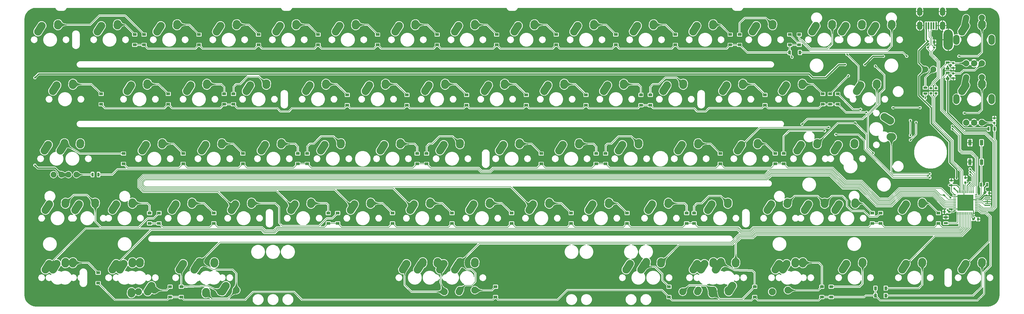
<source format=gbr>
%TF.GenerationSoftware,KiCad,Pcbnew,(5.1.10)-1*%
%TF.CreationDate,2022-05-31T16:30:17+07:00*%
%TF.ProjectId,Leopold Replacement,4c656f70-6f6c-4642-9052-65706c616365,rev?*%
%TF.SameCoordinates,Original*%
%TF.FileFunction,Copper,L2,Bot*%
%TF.FilePolarity,Positive*%
%FSLAX46Y46*%
G04 Gerber Fmt 4.6, Leading zero omitted, Abs format (unit mm)*
G04 Created by KiCad (PCBNEW (5.1.10)-1) date 2022-05-31 16:30:17*
%MOMM*%
%LPD*%
G01*
G04 APERTURE LIST*
%TA.AperFunction,ComponentPad*%
%ADD10C,2.250000*%
%TD*%
%TA.AperFunction,SMDPad,CuDef*%
%ADD11R,0.950000X0.800000*%
%TD*%
%TA.AperFunction,SMDPad,CuDef*%
%ADD12R,1.300000X0.700000*%
%TD*%
%TA.AperFunction,ComponentPad*%
%ADD13C,1.905000*%
%TD*%
%TA.AperFunction,SMDPad,CuDef*%
%ADD14R,1.200000X0.900000*%
%TD*%
%TA.AperFunction,SMDPad,CuDef*%
%ADD15R,0.900000X1.200000*%
%TD*%
%TA.AperFunction,ComponentPad*%
%ADD16C,2.000000*%
%TD*%
%TA.AperFunction,ComponentPad*%
%ADD17O,2.000000X3.200000*%
%TD*%
%TA.AperFunction,SMDPad,CuDef*%
%ADD18R,0.700000X1.300000*%
%TD*%
%TA.AperFunction,SMDPad,CuDef*%
%ADD19R,0.750000X0.800000*%
%TD*%
%TA.AperFunction,SMDPad,CuDef*%
%ADD20R,1.900000X0.400000*%
%TD*%
%TA.AperFunction,ComponentPad*%
%ADD21O,1.700000X2.700000*%
%TD*%
%TA.AperFunction,SMDPad,CuDef*%
%ADD22R,0.500000X2.250000*%
%TD*%
%TA.AperFunction,SMDPad,CuDef*%
%ADD23R,0.700000X0.600000*%
%TD*%
%TA.AperFunction,SMDPad,CuDef*%
%ADD24R,0.700000X1.000000*%
%TD*%
%TA.AperFunction,ComponentPad*%
%ADD25O,3.000000X6.500000*%
%TD*%
%TA.AperFunction,SMDPad,CuDef*%
%ADD26R,1.100000X1.800000*%
%TD*%
%TA.AperFunction,SMDPad,CuDef*%
%ADD27R,5.150000X5.150000*%
%TD*%
%TA.AperFunction,SMDPad,CuDef*%
%ADD28R,0.800000X0.750000*%
%TD*%
%TA.AperFunction,ViaPad*%
%ADD29C,0.600000*%
%TD*%
%TA.AperFunction,Conductor*%
%ADD30C,0.400000*%
%TD*%
%TA.AperFunction,Conductor*%
%ADD31C,0.250000*%
%TD*%
%TA.AperFunction,Conductor*%
%ADD32C,1.000000*%
%TD*%
%TA.AperFunction,Conductor*%
%ADD33C,0.200000*%
%TD*%
%TA.AperFunction,Conductor*%
%ADD34C,2.000000*%
%TD*%
%TA.AperFunction,Conductor*%
%ADD35C,0.100000*%
%TD*%
%TA.AperFunction,Conductor*%
%ADD36C,0.025400*%
%TD*%
G04 APERTURE END LIST*
D10*
%TO.P,MX95,2*%
%TO.N,Col10*%
X217214750Y-91045000D03*
%TO.P,MX95,1*%
%TO.N,Net-(D68-Pad2)*%
X222214750Y-90545000D03*
%TD*%
%TO.P,MX96,1*%
%TO.N,Col10*%
%TA.AperFunction,ComponentPad*%
G36*
G01*
X229381951Y-89787810D02*
X228173027Y-91685440D01*
G75*
G02*
X226447163Y-92068054I-1054239J671625D01*
G01*
X226447163Y-92068054D01*
G75*
G02*
X226064549Y-90342190I671625J1054239D01*
G01*
X227273473Y-88444560D01*
G75*
G02*
X228999337Y-88061946I1054239J-671625D01*
G01*
X228999337Y-88061946D01*
G75*
G02*
X229381951Y-89787810I-671625J-1054239D01*
G01*
G37*
%TD.AperFunction*%
%TO.P,MX96,2*%
%TO.N,Net-(D68-Pad2)*%
%TA.AperFunction,ComponentPad*%
G36*
G01*
X223215079Y-91130691D02*
X223175631Y-91709347D01*
G75*
G02*
X221843507Y-92871433I-1247105J85019D01*
G01*
X221843507Y-92871433D01*
G75*
G02*
X220681421Y-91539309I85019J1247105D01*
G01*
X220720869Y-90960653D01*
G75*
G02*
X222052993Y-89798567I1247105J-85019D01*
G01*
X222052993Y-89798567D01*
G75*
G02*
X223215079Y-91130691I-85019J-1247105D01*
G01*
G37*
%TD.AperFunction*%
%TD*%
%TO.P,MX52,1*%
%TO.N,Col12*%
%TA.AperFunction,ComponentPad*%
G36*
G01*
X250345299Y-64292190D02*
X251554223Y-62394560D01*
G75*
G02*
X253280087Y-62011946I1054239J-671625D01*
G01*
X253280087Y-62011946D01*
G75*
G02*
X253662701Y-63737810I-671625J-1054239D01*
G01*
X252453777Y-65635440D01*
G75*
G02*
X250727913Y-66018054I-1054239J671625D01*
G01*
X250727913Y-66018054D01*
G75*
G02*
X250345299Y-64292190I671625J1054239D01*
G01*
G37*
%TD.AperFunction*%
%TO.P,MX52,2*%
%TO.N,Net-(D52-Pad2)*%
%TA.AperFunction,ComponentPad*%
G36*
G01*
X256512171Y-62949309D02*
X256551619Y-62370653D01*
G75*
G02*
X257883743Y-61208567I1247105J-85019D01*
G01*
X257883743Y-61208567D01*
G75*
G02*
X259045829Y-62540691I-85019J-1247105D01*
G01*
X259006381Y-63119347D01*
G75*
G02*
X257674257Y-64281433I-1247105J85019D01*
G01*
X257674257Y-64281433D01*
G75*
G02*
X256512171Y-62949309I85019J1247105D01*
G01*
G37*
%TD.AperFunction*%
%TD*%
%TO.P,MX35,1*%
%TO.N,Col8*%
%TA.AperFunction,ComponentPad*%
G36*
G01*
X171928799Y-45282190D02*
X173137723Y-43384560D01*
G75*
G02*
X174863587Y-43001946I1054239J-671625D01*
G01*
X174863587Y-43001946D01*
G75*
G02*
X175246201Y-44727810I-671625J-1054239D01*
G01*
X174037277Y-46625440D01*
G75*
G02*
X172311413Y-47008054I-1054239J671625D01*
G01*
X172311413Y-47008054D01*
G75*
G02*
X171928799Y-45282190I671625J1054239D01*
G01*
G37*
%TD.AperFunction*%
%TO.P,MX35,2*%
%TO.N,Net-(D35-Pad2)*%
%TA.AperFunction,ComponentPad*%
G36*
G01*
X178095671Y-43939309D02*
X178135119Y-43360653D01*
G75*
G02*
X179467243Y-42198567I1247105J-85019D01*
G01*
X179467243Y-42198567D01*
G75*
G02*
X180629329Y-43530691I-85019J-1247105D01*
G01*
X180589881Y-44109347D01*
G75*
G02*
X179257757Y-45271433I-1247105J85019D01*
G01*
X179257757Y-45271433D01*
G75*
G02*
X178095671Y-43939309I85019J1247105D01*
G01*
G37*
%TD.AperFunction*%
%TD*%
D11*
%TO.P,R4,2*%
%TO.N,/R-*%
X291704840Y-25964220D03*
%TO.P,R4,1*%
%TO.N,D-*%
X291704840Y-27614220D03*
%TD*%
%TO.P,R3,2*%
%TO.N,/R+*%
X293304840Y-25964220D03*
%TO.P,R3,1*%
%TO.N,D+*%
X293304840Y-27614220D03*
%TD*%
D12*
%TO.P,R9,2*%
%TO.N,Net-(R8-Pad2)*%
X289918892Y-27739220D03*
%TO.P,R9,1*%
%TO.N,Net-(D72-Pad1)*%
X289918892Y-25839220D03*
%TD*%
D13*
%TO.P,D72,1*%
%TO.N,Net-(D72-Pad1)*%
X292472500Y-20010000D03*
%TO.P,D72,2*%
%TO.N,+5V*%
X289932500Y-20010000D03*
%TD*%
%TO.P,MX29,2*%
%TO.N,Net-(D29-Pad2)*%
%TA.AperFunction,ComponentPad*%
G36*
G01*
X144828171Y-5919309D02*
X144867619Y-5340653D01*
G75*
G02*
X146199743Y-4178567I1247105J-85019D01*
G01*
X146199743Y-4178567D01*
G75*
G02*
X147361829Y-5510691I-85019J-1247105D01*
G01*
X147322381Y-6089347D01*
G75*
G02*
X145990257Y-7251433I-1247105J85019D01*
G01*
X145990257Y-7251433D01*
G75*
G02*
X144828171Y-5919309I85019J1247105D01*
G01*
G37*
%TD.AperFunction*%
%TO.P,MX29,1*%
%TO.N,Col7*%
%TA.AperFunction,ComponentPad*%
G36*
G01*
X138661299Y-7262190D02*
X139870223Y-5364560D01*
G75*
G02*
X141596087Y-4981946I1054239J-671625D01*
G01*
X141596087Y-4981946D01*
G75*
G02*
X141978701Y-6707810I-671625J-1054239D01*
G01*
X140769777Y-8605440D01*
G75*
G02*
X139043913Y-8988054I-1054239J671625D01*
G01*
X139043913Y-8988054D01*
G75*
G02*
X138661299Y-7262190I671625J1054239D01*
G01*
G37*
%TD.AperFunction*%
%TD*%
D14*
%TO.P,D46,2*%
%TO.N,Net-(D46-Pad2)*%
X238720932Y-28115800D03*
%TO.P,D46,1*%
%TO.N,Row1*%
X238720932Y-31415800D03*
%TD*%
%TO.P,D42,2*%
%TO.N,Net-(D42-Pad2)*%
X202120932Y-28115800D03*
%TO.P,D42,1*%
%TO.N,Row1*%
X202120932Y-31415800D03*
%TD*%
%TO.P,D38,2*%
%TO.N,Net-(D38-Pad2)*%
X199120932Y-28115800D03*
%TO.P,D38,1*%
%TO.N,Row1*%
X199120932Y-31415800D03*
%TD*%
%TO.P,D34,2*%
%TO.N,Net-(D34-Pad2)*%
X181570932Y-28115800D03*
%TO.P,D34,1*%
%TO.N,Row1*%
X181570932Y-31415800D03*
%TD*%
%TO.P,D30,2*%
%TO.N,Net-(D30-Pad2)*%
X162520932Y-28115800D03*
%TO.P,D30,1*%
%TO.N,Row1*%
X162520932Y-31415800D03*
%TD*%
%TO.P,D26,2*%
%TO.N,Net-(D26-Pad2)*%
X143470932Y-28115800D03*
%TO.P,D26,1*%
%TO.N,Row1*%
X143470932Y-31415800D03*
%TD*%
%TO.P,D22,2*%
%TO.N,Net-(D22-Pad2)*%
X124420932Y-28115800D03*
%TO.P,D22,1*%
%TO.N,Row1*%
X124420932Y-31415800D03*
%TD*%
%TO.P,D18,2*%
%TO.N,Net-(D18-Pad2)*%
X105370932Y-28115800D03*
%TO.P,D18,1*%
%TO.N,Row1*%
X105370932Y-31415800D03*
%TD*%
%TO.P,D14,2*%
%TO.N,Net-(D14-Pad2)*%
X69056656Y-27818142D03*
%TO.P,D14,1*%
%TO.N,Row1*%
X69056656Y-31118142D03*
%TD*%
%TO.P,D10,2*%
%TO.N,Net-(D10-Pad2)*%
X66080076Y-27818142D03*
%TO.P,D10,1*%
%TO.N,Row1*%
X66080076Y-31118142D03*
%TD*%
%TO.P,D6,2*%
%TO.N,Net-(D6-Pad2)*%
X48220596Y-27818142D03*
%TO.P,D6,1*%
%TO.N,Row1*%
X48220596Y-31118142D03*
%TD*%
%TO.P,D2,2*%
%TO.N,Net-(D2-Pad2)*%
X26789220Y-27818142D03*
%TO.P,D2,1*%
%TO.N,Row1*%
X26789220Y-31118142D03*
%TD*%
%TO.P,D50,2*%
%TO.N,Net-(D50-Pad2)*%
X257176512Y-27818142D03*
%TO.P,D50,1*%
%TO.N,Row1*%
X257176512Y-31118142D03*
%TD*%
%TO.P,D51,2*%
%TO.N,Net-(D51-Pad2)*%
X244674876Y-46868254D03*
%TO.P,D51,1*%
%TO.N,Row2*%
X244674876Y-50168254D03*
%TD*%
D15*
%TO.P,D61,2*%
%TO.N,Net-(D61-Pad2)*%
X249896772Y-14585242D03*
%TO.P,D61,1*%
%TO.N,Row0*%
X246596772Y-14585242D03*
%TD*%
D14*
%TO.P,D62,2*%
%TO.N,Net-(D62-Pad2)*%
X261939040Y-27818142D03*
%TO.P,D62,1*%
%TO.N,Row1*%
X261939040Y-31118142D03*
%TD*%
%TO.P,MX51,2*%
%TO.N,Net-(D51-Pad2)*%
%TA.AperFunction,ComponentPad*%
G36*
G01*
X266017171Y-43939309D02*
X266056619Y-43360653D01*
G75*
G02*
X267388743Y-42198567I1247105J-85019D01*
G01*
X267388743Y-42198567D01*
G75*
G02*
X268550829Y-43530691I-85019J-1247105D01*
G01*
X268511381Y-44109347D01*
G75*
G02*
X267179257Y-45271433I-1247105J85019D01*
G01*
X267179257Y-45271433D01*
G75*
G02*
X266017171Y-43939309I85019J1247105D01*
G01*
G37*
%TD.AperFunction*%
%TO.P,MX51,1*%
%TO.N,Col12*%
%TA.AperFunction,ComponentPad*%
G36*
G01*
X259850299Y-45282190D02*
X261059223Y-43384560D01*
G75*
G02*
X262785087Y-43001946I1054239J-671625D01*
G01*
X262785087Y-43001946D01*
G75*
G02*
X263167701Y-44727810I-671625J-1054239D01*
G01*
X261958777Y-46625440D01*
G75*
G02*
X260232913Y-47008054I-1054239J671625D01*
G01*
X260232913Y-47008054D01*
G75*
G02*
X259850299Y-45282190I671625J1054239D01*
G01*
G37*
%TD.AperFunction*%
%TD*%
D16*
%TO.P,SW3,S1*%
%TO.N,N/C*%
X307960000Y-22515000D03*
%TO.P,SW3,S2*%
%TO.N,Col15*%
X302960000Y-22515000D03*
D17*
%TO.P,SW3,MP*%
%TO.N,N/C*%
X311060000Y-29515000D03*
X299860000Y-29515000D03*
D16*
%TO.P,SW3,B*%
%TO.N,EC_C*%
X307960000Y-37015000D03*
%TO.P,SW3,C*%
%TO.N,GND*%
X305460000Y-37015000D03*
%TO.P,SW3,A*%
%TO.N,EC_A*%
X302960000Y-37015000D03*
%TD*%
%TO.P,SW2,A*%
%TO.N,EC_A*%
X302960000Y-18005000D03*
%TO.P,SW2,C*%
%TO.N,GND*%
X305460000Y-18005000D03*
%TO.P,SW2,B*%
%TO.N,EC_B*%
X307960000Y-18005000D03*
D17*
%TO.P,SW2,MP*%
%TO.N,N/C*%
X299860000Y-10505000D03*
X311060000Y-10505000D03*
D16*
%TO.P,SW2,S2*%
%TO.N,Col15*%
X302960000Y-3505000D03*
%TO.P,SW2,S1*%
%TO.N,N/C*%
X307960000Y-3505000D03*
%TD*%
D18*
%TO.P,R7,2*%
%TO.N,EC_C*%
X312002610Y-38993198D03*
%TO.P,R7,1*%
%TO.N,+5V*%
X310102610Y-38993198D03*
%TD*%
D12*
%TO.P,R2,1*%
%TO.N,+5V*%
X297062684Y-22976692D03*
%TO.P,R2,2*%
%TO.N,EC_B*%
X297062684Y-21076692D03*
%TD*%
%TO.P,R1,2*%
%TO.N,+5V*%
X297062684Y-19702454D03*
%TO.P,R1,1*%
%TO.N,EC_A*%
X297062684Y-17802454D03*
%TD*%
D19*
%TO.P,C8,2*%
%TO.N,GND*%
X311945584Y-35564276D03*
%TO.P,C8,1*%
%TO.N,EC_C*%
X311945584Y-37064276D03*
%TD*%
%TO.P,C3,1*%
%TO.N,EC_B*%
X298848632Y-21276692D03*
%TO.P,C3,2*%
%TO.N,GND*%
X298848632Y-22776692D03*
%TD*%
%TO.P,C2,2*%
%TO.N,EC_A*%
X298848632Y-18002454D03*
%TO.P,C2,1*%
%TO.N,GND*%
X298848632Y-19502454D03*
%TD*%
%TO.P,C6,2*%
%TO.N,GND*%
X302718186Y-54614388D03*
%TO.P,C6,1*%
%TO.N,Net-(C6-Pad1)*%
X302718186Y-56114388D03*
%TD*%
D14*
%TO.P,D3,2*%
%TO.N,Net-(D3-Pad2)*%
X33934244Y-46868254D03*
%TO.P,D3,1*%
%TO.N,Row2*%
X33934244Y-50168254D03*
%TD*%
%TO.P,D7,2*%
%TO.N,Net-(D7-Pad2)*%
X52984244Y-46868254D03*
%TO.P,D7,1*%
%TO.N,Row2*%
X52984244Y-50168254D03*
%TD*%
%TO.P,D43,2*%
%TO.N,Net-(D43-Pad2)*%
X224434244Y-46868254D03*
%TO.P,D43,1*%
%TO.N,Row2*%
X224434244Y-50168254D03*
%TD*%
%TO.P,D31,2*%
%TO.N,Net-(D31-Pad2)*%
X167284244Y-46868254D03*
%TO.P,D31,1*%
%TO.N,Row2*%
X167284244Y-50168254D03*
%TD*%
%TO.P,D27,2*%
%TO.N,Net-(D27-Pad2)*%
X130684244Y-46868254D03*
%TO.P,D27,1*%
%TO.N,Row2*%
X130684244Y-50168254D03*
%TD*%
%TO.P,D11,2*%
%TO.N,Net-(D11-Pad2)*%
X72034244Y-46868254D03*
%TO.P,D11,1*%
%TO.N,Row2*%
X72034244Y-50168254D03*
%TD*%
%TO.P,D23,2*%
%TO.N,Net-(D23-Pad2)*%
X127684244Y-46868254D03*
%TO.P,D23,1*%
%TO.N,Row2*%
X127684244Y-50168254D03*
%TD*%
%TO.P,D35,2*%
%TO.N,Net-(D35-Pad2)*%
X184834244Y-46868254D03*
%TO.P,D35,1*%
%TO.N,Row2*%
X184834244Y-50168254D03*
%TD*%
%TO.P,D15,2*%
%TO.N,Net-(D15-Pad2)*%
X89584244Y-46868254D03*
%TO.P,D15,1*%
%TO.N,Row2*%
X89584244Y-50168254D03*
%TD*%
%TO.P,D39,2*%
%TO.N,Net-(D39-Pad2)*%
X187834244Y-46868254D03*
%TO.P,D39,1*%
%TO.N,Row2*%
X187834244Y-50168254D03*
%TD*%
%TO.P,D47,2*%
%TO.N,Net-(D47-Pad2)*%
X241995954Y-46868254D03*
%TO.P,D47,1*%
%TO.N,Row2*%
X241995954Y-50168254D03*
%TD*%
%TO.P,D19,2*%
%TO.N,Net-(D19-Pad2)*%
X92584244Y-46868254D03*
%TO.P,D19,1*%
%TO.N,Row2*%
X92584244Y-50168254D03*
%TD*%
D20*
%TO.P,Y1,3*%
%TO.N,Net-(U2-Pad16)*%
X309718186Y-61057760D03*
%TO.P,Y1,2*%
%TO.N,GND*%
X309718186Y-62257760D03*
%TO.P,Y1,1*%
%TO.N,Net-(U2-Pad17)*%
X309718186Y-63457760D03*
%TD*%
%TO.P,MX94,2*%
%TO.N,Net-(D70-Pad2)*%
%TA.AperFunction,ComponentPad*%
G36*
G01*
X144827921Y-81959309D02*
X144867369Y-81380653D01*
G75*
G02*
X146199493Y-80218567I1247105J-85019D01*
G01*
X146199493Y-80218567D01*
G75*
G02*
X147361579Y-81550691I-85019J-1247105D01*
G01*
X147322131Y-82129347D01*
G75*
G02*
X145990007Y-83291433I-1247105J85019D01*
G01*
X145990007Y-83291433D01*
G75*
G02*
X144827921Y-81959309I85019J1247105D01*
G01*
G37*
%TD.AperFunction*%
%TO.P,MX94,1*%
%TO.N,Col7*%
%TA.AperFunction,ComponentPad*%
G36*
G01*
X138661049Y-83302190D02*
X139869973Y-81404560D01*
G75*
G02*
X141595837Y-81021946I1054239J-671625D01*
G01*
X141595837Y-81021946D01*
G75*
G02*
X141978451Y-82747810I-671625J-1054239D01*
G01*
X140769527Y-84645440D01*
G75*
G02*
X139043663Y-85028054I-1054239J671625D01*
G01*
X139043663Y-85028054D01*
G75*
G02*
X138661049Y-83302190I671625J1054239D01*
G01*
G37*
%TD.AperFunction*%
%TD*%
D10*
%TO.P,MX92,2*%
%TO.N,Net-(D63-Pad2)*%
X64934750Y-91045000D03*
%TO.P,MX92,1*%
%TO.N,Col2*%
X69934750Y-90545000D03*
%TD*%
%TO.P,MX90,2*%
%TO.N,Col1*%
X38750000Y-91045000D03*
%TO.P,MX90,1*%
%TO.N,Net-(D60-Pad2)*%
X43750000Y-90545000D03*
%TD*%
%TO.P,MX93,2*%
%TO.N,Col2*%
%TA.AperFunction,ComponentPad*%
G36*
G01*
X61529329Y-91130691D02*
X61489881Y-91709347D01*
G75*
G02*
X60157757Y-92871433I-1247105J85019D01*
G01*
X60157757Y-92871433D01*
G75*
G02*
X58995671Y-91539309I85019J1247105D01*
G01*
X59035119Y-90960653D01*
G75*
G02*
X60367243Y-89798567I1247105J-85019D01*
G01*
X60367243Y-89798567D01*
G75*
G02*
X61529329Y-91130691I-85019J-1247105D01*
G01*
G37*
%TD.AperFunction*%
%TO.P,MX93,1*%
%TO.N,Net-(D63-Pad2)*%
%TA.AperFunction,ComponentPad*%
G36*
G01*
X67696201Y-89787810D02*
X66487277Y-91685440D01*
G75*
G02*
X64761413Y-92068054I-1054239J671625D01*
G01*
X64761413Y-92068054D01*
G75*
G02*
X64378799Y-90342190I671625J1054239D01*
G01*
X65587723Y-88444560D01*
G75*
G02*
X67313587Y-88061946I1054239J-671625D01*
G01*
X67313587Y-88061946D01*
G75*
G02*
X67696201Y-89787810I-671625J-1054239D01*
G01*
G37*
%TD.AperFunction*%
%TD*%
%TO.P,MX91,1*%
%TO.N,Net-(D60-Pad2)*%
%TA.AperFunction,ComponentPad*%
G36*
G01*
X43933701Y-89787810D02*
X42724777Y-91685440D01*
G75*
G02*
X40998913Y-92068054I-1054239J671625D01*
G01*
X40998913Y-92068054D01*
G75*
G02*
X40616299Y-90342190I671625J1054239D01*
G01*
X41825223Y-88444560D01*
G75*
G02*
X43551087Y-88061946I1054239J-671625D01*
G01*
X43551087Y-88061946D01*
G75*
G02*
X43933701Y-89787810I-671625J-1054239D01*
G01*
G37*
%TD.AperFunction*%
%TO.P,MX91,2*%
%TO.N,Col1*%
%TA.AperFunction,ComponentPad*%
G36*
G01*
X37766829Y-91130691D02*
X37727381Y-91709347D01*
G75*
G02*
X36395257Y-92871433I-1247105J85019D01*
G01*
X36395257Y-92871433D01*
G75*
G02*
X35233171Y-91539309I85019J1247105D01*
G01*
X35272619Y-90960653D01*
G75*
G02*
X36604743Y-89798567I1247105J-85019D01*
G01*
X36604743Y-89798567D01*
G75*
G02*
X37766829Y-91130691I-85019J-1247105D01*
G01*
G37*
%TD.AperFunction*%
%TD*%
D21*
%TO.P,J1,6*%
%TO.N,GND*%
X288100000Y-1500000D03*
X295400000Y-1500000D03*
X295400000Y-6000000D03*
X288100000Y-6000000D03*
D22*
%TO.P,J1,1*%
%TO.N,+5V*%
X290150000Y-6000000D03*
%TO.P,J1,2*%
%TO.N,/R-*%
X290950000Y-6000000D03*
%TO.P,J1,3*%
%TO.N,/R+*%
X291750000Y-6000000D03*
%TO.P,J1,4*%
%TO.N,N/C*%
X292550000Y-6000000D03*
%TO.P,J1,5*%
%TO.N,GND*%
X293350000Y-6000000D03*
%TD*%
D14*
%TO.P,D44,2*%
%TO.N,Net-(D44-Pad2)*%
X213717367Y-65885000D03*
%TO.P,D44,1*%
%TO.N,Row3*%
X213717367Y-69185000D03*
%TD*%
%TO.P,D40,2*%
%TO.N,Net-(D40-Pad2)*%
X194707367Y-65885000D03*
%TO.P,D40,1*%
%TO.N,Row3*%
X194707367Y-69185000D03*
%TD*%
%TO.P,MX89,2*%
%TO.N,Net-(D52-Pad2)*%
%TA.AperFunction,ComponentPad*%
G36*
G01*
X244630671Y-62949309D02*
X244670119Y-62370653D01*
G75*
G02*
X246002243Y-61208567I1247105J-85019D01*
G01*
X246002243Y-61208567D01*
G75*
G02*
X247164329Y-62540691I-85019J-1247105D01*
G01*
X247124881Y-63119347D01*
G75*
G02*
X245792757Y-64281433I-1247105J85019D01*
G01*
X245792757Y-64281433D01*
G75*
G02*
X244630671Y-62949309I85019J1247105D01*
G01*
G37*
%TD.AperFunction*%
%TO.P,MX89,1*%
%TO.N,Col12*%
%TA.AperFunction,ComponentPad*%
G36*
G01*
X238463799Y-64292190D02*
X239672723Y-62394560D01*
G75*
G02*
X241398587Y-62011946I1054239J-671625D01*
G01*
X241398587Y-62011946D01*
G75*
G02*
X241781201Y-63737810I-671625J-1054239D01*
G01*
X240572277Y-65635440D01*
G75*
G02*
X238846413Y-66018054I-1054239J671625D01*
G01*
X238846413Y-66018054D01*
G75*
G02*
X238463799Y-64292190I671625J1054239D01*
G01*
G37*
%TD.AperFunction*%
%TD*%
%TO.P,MX64,1*%
%TO.N,Net-(D51-Pad2)*%
%TA.AperFunction,ComponentPad*%
G36*
G01*
X277511810Y-34106299D02*
X279409440Y-35315223D01*
G75*
G02*
X279792054Y-37041087I-671625J-1054239D01*
G01*
X279792054Y-37041087D01*
G75*
G02*
X278066190Y-37423701I-1054239J671625D01*
G01*
X276168560Y-36214777D01*
G75*
G02*
X275785946Y-34488913I671625J1054239D01*
G01*
X275785946Y-34488913D01*
G75*
G02*
X277511810Y-34106299I1054239J-671625D01*
G01*
G37*
%TD.AperFunction*%
%TO.P,MX64,2*%
%TO.N,Col12*%
%TA.AperFunction,ComponentPad*%
G36*
G01*
X278854691Y-40273171D02*
X279433347Y-40312619D01*
G75*
G02*
X280595433Y-41644743I-85019J-1247105D01*
G01*
X280595433Y-41644743D01*
G75*
G02*
X279263309Y-42806829I-1247105J85019D01*
G01*
X278684653Y-42767381D01*
G75*
G02*
X277522567Y-41435257I85019J1247105D01*
G01*
X277522567Y-41435257D01*
G75*
G02*
X278854691Y-40273171I1247105J-85019D01*
G01*
G37*
%TD.AperFunction*%
%TD*%
%TO.P,MX65,2*%
%TO.N,Col13*%
%TA.AperFunction,ComponentPad*%
G36*
G01*
X254135171Y-43939309D02*
X254174619Y-43360653D01*
G75*
G02*
X255506743Y-42198567I1247105J-85019D01*
G01*
X255506743Y-42198567D01*
G75*
G02*
X256668829Y-43530691I-85019J-1247105D01*
G01*
X256629381Y-44109347D01*
G75*
G02*
X255297257Y-45271433I-1247105J85019D01*
G01*
X255297257Y-45271433D01*
G75*
G02*
X254135171Y-43939309I85019J1247105D01*
G01*
G37*
%TD.AperFunction*%
%TO.P,MX65,1*%
%TO.N,Net-(D54-Pad2)*%
%TA.AperFunction,ComponentPad*%
G36*
G01*
X247968299Y-45282190D02*
X249177223Y-43384560D01*
G75*
G02*
X250903087Y-43001946I1054239J-671625D01*
G01*
X250903087Y-43001946D01*
G75*
G02*
X251285701Y-44727810I-671625J-1054239D01*
G01*
X250076777Y-46625440D01*
G75*
G02*
X248350913Y-47008054I-1054239J671625D01*
G01*
X248350913Y-47008054D01*
G75*
G02*
X247968299Y-45282190I671625J1054239D01*
G01*
G37*
%TD.AperFunction*%
%TD*%
D23*
%TO.P,U1,3*%
%TO.N,/R-*%
X290750000Y-12950000D03*
%TO.P,U1,2*%
%TO.N,/R+*%
X292750000Y-12950000D03*
%TO.P,U1,4*%
%TO.N,+5V*%
X290750000Y-11050000D03*
D24*
%TO.P,U1,1*%
%TO.N,GND*%
X292750000Y-11250000D03*
%TD*%
D25*
%TO.P,J2,1*%
%TO.N,GND*%
X297210000Y-10505000D03*
%TD*%
D13*
%TO.P,D71,2*%
%TO.N,+5V*%
X14151200Y-53605000D03*
%TO.P,D71,1*%
%TO.N,Net-(D55-Pad1)*%
X11611200Y-53605000D03*
%TD*%
%TO.P,MX87,1*%
%TO.N,Col0*%
%TA.AperFunction,ComponentPad*%
G36*
G01*
X7639999Y-45282190D02*
X8848923Y-43384560D01*
G75*
G02*
X10574787Y-43001946I1054239J-671625D01*
G01*
X10574787Y-43001946D01*
G75*
G02*
X10957401Y-44727810I-671625J-1054239D01*
G01*
X9748477Y-46625440D01*
G75*
G02*
X8022613Y-47008054I-1054239J671625D01*
G01*
X8022613Y-47008054D01*
G75*
G02*
X7639999Y-45282190I671625J1054239D01*
G01*
G37*
%TD.AperFunction*%
%TO.P,MX87,2*%
%TO.N,Net-(D3-Pad2)*%
%TA.AperFunction,ComponentPad*%
G36*
G01*
X13806871Y-43939309D02*
X13846319Y-43360653D01*
G75*
G02*
X15178443Y-42198567I1247105J-85019D01*
G01*
X15178443Y-42198567D01*
G75*
G02*
X16340529Y-43530691I-85019J-1247105D01*
G01*
X16301081Y-44109347D01*
G75*
G02*
X14968957Y-45271433I-1247105J85019D01*
G01*
X14968957Y-45271433D01*
G75*
G02*
X13806871Y-43939309I85019J1247105D01*
G01*
G37*
%TD.AperFunction*%
%TD*%
%TO.P,MX88,2*%
%TO.N,Net-(D59-Pad2)*%
%TA.AperFunction,ComponentPad*%
G36*
G01*
X16510671Y-81959309D02*
X16550119Y-81380653D01*
G75*
G02*
X17882243Y-80218567I1247105J-85019D01*
G01*
X17882243Y-80218567D01*
G75*
G02*
X19044329Y-81550691I-85019J-1247105D01*
G01*
X19004881Y-82129347D01*
G75*
G02*
X17672757Y-83291433I-1247105J85019D01*
G01*
X17672757Y-83291433D01*
G75*
G02*
X16510671Y-81959309I85019J1247105D01*
G01*
G37*
%TD.AperFunction*%
%TO.P,MX88,1*%
%TO.N,Col0*%
%TA.AperFunction,ComponentPad*%
G36*
G01*
X10343799Y-83302190D02*
X11552723Y-81404560D01*
G75*
G02*
X13278587Y-81021946I1054239J-671625D01*
G01*
X13278587Y-81021946D01*
G75*
G02*
X13661201Y-82747810I-671625J-1054239D01*
G01*
X12452277Y-84645440D01*
G75*
G02*
X10726413Y-85028054I-1054239J671625D01*
G01*
X10726413Y-85028054D01*
G75*
G02*
X10343799Y-83302190I671625J1054239D01*
G01*
G37*
%TD.AperFunction*%
%TD*%
%TO.P,MX44,1*%
%TO.N,Col10*%
%TA.AperFunction,ComponentPad*%
G36*
G01*
X200443799Y-64292190D02*
X201652723Y-62394560D01*
G75*
G02*
X203378587Y-62011946I1054239J-671625D01*
G01*
X203378587Y-62011946D01*
G75*
G02*
X203761201Y-63737810I-671625J-1054239D01*
G01*
X202552277Y-65635440D01*
G75*
G02*
X200826413Y-66018054I-1054239J671625D01*
G01*
X200826413Y-66018054D01*
G75*
G02*
X200443799Y-64292190I671625J1054239D01*
G01*
G37*
%TD.AperFunction*%
%TO.P,MX44,2*%
%TO.N,Net-(D44-Pad2)*%
%TA.AperFunction,ComponentPad*%
G36*
G01*
X206610671Y-62949309D02*
X206650119Y-62370653D01*
G75*
G02*
X207982243Y-61208567I1247105J-85019D01*
G01*
X207982243Y-61208567D01*
G75*
G02*
X209144329Y-62540691I-85019J-1247105D01*
G01*
X209104881Y-63119347D01*
G75*
G02*
X207772757Y-64281433I-1247105J85019D01*
G01*
X207772757Y-64281433D01*
G75*
G02*
X206610671Y-62949309I85019J1247105D01*
G01*
G37*
%TD.AperFunction*%
%TD*%
%TO.P,MX86,2*%
%TO.N,Col7*%
%TA.AperFunction,ComponentPad*%
G36*
G01*
X140075421Y-81959309D02*
X140114869Y-81380653D01*
G75*
G02*
X141446993Y-80218567I1247105J-85019D01*
G01*
X141446993Y-80218567D01*
G75*
G02*
X142609079Y-81550691I-85019J-1247105D01*
G01*
X142569631Y-82129347D01*
G75*
G02*
X141237507Y-83291433I-1247105J85019D01*
G01*
X141237507Y-83291433D01*
G75*
G02*
X140075421Y-81959309I85019J1247105D01*
G01*
G37*
%TD.AperFunction*%
%TO.P,MX86,1*%
%TO.N,Net-(D70-Pad2)*%
%TA.AperFunction,ComponentPad*%
G36*
G01*
X133908549Y-83302190D02*
X135117473Y-81404560D01*
G75*
G02*
X136843337Y-81021946I1054239J-671625D01*
G01*
X136843337Y-81021946D01*
G75*
G02*
X137225951Y-82747810I-671625J-1054239D01*
G01*
X136017027Y-84645440D01*
G75*
G02*
X134291163Y-85028054I-1054239J671625D01*
G01*
X134291163Y-85028054D01*
G75*
G02*
X133908549Y-83302190I671625J1054239D01*
G01*
G37*
%TD.AperFunction*%
%TD*%
D10*
%TO.P,MX85,1*%
%TO.N,Col7*%
X141322250Y-90545000D03*
%TO.P,MX85,2*%
%TO.N,Net-(D70-Pad2)*%
X136322250Y-91045000D03*
%TD*%
%TO.P,MX73,1*%
%TO.N,Net-(D70-Pad2)*%
X146074750Y-90545000D03*
%TO.P,MX73,2*%
%TO.N,Col7*%
X141074750Y-91045000D03*
%TD*%
%TO.P,MX71,1*%
%TO.N,Col10*%
X217462250Y-90545000D03*
%TO.P,MX71,2*%
%TO.N,Net-(D68-Pad2)*%
X212462250Y-91045000D03*
%TD*%
%TO.P,MX70,2*%
%TO.N,Col11*%
X241027750Y-91045000D03*
%TO.P,MX70,1*%
%TO.N,Net-(D69-Pad2)*%
X246027750Y-90545000D03*
%TD*%
%TO.P,MX69,1*%
%TO.N,Col10*%
X226967250Y-90545000D03*
%TO.P,MX69,2*%
%TO.N,Net-(D68-Pad2)*%
X221967250Y-91045000D03*
%TD*%
%TO.P,MX72,1*%
%TO.N,Col10*%
%TA.AperFunction,ComponentPad*%
G36*
G01*
X214801049Y-83302190D02*
X216009973Y-81404560D01*
G75*
G02*
X217735837Y-81021946I1054239J-671625D01*
G01*
X217735837Y-81021946D01*
G75*
G02*
X218118451Y-82747810I-671625J-1054239D01*
G01*
X216909527Y-84645440D01*
G75*
G02*
X215183663Y-85028054I-1054239J671625D01*
G01*
X215183663Y-85028054D01*
G75*
G02*
X214801049Y-83302190I671625J1054239D01*
G01*
G37*
%TD.AperFunction*%
%TO.P,MX72,2*%
%TO.N,Net-(D68-Pad2)*%
%TA.AperFunction,ComponentPad*%
G36*
G01*
X220967921Y-81959309D02*
X221007369Y-81380653D01*
G75*
G02*
X222339493Y-80218567I1247105J-85019D01*
G01*
X222339493Y-80218567D01*
G75*
G02*
X223501579Y-81550691I-85019J-1247105D01*
G01*
X223462131Y-82129347D01*
G75*
G02*
X222130007Y-83291433I-1247105J85019D01*
G01*
X222130007Y-83291433D01*
G75*
G02*
X220967921Y-81959309I85019J1247105D01*
G01*
G37*
%TD.AperFunction*%
%TD*%
%TO.P,MX68,1*%
%TO.N,Net-(D63-Pad2)*%
%TA.AperFunction,ComponentPad*%
G36*
G01*
X50739999Y-83302190D02*
X51948923Y-81404560D01*
G75*
G02*
X53674787Y-81021946I1054239J-671625D01*
G01*
X53674787Y-81021946D01*
G75*
G02*
X54057401Y-82747810I-671625J-1054239D01*
G01*
X52848477Y-84645440D01*
G75*
G02*
X51122613Y-85028054I-1054239J671625D01*
G01*
X51122613Y-85028054D01*
G75*
G02*
X50739999Y-83302190I671625J1054239D01*
G01*
G37*
%TD.AperFunction*%
%TO.P,MX68,2*%
%TO.N,Col2*%
%TA.AperFunction,ComponentPad*%
G36*
G01*
X56906871Y-81959309D02*
X56946319Y-81380653D01*
G75*
G02*
X58278443Y-80218567I1247105J-85019D01*
G01*
X58278443Y-80218567D01*
G75*
G02*
X59440529Y-81550691I-85019J-1247105D01*
G01*
X59401081Y-82129347D01*
G75*
G02*
X58068957Y-83291433I-1247105J85019D01*
G01*
X58068957Y-83291433D01*
G75*
G02*
X56906871Y-81959309I85019J1247105D01*
G01*
G37*
%TD.AperFunction*%
%TD*%
%TO.P,MX67,2*%
%TO.N,Net-(D60-Pad2)*%
%TA.AperFunction,ComponentPad*%
G36*
G01*
X35520671Y-81959309D02*
X35560119Y-81380653D01*
G75*
G02*
X36892243Y-80218567I1247105J-85019D01*
G01*
X36892243Y-80218567D01*
G75*
G02*
X38054329Y-81550691I-85019J-1247105D01*
G01*
X38014881Y-82129347D01*
G75*
G02*
X36682757Y-83291433I-1247105J85019D01*
G01*
X36682757Y-83291433D01*
G75*
G02*
X35520671Y-81959309I85019J1247105D01*
G01*
G37*
%TD.AperFunction*%
%TO.P,MX67,1*%
%TO.N,Col1*%
%TA.AperFunction,ComponentPad*%
G36*
G01*
X29353799Y-83302190D02*
X30562723Y-81404560D01*
G75*
G02*
X32288587Y-81021946I1054239J-671625D01*
G01*
X32288587Y-81021946D01*
G75*
G02*
X32671201Y-82747810I-671625J-1054239D01*
G01*
X31462277Y-84645440D01*
G75*
G02*
X29736413Y-85028054I-1054239J671625D01*
G01*
X29736413Y-85028054D01*
G75*
G02*
X29353799Y-83302190I671625J1054239D01*
G01*
G37*
%TD.AperFunction*%
%TD*%
%TO.P,MX66,2*%
%TO.N,Net-(D63-Pad2)*%
%TA.AperFunction,ComponentPad*%
G36*
G01*
X61659371Y-81959309D02*
X61698819Y-81380653D01*
G75*
G02*
X63030943Y-80218567I1247105J-85019D01*
G01*
X63030943Y-80218567D01*
G75*
G02*
X64193029Y-81550691I-85019J-1247105D01*
G01*
X64153581Y-82129347D01*
G75*
G02*
X62821457Y-83291433I-1247105J85019D01*
G01*
X62821457Y-83291433D01*
G75*
G02*
X61659371Y-81959309I85019J1247105D01*
G01*
G37*
%TD.AperFunction*%
%TO.P,MX66,1*%
%TO.N,Col2*%
%TA.AperFunction,ComponentPad*%
G36*
G01*
X55492499Y-83302190D02*
X56701423Y-81404560D01*
G75*
G02*
X58427287Y-81021946I1054239J-671625D01*
G01*
X58427287Y-81021946D01*
G75*
G02*
X58809901Y-82747810I-671625J-1054239D01*
G01*
X57600977Y-84645440D01*
G75*
G02*
X55875113Y-85028054I-1054239J671625D01*
G01*
X55875113Y-85028054D01*
G75*
G02*
X55492499Y-83302190I671625J1054239D01*
G01*
G37*
%TD.AperFunction*%
%TD*%
%TO.P,MX59,1*%
%TO.N,Col1*%
%TA.AperFunction,ComponentPad*%
G36*
G01*
X31730049Y-83302190D02*
X32938973Y-81404560D01*
G75*
G02*
X34664837Y-81021946I1054239J-671625D01*
G01*
X34664837Y-81021946D01*
G75*
G02*
X35047451Y-82747810I-671625J-1054239D01*
G01*
X33838527Y-84645440D01*
G75*
G02*
X32112663Y-85028054I-1054239J671625D01*
G01*
X32112663Y-85028054D01*
G75*
G02*
X31730049Y-83302190I671625J1054239D01*
G01*
G37*
%TD.AperFunction*%
%TO.P,MX59,2*%
%TO.N,Net-(D60-Pad2)*%
%TA.AperFunction,ComponentPad*%
G36*
G01*
X37896921Y-81959309D02*
X37936369Y-81380653D01*
G75*
G02*
X39268493Y-80218567I1247105J-85019D01*
G01*
X39268493Y-80218567D01*
G75*
G02*
X40430579Y-81550691I-85019J-1247105D01*
G01*
X40391131Y-82129347D01*
G75*
G02*
X39059007Y-83291433I-1247105J85019D01*
G01*
X39059007Y-83291433D01*
G75*
G02*
X37896921Y-81959309I85019J1247105D01*
G01*
G37*
%TD.AperFunction*%
%TD*%
%TO.P,MX55,1*%
%TO.N,Col0*%
%TA.AperFunction,ComponentPad*%
G36*
G01*
X7967499Y-83302190D02*
X9176423Y-81404560D01*
G75*
G02*
X10902287Y-81021946I1054239J-671625D01*
G01*
X10902287Y-81021946D01*
G75*
G02*
X11284901Y-82747810I-671625J-1054239D01*
G01*
X10075977Y-84645440D01*
G75*
G02*
X8350113Y-85028054I-1054239J671625D01*
G01*
X8350113Y-85028054D01*
G75*
G02*
X7967499Y-83302190I671625J1054239D01*
G01*
G37*
%TD.AperFunction*%
%TO.P,MX55,2*%
%TO.N,Net-(D59-Pad2)*%
%TA.AperFunction,ComponentPad*%
G36*
G01*
X14134371Y-81959309D02*
X14173819Y-81380653D01*
G75*
G02*
X15505943Y-80218567I1247105J-85019D01*
G01*
X15505943Y-80218567D01*
G75*
G02*
X16668029Y-81550691I-85019J-1247105D01*
G01*
X16628581Y-82129347D01*
G75*
G02*
X15296457Y-83291433I-1247105J85019D01*
G01*
X15296457Y-83291433D01*
G75*
G02*
X14134371Y-81959309I85019J1247105D01*
G01*
G37*
%TD.AperFunction*%
%TD*%
%TO.P,MX83,1*%
%TO.N,Net-(D70-Pad2)*%
%TA.AperFunction,ComponentPad*%
G36*
G01*
X122027299Y-83302190D02*
X123236223Y-81404560D01*
G75*
G02*
X124962087Y-81021946I1054239J-671625D01*
G01*
X124962087Y-81021946D01*
G75*
G02*
X125344701Y-82747810I-671625J-1054239D01*
G01*
X124135777Y-84645440D01*
G75*
G02*
X122409913Y-85028054I-1054239J671625D01*
G01*
X122409913Y-85028054D01*
G75*
G02*
X122027299Y-83302190I671625J1054239D01*
G01*
G37*
%TD.AperFunction*%
%TO.P,MX83,2*%
%TO.N,Col7*%
%TA.AperFunction,ComponentPad*%
G36*
G01*
X128194171Y-81959309D02*
X128233619Y-81380653D01*
G75*
G02*
X129565743Y-80218567I1247105J-85019D01*
G01*
X129565743Y-80218567D01*
G75*
G02*
X130727829Y-81550691I-85019J-1247105D01*
G01*
X130688381Y-82129347D01*
G75*
G02*
X129356257Y-83291433I-1247105J85019D01*
G01*
X129356257Y-83291433D01*
G75*
G02*
X128194171Y-81959309I85019J1247105D01*
G01*
G37*
%TD.AperFunction*%
%TD*%
%TO.P,MX82,1*%
%TO.N,Col7*%
%TA.AperFunction,ComponentPad*%
G36*
G01*
X126779799Y-83302190D02*
X127988723Y-81404560D01*
G75*
G02*
X129714587Y-81021946I1054239J-671625D01*
G01*
X129714587Y-81021946D01*
G75*
G02*
X130097201Y-82747810I-671625J-1054239D01*
G01*
X128888277Y-84645440D01*
G75*
G02*
X127162413Y-85028054I-1054239J671625D01*
G01*
X127162413Y-85028054D01*
G75*
G02*
X126779799Y-83302190I671625J1054239D01*
G01*
G37*
%TD.AperFunction*%
%TO.P,MX82,2*%
%TO.N,Net-(D70-Pad2)*%
%TA.AperFunction,ComponentPad*%
G36*
G01*
X132946671Y-81959309D02*
X132986119Y-81380653D01*
G75*
G02*
X134318243Y-80218567I1247105J-85019D01*
G01*
X134318243Y-80218567D01*
G75*
G02*
X135480329Y-81550691I-85019J-1247105D01*
G01*
X135440881Y-82129347D01*
G75*
G02*
X134108757Y-83291433I-1247105J85019D01*
G01*
X134108757Y-83291433D01*
G75*
G02*
X132946671Y-81959309I85019J1247105D01*
G01*
G37*
%TD.AperFunction*%
%TD*%
D14*
%TO.P,D70,2*%
%TO.N,Net-(D70-Pad2)*%
X152698554Y-89433348D03*
%TO.P,D70,1*%
%TO.N,Row4*%
X152698554Y-92733348D03*
%TD*%
%TO.P,MX77,2*%
%TO.N,Net-(D67-Pad2)*%
%TA.AperFunction,ComponentPad*%
G36*
G01*
X199532171Y-81959309D02*
X199571619Y-81380653D01*
G75*
G02*
X200903743Y-80218567I1247105J-85019D01*
G01*
X200903743Y-80218567D01*
G75*
G02*
X202065829Y-81550691I-85019J-1247105D01*
G01*
X202026381Y-82129347D01*
G75*
G02*
X200694257Y-83291433I-1247105J85019D01*
G01*
X200694257Y-83291433D01*
G75*
G02*
X199532171Y-81959309I85019J1247105D01*
G01*
G37*
%TD.AperFunction*%
%TO.P,MX77,1*%
%TO.N,Col9*%
%TA.AperFunction,ComponentPad*%
G36*
G01*
X193365299Y-83302190D02*
X194574223Y-81404560D01*
G75*
G02*
X196300087Y-81021946I1054239J-671625D01*
G01*
X196300087Y-81021946D01*
G75*
G02*
X196682701Y-82747810I-671625J-1054239D01*
G01*
X195473777Y-84645440D01*
G75*
G02*
X193747913Y-85028054I-1054239J671625D01*
G01*
X193747913Y-85028054D01*
G75*
G02*
X193365299Y-83302190I671625J1054239D01*
G01*
G37*
%TD.AperFunction*%
%TD*%
%TO.P,MX78,2*%
%TO.N,Net-(D68-Pad2)*%
%TA.AperFunction,ComponentPad*%
G36*
G01*
X223344171Y-81959309D02*
X223383619Y-81380653D01*
G75*
G02*
X224715743Y-80218567I1247105J-85019D01*
G01*
X224715743Y-80218567D01*
G75*
G02*
X225877829Y-81550691I-85019J-1247105D01*
G01*
X225838381Y-82129347D01*
G75*
G02*
X224506257Y-83291433I-1247105J85019D01*
G01*
X224506257Y-83291433D01*
G75*
G02*
X223344171Y-81959309I85019J1247105D01*
G01*
G37*
%TD.AperFunction*%
%TO.P,MX78,1*%
%TO.N,Col10*%
%TA.AperFunction,ComponentPad*%
G36*
G01*
X217177299Y-83302190D02*
X218386223Y-81404560D01*
G75*
G02*
X220112087Y-81021946I1054239J-671625D01*
G01*
X220112087Y-81021946D01*
G75*
G02*
X220494701Y-82747810I-671625J-1054239D01*
G01*
X219285777Y-84645440D01*
G75*
G02*
X217559913Y-85028054I-1054239J671625D01*
G01*
X217559913Y-85028054D01*
G75*
G02*
X217177299Y-83302190I671625J1054239D01*
G01*
G37*
%TD.AperFunction*%
%TD*%
%TO.P,MX81,2*%
%TO.N,Net-(D69-Pad2)*%
%TA.AperFunction,ComponentPad*%
G36*
G01*
X249533421Y-81959309D02*
X249572869Y-81380653D01*
G75*
G02*
X250904993Y-80218567I1247105J-85019D01*
G01*
X250904993Y-80218567D01*
G75*
G02*
X252067079Y-81550691I-85019J-1247105D01*
G01*
X252027631Y-82129347D01*
G75*
G02*
X250695507Y-83291433I-1247105J85019D01*
G01*
X250695507Y-83291433D01*
G75*
G02*
X249533421Y-81959309I85019J1247105D01*
G01*
G37*
%TD.AperFunction*%
%TO.P,MX81,1*%
%TO.N,Col11*%
%TA.AperFunction,ComponentPad*%
G36*
G01*
X243366549Y-83302190D02*
X244575473Y-81404560D01*
G75*
G02*
X246301337Y-81021946I1054239J-671625D01*
G01*
X246301337Y-81021946D01*
G75*
G02*
X246683951Y-82747810I-671625J-1054239D01*
G01*
X245475027Y-84645440D01*
G75*
G02*
X243749163Y-85028054I-1054239J671625D01*
G01*
X243749163Y-85028054D01*
G75*
G02*
X243366549Y-83302190I671625J1054239D01*
G01*
G37*
%TD.AperFunction*%
%TD*%
%TO.P,MX80,1*%
%TO.N,Net-(D68-Pad2)*%
%TA.AperFunction,ComponentPad*%
G36*
G01*
X221929799Y-83302190D02*
X223138723Y-81404560D01*
G75*
G02*
X224864587Y-81021946I1054239J-671625D01*
G01*
X224864587Y-81021946D01*
G75*
G02*
X225247201Y-82747810I-671625J-1054239D01*
G01*
X224038277Y-84645440D01*
G75*
G02*
X222312413Y-85028054I-1054239J671625D01*
G01*
X222312413Y-85028054D01*
G75*
G02*
X221929799Y-83302190I671625J1054239D01*
G01*
G37*
%TD.AperFunction*%
%TO.P,MX80,2*%
%TO.N,Col10*%
%TA.AperFunction,ComponentPad*%
G36*
G01*
X228096671Y-81959309D02*
X228136119Y-81380653D01*
G75*
G02*
X229468243Y-80218567I1247105J-85019D01*
G01*
X229468243Y-80218567D01*
G75*
G02*
X230630329Y-81550691I-85019J-1247105D01*
G01*
X230590881Y-82129347D01*
G75*
G02*
X229258757Y-83291433I-1247105J85019D01*
G01*
X229258757Y-83291433D01*
G75*
G02*
X228096671Y-81959309I85019J1247105D01*
G01*
G37*
%TD.AperFunction*%
%TD*%
%TO.P,MX79,2*%
%TO.N,Col9*%
%TA.AperFunction,ComponentPad*%
G36*
G01*
X204284671Y-81959309D02*
X204324119Y-81380653D01*
G75*
G02*
X205656243Y-80218567I1247105J-85019D01*
G01*
X205656243Y-80218567D01*
G75*
G02*
X206818329Y-81550691I-85019J-1247105D01*
G01*
X206778881Y-82129347D01*
G75*
G02*
X205446757Y-83291433I-1247105J85019D01*
G01*
X205446757Y-83291433D01*
G75*
G02*
X204284671Y-81959309I85019J1247105D01*
G01*
G37*
%TD.AperFunction*%
%TO.P,MX79,1*%
%TO.N,Net-(D67-Pad2)*%
%TA.AperFunction,ComponentPad*%
G36*
G01*
X198117799Y-83302190D02*
X199326723Y-81404560D01*
G75*
G02*
X201052587Y-81021946I1054239J-671625D01*
G01*
X201052587Y-81021946D01*
G75*
G02*
X201435201Y-82747810I-671625J-1054239D01*
G01*
X200226277Y-84645440D01*
G75*
G02*
X198500413Y-85028054I-1054239J671625D01*
G01*
X198500413Y-85028054D01*
G75*
G02*
X198117799Y-83302190I671625J1054239D01*
G01*
G37*
%TD.AperFunction*%
%TD*%
%TO.P,MX84,1*%
%TO.N,Col11*%
%TA.AperFunction,ComponentPad*%
G36*
G01*
X240990299Y-83302190D02*
X242199223Y-81404560D01*
G75*
G02*
X243925087Y-81021946I1054239J-671625D01*
G01*
X243925087Y-81021946D01*
G75*
G02*
X244307701Y-82747810I-671625J-1054239D01*
G01*
X243098777Y-84645440D01*
G75*
G02*
X241372913Y-85028054I-1054239J671625D01*
G01*
X241372913Y-85028054D01*
G75*
G02*
X240990299Y-83302190I671625J1054239D01*
G01*
G37*
%TD.AperFunction*%
%TO.P,MX84,2*%
%TO.N,Net-(D69-Pad2)*%
%TA.AperFunction,ComponentPad*%
G36*
G01*
X247157171Y-81959309D02*
X247196619Y-81380653D01*
G75*
G02*
X248528743Y-80218567I1247105J-85019D01*
G01*
X248528743Y-80218567D01*
G75*
G02*
X249690829Y-81550691I-85019J-1247105D01*
G01*
X249651381Y-82129347D01*
G75*
G02*
X248319257Y-83291433I-1247105J85019D01*
G01*
X248319257Y-83291433D01*
G75*
G02*
X247157171Y-81959309I85019J1247105D01*
G01*
G37*
%TD.AperFunction*%
%TD*%
%TO.P,D69,2*%
%TO.N,Net-(D69-Pad2)*%
X256878854Y-89433348D03*
%TO.P,D69,1*%
%TO.N,Row4*%
X256878854Y-92733348D03*
%TD*%
%TO.P,D68,2*%
%TO.N,Net-(D68-Pad2)*%
X235447478Y-89433348D03*
%TO.P,D68,1*%
%TO.N,Row4*%
X235447478Y-92733348D03*
%TD*%
%TO.P,D67,2*%
%TO.N,Net-(D67-Pad2)*%
X208062942Y-89433348D03*
%TO.P,D67,1*%
%TO.N,Row4*%
X208062942Y-92733348D03*
%TD*%
%TO.P,MX76,1*%
%TO.N,Col15*%
%TA.AperFunction,ComponentPad*%
G36*
G01*
X300546299Y-83302190D02*
X301755223Y-81404560D01*
G75*
G02*
X303481087Y-81021946I1054239J-671625D01*
G01*
X303481087Y-81021946D01*
G75*
G02*
X303863701Y-82747810I-671625J-1054239D01*
G01*
X302654777Y-84645440D01*
G75*
G02*
X300928913Y-85028054I-1054239J671625D01*
G01*
X300928913Y-85028054D01*
G75*
G02*
X300546299Y-83302190I671625J1054239D01*
G01*
G37*
%TD.AperFunction*%
%TO.P,MX76,2*%
%TO.N,Net-(D66-Pad2)*%
%TA.AperFunction,ComponentPad*%
G36*
G01*
X306713171Y-81959309D02*
X306752619Y-81380653D01*
G75*
G02*
X308084743Y-80218567I1247105J-85019D01*
G01*
X308084743Y-80218567D01*
G75*
G02*
X309246829Y-81550691I-85019J-1247105D01*
G01*
X309207381Y-82129347D01*
G75*
G02*
X307875257Y-83291433I-1247105J85019D01*
G01*
X307875257Y-83291433D01*
G75*
G02*
X306713171Y-81959309I85019J1247105D01*
G01*
G37*
%TD.AperFunction*%
%TD*%
%TO.P,MX75,1*%
%TO.N,Col14*%
%TA.AperFunction,ComponentPad*%
G36*
G01*
X281486299Y-83302190D02*
X282695223Y-81404560D01*
G75*
G02*
X284421087Y-81021946I1054239J-671625D01*
G01*
X284421087Y-81021946D01*
G75*
G02*
X284803701Y-82747810I-671625J-1054239D01*
G01*
X283594777Y-84645440D01*
G75*
G02*
X281868913Y-85028054I-1054239J671625D01*
G01*
X281868913Y-85028054D01*
G75*
G02*
X281486299Y-83302190I671625J1054239D01*
G01*
G37*
%TD.AperFunction*%
%TO.P,MX75,2*%
%TO.N,Net-(D65-Pad2)*%
%TA.AperFunction,ComponentPad*%
G36*
G01*
X287653171Y-81959309D02*
X287692619Y-81380653D01*
G75*
G02*
X289024743Y-80218567I1247105J-85019D01*
G01*
X289024743Y-80218567D01*
G75*
G02*
X290186829Y-81550691I-85019J-1247105D01*
G01*
X290147381Y-82129347D01*
G75*
G02*
X288815257Y-83291433I-1247105J85019D01*
G01*
X288815257Y-83291433D01*
G75*
G02*
X287653171Y-81959309I85019J1247105D01*
G01*
G37*
%TD.AperFunction*%
%TD*%
%TO.P,MX74,1*%
%TO.N,Col12*%
%TA.AperFunction,ComponentPad*%
G36*
G01*
X262426298Y-83302190D02*
X263635222Y-81404560D01*
G75*
G02*
X265361086Y-81021946I1054239J-671625D01*
G01*
X265361086Y-81021946D01*
G75*
G02*
X265743700Y-82747810I-671625J-1054239D01*
G01*
X264534776Y-84645440D01*
G75*
G02*
X262808912Y-85028054I-1054239J671625D01*
G01*
X262808912Y-85028054D01*
G75*
G02*
X262426298Y-83302190I671625J1054239D01*
G01*
G37*
%TD.AperFunction*%
%TO.P,MX74,2*%
%TO.N,Net-(D64-Pad2)*%
%TA.AperFunction,ComponentPad*%
G36*
G01*
X268593170Y-81959309D02*
X268632618Y-81380653D01*
G75*
G02*
X269964742Y-80218567I1247105J-85019D01*
G01*
X269964742Y-80218567D01*
G75*
G02*
X271126828Y-81550691I-85019J-1247105D01*
G01*
X271087380Y-82129347D01*
G75*
G02*
X269755256Y-83291433I-1247105J85019D01*
G01*
X269755256Y-83291433D01*
G75*
G02*
X268593170Y-81959309I85019J1247105D01*
G01*
G37*
%TD.AperFunction*%
%TD*%
D15*
%TO.P,D66,2*%
%TO.N,Net-(D66-Pad2)*%
X277281308Y-92273980D03*
%TO.P,D66,1*%
%TO.N,Row4*%
X273981308Y-92273980D03*
%TD*%
%TO.P,D65,2*%
%TO.N,Net-(D65-Pad2)*%
X277281308Y-89892716D03*
%TO.P,D65,1*%
%TO.N,Row4*%
X273981308Y-89892716D03*
%TD*%
D14*
%TO.P,D64,2*%
%TO.N,Net-(D64-Pad2)*%
X259855434Y-89433348D03*
%TO.P,D64,1*%
%TO.N,Row4*%
X259855434Y-92733348D03*
%TD*%
%TO.P,D63,2*%
%TO.N,Net-(D63-Pad2)*%
X52387808Y-89433348D03*
%TO.P,D63,1*%
%TO.N,Row4*%
X52387808Y-92733348D03*
%TD*%
%TO.P,D60,2*%
%TO.N,Net-(D60-Pad2)*%
X48815912Y-89433348D03*
%TO.P,D60,1*%
%TO.N,Row4*%
X48815912Y-92733348D03*
%TD*%
%TO.P,D59,2*%
%TO.N,Net-(D59-Pad2)*%
X25844500Y-84968478D03*
%TO.P,D59,1*%
%TO.N,Row4*%
X25844500Y-88268478D03*
%TD*%
D26*
%TO.P,SW1,1*%
%TO.N,GND*%
X304150000Y-49600000D03*
%TO.P,SW1,2*%
%TO.N,RST*%
X307850000Y-43400000D03*
X307850000Y-49600000D03*
%TO.P,SW1,1*%
%TO.N,GND*%
X304150000Y-43400000D03*
%TD*%
D14*
%TO.P,D24,2*%
%TO.N,Net-(D24-Pad2)*%
X119812500Y-65885000D03*
%TO.P,D24,1*%
%TO.N,Row3*%
X119812500Y-69185000D03*
%TD*%
%TO.P,D20,2*%
%TO.N,Net-(D20-Pad2)*%
X99302500Y-65885000D03*
%TO.P,D20,1*%
%TO.N,Row3*%
X99302500Y-69185000D03*
%TD*%
%TO.P,D28,2*%
%TO.N,Net-(D28-Pad2)*%
X138822500Y-65885000D03*
%TO.P,D28,1*%
%TO.N,Row3*%
X138822500Y-69185000D03*
%TD*%
%TO.P,D12,2*%
%TO.N,Net-(D12-Pad2)*%
X62782500Y-65885000D03*
%TO.P,D12,1*%
%TO.N,Row3*%
X62782500Y-69185000D03*
%TD*%
%TO.P,D16,2*%
%TO.N,Net-(D16-Pad2)*%
X102302500Y-65885000D03*
%TO.P,D16,1*%
%TO.N,Row3*%
X102302500Y-69185000D03*
%TD*%
%TO.P,D4,2*%
%TO.N,Net-(D4-Pad2)*%
X45272500Y-65885000D03*
%TO.P,D4,1*%
%TO.N,Row3*%
X45272500Y-69185000D03*
%TD*%
%TO.P,D8,2*%
%TO.N,Net-(D8-Pad2)*%
X42272500Y-65885000D03*
%TO.P,D8,1*%
%TO.N,Row3*%
X42272500Y-69185000D03*
%TD*%
%TO.P,D36,2*%
%TO.N,Net-(D36-Pad2)*%
X176842500Y-65885000D03*
%TO.P,D36,1*%
%TO.N,Row3*%
X176842500Y-69185000D03*
%TD*%
%TO.P,D32,2*%
%TO.N,Net-(D32-Pad2)*%
X157832500Y-65885000D03*
%TO.P,D32,1*%
%TO.N,Row3*%
X157832500Y-69185000D03*
%TD*%
%TO.P,D58,1*%
%TO.N,Row3*%
X273018750Y-69185000D03*
%TO.P,D58,2*%
%TO.N,Net-(D58-Pad2)*%
X273018750Y-65885000D03*
%TD*%
%TO.P,D52,2*%
%TO.N,Net-(D52-Pad2)*%
X275629919Y-65885000D03*
%TO.P,D52,1*%
%TO.N,Row3*%
X275629919Y-69185000D03*
%TD*%
%TO.P,D48,2*%
%TO.N,Net-(D48-Pad2)*%
X216098619Y-65885000D03*
%TO.P,D48,1*%
%TO.N,Row3*%
X216098619Y-69185000D03*
%TD*%
%TO.P,D56,1*%
%TO.N,Row3*%
X294084622Y-69185000D03*
%TO.P,D56,2*%
%TO.N,Net-(D56-Pad2)*%
X294084622Y-65885000D03*
%TD*%
%TO.P,D54,2*%
%TO.N,Net-(D54-Pad2)*%
X259557776Y-27818142D03*
%TO.P,D54,1*%
%TO.N,Row1*%
X259557776Y-31118142D03*
%TD*%
%TO.P,MX49,2*%
%TO.N,Net-(D49-Pad2)*%
%TA.AperFunction,ComponentPad*%
G36*
G01*
X239878171Y-5919309D02*
X239917619Y-5340653D01*
G75*
G02*
X241249743Y-4178567I1247105J-85019D01*
G01*
X241249743Y-4178567D01*
G75*
G02*
X242411829Y-5510691I-85019J-1247105D01*
G01*
X242372381Y-6089347D01*
G75*
G02*
X241040257Y-7251433I-1247105J85019D01*
G01*
X241040257Y-7251433D01*
G75*
G02*
X239878171Y-5919309I85019J1247105D01*
G01*
G37*
%TD.AperFunction*%
%TO.P,MX49,1*%
%TO.N,Col12*%
%TA.AperFunction,ComponentPad*%
G36*
G01*
X233711299Y-7262190D02*
X234920223Y-5364560D01*
G75*
G02*
X236646087Y-4981946I1054239J-671625D01*
G01*
X236646087Y-4981946D01*
G75*
G02*
X237028701Y-6707810I-671625J-1054239D01*
G01*
X235819777Y-8605440D01*
G75*
G02*
X234093913Y-8988054I-1054239J671625D01*
G01*
X234093913Y-8988054D01*
G75*
G02*
X233711299Y-7262190I671625J1054239D01*
G01*
G37*
%TD.AperFunction*%
%TD*%
%TO.P,MX50,1*%
%TO.N,Col12*%
%TA.AperFunction,ComponentPad*%
G36*
G01*
X243216299Y-26272190D02*
X244425223Y-24374560D01*
G75*
G02*
X246151087Y-23991946I1054239J-671625D01*
G01*
X246151087Y-23991946D01*
G75*
G02*
X246533701Y-25717810I-671625J-1054239D01*
G01*
X245324777Y-27615440D01*
G75*
G02*
X243598913Y-27998054I-1054239J671625D01*
G01*
X243598913Y-27998054D01*
G75*
G02*
X243216299Y-26272190I671625J1054239D01*
G01*
G37*
%TD.AperFunction*%
%TO.P,MX50,2*%
%TO.N,Net-(D50-Pad2)*%
%TA.AperFunction,ComponentPad*%
G36*
G01*
X249383171Y-24929309D02*
X249422619Y-24350653D01*
G75*
G02*
X250754743Y-23188567I1247105J-85019D01*
G01*
X250754743Y-23188567D01*
G75*
G02*
X251916829Y-24520691I-85019J-1247105D01*
G01*
X251877381Y-25099347D01*
G75*
G02*
X250545257Y-26261433I-1247105J85019D01*
G01*
X250545257Y-26261433D01*
G75*
G02*
X249383171Y-24929309I85019J1247105D01*
G01*
G37*
%TD.AperFunction*%
%TD*%
%TO.P,MX62,1*%
%TO.N,Col15*%
%TA.AperFunction,ComponentPad*%
G36*
G01*
X300546299Y-26272190D02*
X301755223Y-24374560D01*
G75*
G02*
X303481087Y-23991946I1054239J-671625D01*
G01*
X303481087Y-23991946D01*
G75*
G02*
X303863701Y-25717810I-671625J-1054239D01*
G01*
X302654777Y-27615440D01*
G75*
G02*
X300928913Y-27998054I-1054239J671625D01*
G01*
X300928913Y-27998054D01*
G75*
G02*
X300546299Y-26272190I671625J1054239D01*
G01*
G37*
%TD.AperFunction*%
%TO.P,MX62,2*%
%TO.N,Net-(D62-Pad2)*%
%TA.AperFunction,ComponentPad*%
G36*
G01*
X306713171Y-24929309D02*
X306752619Y-24350653D01*
G75*
G02*
X308084743Y-23188567I1247105J-85019D01*
G01*
X308084743Y-23188567D01*
G75*
G02*
X309246829Y-24520691I-85019J-1247105D01*
G01*
X309207381Y-25099347D01*
G75*
G02*
X307875257Y-26261433I-1247105J85019D01*
G01*
X307875257Y-26261433D01*
G75*
G02*
X306713171Y-24929309I85019J1247105D01*
G01*
G37*
%TD.AperFunction*%
%TD*%
D13*
%TO.P,D55,1*%
%TO.N,Net-(D55-Pad1)*%
X18903700Y-53605000D03*
%TO.P,D55,2*%
%TO.N,+5V*%
X16363700Y-53605000D03*
%TD*%
D18*
%TO.P,R8,1*%
%TO.N,Net-(D55-Pad1)*%
X24053272Y-53578440D03*
%TO.P,R8,2*%
%TO.N,Net-(R8-Pad2)*%
X25953272Y-53578440D03*
%TD*%
%TO.P,MX54,1*%
%TO.N,Col13*%
%TA.AperFunction,ComponentPad*%
G36*
G01*
X266978299Y-26272190D02*
X268187223Y-24374560D01*
G75*
G02*
X269913087Y-23991946I1054239J-671625D01*
G01*
X269913087Y-23991946D01*
G75*
G02*
X270295701Y-25717810I-671625J-1054239D01*
G01*
X269086777Y-27615440D01*
G75*
G02*
X267360913Y-27998054I-1054239J671625D01*
G01*
X267360913Y-27998054D01*
G75*
G02*
X266978299Y-26272190I671625J1054239D01*
G01*
G37*
%TD.AperFunction*%
%TO.P,MX54,2*%
%TO.N,Net-(D54-Pad2)*%
%TA.AperFunction,ComponentPad*%
G36*
G01*
X273145171Y-24929309D02*
X273184619Y-24350653D01*
G75*
G02*
X274516743Y-23188567I1247105J-85019D01*
G01*
X274516743Y-23188567D01*
G75*
G02*
X275678829Y-24520691I-85019J-1247105D01*
G01*
X275639381Y-25099347D01*
G75*
G02*
X274307257Y-26261433I-1247105J85019D01*
G01*
X274307257Y-26261433D01*
G75*
G02*
X273145171Y-24929309I85019J1247105D01*
G01*
G37*
%TD.AperFunction*%
%TD*%
%TO.P,MX63,2*%
%TO.N,Net-(D53-Pad2)*%
%TA.AperFunction,ComponentPad*%
G36*
G01*
X268393171Y-5919309D02*
X268432619Y-5340653D01*
G75*
G02*
X269764743Y-4178567I1247105J-85019D01*
G01*
X269764743Y-4178567D01*
G75*
G02*
X270926829Y-5510691I-85019J-1247105D01*
G01*
X270887381Y-6089347D01*
G75*
G02*
X269555257Y-7251433I-1247105J85019D01*
G01*
X269555257Y-7251433D01*
G75*
G02*
X268393171Y-5919309I85019J1247105D01*
G01*
G37*
%TD.AperFunction*%
%TO.P,MX63,1*%
%TO.N,Col13*%
%TA.AperFunction,ComponentPad*%
G36*
G01*
X262226299Y-7262190D02*
X263435223Y-5364560D01*
G75*
G02*
X265161087Y-4981946I1054239J-671625D01*
G01*
X265161087Y-4981946D01*
G75*
G02*
X265543701Y-6707810I-671625J-1054239D01*
G01*
X264334777Y-8605440D01*
G75*
G02*
X262608913Y-8988054I-1054239J671625D01*
G01*
X262608913Y-8988054D01*
G75*
G02*
X262226299Y-7262190I671625J1054239D01*
G01*
G37*
%TD.AperFunction*%
%TD*%
%TO.P,U2,1*%
%TO.N,Row2*%
%TA.AperFunction,SMDPad,CuDef*%
G36*
G01*
X300155686Y-58682760D02*
X300280686Y-58682760D01*
G75*
G02*
X300343186Y-58745260I0J-62500D01*
G01*
X300343186Y-59495260D01*
G75*
G02*
X300280686Y-59557760I-62500J0D01*
G01*
X300155686Y-59557760D01*
G75*
G02*
X300093186Y-59495260I0J62500D01*
G01*
X300093186Y-58745260D01*
G75*
G02*
X300155686Y-58682760I62500J0D01*
G01*
G37*
%TD.AperFunction*%
%TO.P,U2,2*%
%TO.N,+5V*%
%TA.AperFunction,SMDPad,CuDef*%
G36*
G01*
X300655686Y-58682760D02*
X300780686Y-58682760D01*
G75*
G02*
X300843186Y-58745260I0J-62500D01*
G01*
X300843186Y-59495260D01*
G75*
G02*
X300780686Y-59557760I-62500J0D01*
G01*
X300655686Y-59557760D01*
G75*
G02*
X300593186Y-59495260I0J62500D01*
G01*
X300593186Y-58745260D01*
G75*
G02*
X300655686Y-58682760I62500J0D01*
G01*
G37*
%TD.AperFunction*%
%TO.P,U2,3*%
%TO.N,D-*%
%TA.AperFunction,SMDPad,CuDef*%
G36*
G01*
X301155686Y-58682760D02*
X301280686Y-58682760D01*
G75*
G02*
X301343186Y-58745260I0J-62500D01*
G01*
X301343186Y-59495260D01*
G75*
G02*
X301280686Y-59557760I-62500J0D01*
G01*
X301155686Y-59557760D01*
G75*
G02*
X301093186Y-59495260I0J62500D01*
G01*
X301093186Y-58745260D01*
G75*
G02*
X301155686Y-58682760I62500J0D01*
G01*
G37*
%TD.AperFunction*%
%TO.P,U2,4*%
%TO.N,D+*%
%TA.AperFunction,SMDPad,CuDef*%
G36*
G01*
X301655686Y-58682760D02*
X301780686Y-58682760D01*
G75*
G02*
X301843186Y-58745260I0J-62500D01*
G01*
X301843186Y-59495260D01*
G75*
G02*
X301780686Y-59557760I-62500J0D01*
G01*
X301655686Y-59557760D01*
G75*
G02*
X301593186Y-59495260I0J62500D01*
G01*
X301593186Y-58745260D01*
G75*
G02*
X301655686Y-58682760I62500J0D01*
G01*
G37*
%TD.AperFunction*%
%TO.P,U2,5*%
%TO.N,GND*%
%TA.AperFunction,SMDPad,CuDef*%
G36*
G01*
X302155686Y-58682760D02*
X302280686Y-58682760D01*
G75*
G02*
X302343186Y-58745260I0J-62500D01*
G01*
X302343186Y-59495260D01*
G75*
G02*
X302280686Y-59557760I-62500J0D01*
G01*
X302155686Y-59557760D01*
G75*
G02*
X302093186Y-59495260I0J62500D01*
G01*
X302093186Y-58745260D01*
G75*
G02*
X302155686Y-58682760I62500J0D01*
G01*
G37*
%TD.AperFunction*%
%TO.P,U2,6*%
%TO.N,Net-(C6-Pad1)*%
%TA.AperFunction,SMDPad,CuDef*%
G36*
G01*
X302655686Y-58682760D02*
X302780686Y-58682760D01*
G75*
G02*
X302843186Y-58745260I0J-62500D01*
G01*
X302843186Y-59495260D01*
G75*
G02*
X302780686Y-59557760I-62500J0D01*
G01*
X302655686Y-59557760D01*
G75*
G02*
X302593186Y-59495260I0J62500D01*
G01*
X302593186Y-58745260D01*
G75*
G02*
X302655686Y-58682760I62500J0D01*
G01*
G37*
%TD.AperFunction*%
%TO.P,U2,7*%
%TO.N,+5V*%
%TA.AperFunction,SMDPad,CuDef*%
G36*
G01*
X303155686Y-58682760D02*
X303280686Y-58682760D01*
G75*
G02*
X303343186Y-58745260I0J-62500D01*
G01*
X303343186Y-59495260D01*
G75*
G02*
X303280686Y-59557760I-62500J0D01*
G01*
X303155686Y-59557760D01*
G75*
G02*
X303093186Y-59495260I0J62500D01*
G01*
X303093186Y-58745260D01*
G75*
G02*
X303155686Y-58682760I62500J0D01*
G01*
G37*
%TD.AperFunction*%
%TO.P,U2,8*%
%TO.N,Col11*%
%TA.AperFunction,SMDPad,CuDef*%
G36*
G01*
X303655686Y-58682760D02*
X303780686Y-58682760D01*
G75*
G02*
X303843186Y-58745260I0J-62500D01*
G01*
X303843186Y-59495260D01*
G75*
G02*
X303780686Y-59557760I-62500J0D01*
G01*
X303655686Y-59557760D01*
G75*
G02*
X303593186Y-59495260I0J62500D01*
G01*
X303593186Y-58745260D01*
G75*
G02*
X303655686Y-58682760I62500J0D01*
G01*
G37*
%TD.AperFunction*%
%TO.P,U2,9*%
%TO.N,Col13*%
%TA.AperFunction,SMDPad,CuDef*%
G36*
G01*
X304155686Y-58682760D02*
X304280686Y-58682760D01*
G75*
G02*
X304343186Y-58745260I0J-62500D01*
G01*
X304343186Y-59495260D01*
G75*
G02*
X304280686Y-59557760I-62500J0D01*
G01*
X304155686Y-59557760D01*
G75*
G02*
X304093186Y-59495260I0J62500D01*
G01*
X304093186Y-58745260D01*
G75*
G02*
X304155686Y-58682760I62500J0D01*
G01*
G37*
%TD.AperFunction*%
%TO.P,U2,10*%
%TO.N,Col12*%
%TA.AperFunction,SMDPad,CuDef*%
G36*
G01*
X304655686Y-58682760D02*
X304780686Y-58682760D01*
G75*
G02*
X304843186Y-58745260I0J-62500D01*
G01*
X304843186Y-59495260D01*
G75*
G02*
X304780686Y-59557760I-62500J0D01*
G01*
X304655686Y-59557760D01*
G75*
G02*
X304593186Y-59495260I0J62500D01*
G01*
X304593186Y-58745260D01*
G75*
G02*
X304655686Y-58682760I62500J0D01*
G01*
G37*
%TD.AperFunction*%
%TO.P,U2,11*%
%TO.N,Row1*%
%TA.AperFunction,SMDPad,CuDef*%
G36*
G01*
X305155686Y-58682760D02*
X305280686Y-58682760D01*
G75*
G02*
X305343186Y-58745260I0J-62500D01*
G01*
X305343186Y-59495260D01*
G75*
G02*
X305280686Y-59557760I-62500J0D01*
G01*
X305155686Y-59557760D01*
G75*
G02*
X305093186Y-59495260I0J62500D01*
G01*
X305093186Y-58745260D01*
G75*
G02*
X305155686Y-58682760I62500J0D01*
G01*
G37*
%TD.AperFunction*%
%TO.P,U2,12*%
%TO.N,Row0*%
%TA.AperFunction,SMDPad,CuDef*%
G36*
G01*
X305780686Y-59932760D02*
X306530686Y-59932760D01*
G75*
G02*
X306593186Y-59995260I0J-62500D01*
G01*
X306593186Y-60120260D01*
G75*
G02*
X306530686Y-60182760I-62500J0D01*
G01*
X305780686Y-60182760D01*
G75*
G02*
X305718186Y-60120260I0J62500D01*
G01*
X305718186Y-59995260D01*
G75*
G02*
X305780686Y-59932760I62500J0D01*
G01*
G37*
%TD.AperFunction*%
%TO.P,U2,13*%
%TO.N,RST*%
%TA.AperFunction,SMDPad,CuDef*%
G36*
G01*
X305780686Y-60432760D02*
X306530686Y-60432760D01*
G75*
G02*
X306593186Y-60495260I0J-62500D01*
G01*
X306593186Y-60620260D01*
G75*
G02*
X306530686Y-60682760I-62500J0D01*
G01*
X305780686Y-60682760D01*
G75*
G02*
X305718186Y-60620260I0J62500D01*
G01*
X305718186Y-60495260D01*
G75*
G02*
X305780686Y-60432760I62500J0D01*
G01*
G37*
%TD.AperFunction*%
%TO.P,U2,14*%
%TO.N,+5V*%
%TA.AperFunction,SMDPad,CuDef*%
G36*
G01*
X305780686Y-60932760D02*
X306530686Y-60932760D01*
G75*
G02*
X306593186Y-60995260I0J-62500D01*
G01*
X306593186Y-61120260D01*
G75*
G02*
X306530686Y-61182760I-62500J0D01*
G01*
X305780686Y-61182760D01*
G75*
G02*
X305718186Y-61120260I0J62500D01*
G01*
X305718186Y-60995260D01*
G75*
G02*
X305780686Y-60932760I62500J0D01*
G01*
G37*
%TD.AperFunction*%
%TO.P,U2,15*%
%TO.N,GND*%
%TA.AperFunction,SMDPad,CuDef*%
G36*
G01*
X305780686Y-61432760D02*
X306530686Y-61432760D01*
G75*
G02*
X306593186Y-61495260I0J-62500D01*
G01*
X306593186Y-61620260D01*
G75*
G02*
X306530686Y-61682760I-62500J0D01*
G01*
X305780686Y-61682760D01*
G75*
G02*
X305718186Y-61620260I0J62500D01*
G01*
X305718186Y-61495260D01*
G75*
G02*
X305780686Y-61432760I62500J0D01*
G01*
G37*
%TD.AperFunction*%
%TO.P,U2,16*%
%TO.N,Net-(U2-Pad16)*%
%TA.AperFunction,SMDPad,CuDef*%
G36*
G01*
X305780686Y-61932760D02*
X306530686Y-61932760D01*
G75*
G02*
X306593186Y-61995260I0J-62500D01*
G01*
X306593186Y-62120260D01*
G75*
G02*
X306530686Y-62182760I-62500J0D01*
G01*
X305780686Y-62182760D01*
G75*
G02*
X305718186Y-62120260I0J62500D01*
G01*
X305718186Y-61995260D01*
G75*
G02*
X305780686Y-61932760I62500J0D01*
G01*
G37*
%TD.AperFunction*%
%TO.P,U2,17*%
%TO.N,Net-(U2-Pad17)*%
%TA.AperFunction,SMDPad,CuDef*%
G36*
G01*
X305780686Y-62432760D02*
X306530686Y-62432760D01*
G75*
G02*
X306593186Y-62495260I0J-62500D01*
G01*
X306593186Y-62620260D01*
G75*
G02*
X306530686Y-62682760I-62500J0D01*
G01*
X305780686Y-62682760D01*
G75*
G02*
X305718186Y-62620260I0J62500D01*
G01*
X305718186Y-62495260D01*
G75*
G02*
X305780686Y-62432760I62500J0D01*
G01*
G37*
%TD.AperFunction*%
%TO.P,U2,18*%
%TO.N,EC_A*%
%TA.AperFunction,SMDPad,CuDef*%
G36*
G01*
X305780686Y-62932760D02*
X306530686Y-62932760D01*
G75*
G02*
X306593186Y-62995260I0J-62500D01*
G01*
X306593186Y-63120260D01*
G75*
G02*
X306530686Y-63182760I-62500J0D01*
G01*
X305780686Y-63182760D01*
G75*
G02*
X305718186Y-63120260I0J62500D01*
G01*
X305718186Y-62995260D01*
G75*
G02*
X305780686Y-62932760I62500J0D01*
G01*
G37*
%TD.AperFunction*%
%TO.P,U2,19*%
%TO.N,EC_B*%
%TA.AperFunction,SMDPad,CuDef*%
G36*
G01*
X305780686Y-63432760D02*
X306530686Y-63432760D01*
G75*
G02*
X306593186Y-63495260I0J-62500D01*
G01*
X306593186Y-63620260D01*
G75*
G02*
X306530686Y-63682760I-62500J0D01*
G01*
X305780686Y-63682760D01*
G75*
G02*
X305718186Y-63620260I0J62500D01*
G01*
X305718186Y-63495260D01*
G75*
G02*
X305780686Y-63432760I62500J0D01*
G01*
G37*
%TD.AperFunction*%
%TO.P,U2,20*%
%TO.N,EC_C*%
%TA.AperFunction,SMDPad,CuDef*%
G36*
G01*
X305780686Y-63932760D02*
X306530686Y-63932760D01*
G75*
G02*
X306593186Y-63995260I0J-62500D01*
G01*
X306593186Y-64120260D01*
G75*
G02*
X306530686Y-64182760I-62500J0D01*
G01*
X305780686Y-64182760D01*
G75*
G02*
X305718186Y-64120260I0J62500D01*
G01*
X305718186Y-63995260D01*
G75*
G02*
X305780686Y-63932760I62500J0D01*
G01*
G37*
%TD.AperFunction*%
%TO.P,U2,21*%
%TO.N,Row4*%
%TA.AperFunction,SMDPad,CuDef*%
G36*
G01*
X305780686Y-64432760D02*
X306530686Y-64432760D01*
G75*
G02*
X306593186Y-64495260I0J-62500D01*
G01*
X306593186Y-64620260D01*
G75*
G02*
X306530686Y-64682760I-62500J0D01*
G01*
X305780686Y-64682760D01*
G75*
G02*
X305718186Y-64620260I0J62500D01*
G01*
X305718186Y-64495260D01*
G75*
G02*
X305780686Y-64432760I62500J0D01*
G01*
G37*
%TD.AperFunction*%
%TO.P,U2,22*%
%TO.N,Col15*%
%TA.AperFunction,SMDPad,CuDef*%
G36*
G01*
X305780686Y-64932760D02*
X306530686Y-64932760D01*
G75*
G02*
X306593186Y-64995260I0J-62500D01*
G01*
X306593186Y-65120260D01*
G75*
G02*
X306530686Y-65182760I-62500J0D01*
G01*
X305780686Y-65182760D01*
G75*
G02*
X305718186Y-65120260I0J62500D01*
G01*
X305718186Y-64995260D01*
G75*
G02*
X305780686Y-64932760I62500J0D01*
G01*
G37*
%TD.AperFunction*%
%TO.P,U2,23*%
%TO.N,GND*%
%TA.AperFunction,SMDPad,CuDef*%
G36*
G01*
X305155686Y-65557760D02*
X305280686Y-65557760D01*
G75*
G02*
X305343186Y-65620260I0J-62500D01*
G01*
X305343186Y-66370260D01*
G75*
G02*
X305280686Y-66432760I-62500J0D01*
G01*
X305155686Y-66432760D01*
G75*
G02*
X305093186Y-66370260I0J62500D01*
G01*
X305093186Y-65620260D01*
G75*
G02*
X305155686Y-65557760I62500J0D01*
G01*
G37*
%TD.AperFunction*%
%TO.P,U2,24*%
%TO.N,+5V*%
%TA.AperFunction,SMDPad,CuDef*%
G36*
G01*
X304655686Y-65557760D02*
X304780686Y-65557760D01*
G75*
G02*
X304843186Y-65620260I0J-62500D01*
G01*
X304843186Y-66370260D01*
G75*
G02*
X304780686Y-66432760I-62500J0D01*
G01*
X304655686Y-66432760D01*
G75*
G02*
X304593186Y-66370260I0J62500D01*
G01*
X304593186Y-65620260D01*
G75*
G02*
X304655686Y-65557760I62500J0D01*
G01*
G37*
%TD.AperFunction*%
%TO.P,U2,25*%
%TO.N,Col14*%
%TA.AperFunction,SMDPad,CuDef*%
G36*
G01*
X304155686Y-65557760D02*
X304280686Y-65557760D01*
G75*
G02*
X304343186Y-65620260I0J-62500D01*
G01*
X304343186Y-66370260D01*
G75*
G02*
X304280686Y-66432760I-62500J0D01*
G01*
X304155686Y-66432760D01*
G75*
G02*
X304093186Y-66370260I0J62500D01*
G01*
X304093186Y-65620260D01*
G75*
G02*
X304155686Y-65557760I62500J0D01*
G01*
G37*
%TD.AperFunction*%
%TO.P,U2,26*%
%TO.N,Col10*%
%TA.AperFunction,SMDPad,CuDef*%
G36*
G01*
X303655686Y-65557760D02*
X303780686Y-65557760D01*
G75*
G02*
X303843186Y-65620260I0J-62500D01*
G01*
X303843186Y-66370260D01*
G75*
G02*
X303780686Y-66432760I-62500J0D01*
G01*
X303655686Y-66432760D01*
G75*
G02*
X303593186Y-66370260I0J62500D01*
G01*
X303593186Y-65620260D01*
G75*
G02*
X303655686Y-65557760I62500J0D01*
G01*
G37*
%TD.AperFunction*%
%TO.P,U2,27*%
%TO.N,Col9*%
%TA.AperFunction,SMDPad,CuDef*%
G36*
G01*
X303155686Y-65557760D02*
X303280686Y-65557760D01*
G75*
G02*
X303343186Y-65620260I0J-62500D01*
G01*
X303343186Y-66370260D01*
G75*
G02*
X303280686Y-66432760I-62500J0D01*
G01*
X303155686Y-66432760D01*
G75*
G02*
X303093186Y-66370260I0J62500D01*
G01*
X303093186Y-65620260D01*
G75*
G02*
X303155686Y-65557760I62500J0D01*
G01*
G37*
%TD.AperFunction*%
%TO.P,U2,28*%
%TO.N,Col7*%
%TA.AperFunction,SMDPad,CuDef*%
G36*
G01*
X302655686Y-65557760D02*
X302780686Y-65557760D01*
G75*
G02*
X302843186Y-65620260I0J-62500D01*
G01*
X302843186Y-66370260D01*
G75*
G02*
X302780686Y-66432760I-62500J0D01*
G01*
X302655686Y-66432760D01*
G75*
G02*
X302593186Y-66370260I0J62500D01*
G01*
X302593186Y-65620260D01*
G75*
G02*
X302655686Y-65557760I62500J0D01*
G01*
G37*
%TD.AperFunction*%
%TO.P,U2,29*%
%TO.N,Col2*%
%TA.AperFunction,SMDPad,CuDef*%
G36*
G01*
X302155686Y-65557760D02*
X302280686Y-65557760D01*
G75*
G02*
X302343186Y-65620260I0J-62500D01*
G01*
X302343186Y-66370260D01*
G75*
G02*
X302280686Y-66432760I-62500J0D01*
G01*
X302155686Y-66432760D01*
G75*
G02*
X302093186Y-66370260I0J62500D01*
G01*
X302093186Y-65620260D01*
G75*
G02*
X302155686Y-65557760I62500J0D01*
G01*
G37*
%TD.AperFunction*%
%TO.P,U2,30*%
%TO.N,Col1*%
%TA.AperFunction,SMDPad,CuDef*%
G36*
G01*
X301655686Y-65557760D02*
X301780686Y-65557760D01*
G75*
G02*
X301843186Y-65620260I0J-62500D01*
G01*
X301843186Y-66370260D01*
G75*
G02*
X301780686Y-66432760I-62500J0D01*
G01*
X301655686Y-66432760D01*
G75*
G02*
X301593186Y-66370260I0J62500D01*
G01*
X301593186Y-65620260D01*
G75*
G02*
X301655686Y-65557760I62500J0D01*
G01*
G37*
%TD.AperFunction*%
%TO.P,U2,31*%
%TO.N,Col0*%
%TA.AperFunction,SMDPad,CuDef*%
G36*
G01*
X301155686Y-65557760D02*
X301280686Y-65557760D01*
G75*
G02*
X301343186Y-65620260I0J-62500D01*
G01*
X301343186Y-66370260D01*
G75*
G02*
X301280686Y-66432760I-62500J0D01*
G01*
X301155686Y-66432760D01*
G75*
G02*
X301093186Y-66370260I0J62500D01*
G01*
X301093186Y-65620260D01*
G75*
G02*
X301155686Y-65557760I62500J0D01*
G01*
G37*
%TD.AperFunction*%
%TO.P,U2,32*%
%TO.N,Row3*%
%TA.AperFunction,SMDPad,CuDef*%
G36*
G01*
X300655686Y-65557760D02*
X300780686Y-65557760D01*
G75*
G02*
X300843186Y-65620260I0J-62500D01*
G01*
X300843186Y-66370260D01*
G75*
G02*
X300780686Y-66432760I-62500J0D01*
G01*
X300655686Y-66432760D01*
G75*
G02*
X300593186Y-66370260I0J62500D01*
G01*
X300593186Y-65620260D01*
G75*
G02*
X300655686Y-65557760I62500J0D01*
G01*
G37*
%TD.AperFunction*%
%TO.P,U2,33*%
%TO.N,Net-(R6-Pad2)*%
%TA.AperFunction,SMDPad,CuDef*%
G36*
G01*
X300155686Y-65557760D02*
X300280686Y-65557760D01*
G75*
G02*
X300343186Y-65620260I0J-62500D01*
G01*
X300343186Y-66370260D01*
G75*
G02*
X300280686Y-66432760I-62500J0D01*
G01*
X300155686Y-66432760D01*
G75*
G02*
X300093186Y-66370260I0J62500D01*
G01*
X300093186Y-65620260D01*
G75*
G02*
X300155686Y-65557760I62500J0D01*
G01*
G37*
%TD.AperFunction*%
%TO.P,U2,34*%
%TO.N,+5V*%
%TA.AperFunction,SMDPad,CuDef*%
G36*
G01*
X298905686Y-64932760D02*
X299655686Y-64932760D01*
G75*
G02*
X299718186Y-64995260I0J-62500D01*
G01*
X299718186Y-65120260D01*
G75*
G02*
X299655686Y-65182760I-62500J0D01*
G01*
X298905686Y-65182760D01*
G75*
G02*
X298843186Y-65120260I0J62500D01*
G01*
X298843186Y-64995260D01*
G75*
G02*
X298905686Y-64932760I62500J0D01*
G01*
G37*
%TD.AperFunction*%
%TO.P,U2,35*%
%TO.N,GND*%
%TA.AperFunction,SMDPad,CuDef*%
G36*
G01*
X298905686Y-64432760D02*
X299655686Y-64432760D01*
G75*
G02*
X299718186Y-64495260I0J-62500D01*
G01*
X299718186Y-64620260D01*
G75*
G02*
X299655686Y-64682760I-62500J0D01*
G01*
X298905686Y-64682760D01*
G75*
G02*
X298843186Y-64620260I0J62500D01*
G01*
X298843186Y-64495260D01*
G75*
G02*
X298905686Y-64432760I62500J0D01*
G01*
G37*
%TD.AperFunction*%
%TO.P,U2,36*%
%TO.N,Col8*%
%TA.AperFunction,SMDPad,CuDef*%
G36*
G01*
X298905686Y-63932760D02*
X299655686Y-63932760D01*
G75*
G02*
X299718186Y-63995260I0J-62500D01*
G01*
X299718186Y-64120260D01*
G75*
G02*
X299655686Y-64182760I-62500J0D01*
G01*
X298905686Y-64182760D01*
G75*
G02*
X298843186Y-64120260I0J62500D01*
G01*
X298843186Y-63995260D01*
G75*
G02*
X298905686Y-63932760I62500J0D01*
G01*
G37*
%TD.AperFunction*%
%TO.P,U2,37*%
%TO.N,Col6*%
%TA.AperFunction,SMDPad,CuDef*%
G36*
G01*
X298905686Y-63432760D02*
X299655686Y-63432760D01*
G75*
G02*
X299718186Y-63495260I0J-62500D01*
G01*
X299718186Y-63620260D01*
G75*
G02*
X299655686Y-63682760I-62500J0D01*
G01*
X298905686Y-63682760D01*
G75*
G02*
X298843186Y-63620260I0J62500D01*
G01*
X298843186Y-63495260D01*
G75*
G02*
X298905686Y-63432760I62500J0D01*
G01*
G37*
%TD.AperFunction*%
%TO.P,U2,38*%
%TO.N,Col5*%
%TA.AperFunction,SMDPad,CuDef*%
G36*
G01*
X298905686Y-62932760D02*
X299655686Y-62932760D01*
G75*
G02*
X299718186Y-62995260I0J-62500D01*
G01*
X299718186Y-63120260D01*
G75*
G02*
X299655686Y-63182760I-62500J0D01*
G01*
X298905686Y-63182760D01*
G75*
G02*
X298843186Y-63120260I0J62500D01*
G01*
X298843186Y-62995260D01*
G75*
G02*
X298905686Y-62932760I62500J0D01*
G01*
G37*
%TD.AperFunction*%
%TO.P,U2,39*%
%TO.N,Col4*%
%TA.AperFunction,SMDPad,CuDef*%
G36*
G01*
X298905686Y-62432760D02*
X299655686Y-62432760D01*
G75*
G02*
X299718186Y-62495260I0J-62500D01*
G01*
X299718186Y-62620260D01*
G75*
G02*
X299655686Y-62682760I-62500J0D01*
G01*
X298905686Y-62682760D01*
G75*
G02*
X298843186Y-62620260I0J62500D01*
G01*
X298843186Y-62495260D01*
G75*
G02*
X298905686Y-62432760I62500J0D01*
G01*
G37*
%TD.AperFunction*%
%TO.P,U2,40*%
%TO.N,Col3*%
%TA.AperFunction,SMDPad,CuDef*%
G36*
G01*
X298905686Y-61932760D02*
X299655686Y-61932760D01*
G75*
G02*
X299718186Y-61995260I0J-62500D01*
G01*
X299718186Y-62120260D01*
G75*
G02*
X299655686Y-62182760I-62500J0D01*
G01*
X298905686Y-62182760D01*
G75*
G02*
X298843186Y-62120260I0J62500D01*
G01*
X298843186Y-61995260D01*
G75*
G02*
X298905686Y-61932760I62500J0D01*
G01*
G37*
%TD.AperFunction*%
%TO.P,U2,41*%
%TO.N,Net-(R8-Pad2)*%
%TA.AperFunction,SMDPad,CuDef*%
G36*
G01*
X298905686Y-61432760D02*
X299655686Y-61432760D01*
G75*
G02*
X299718186Y-61495260I0J-62500D01*
G01*
X299718186Y-61620260D01*
G75*
G02*
X299655686Y-61682760I-62500J0D01*
G01*
X298905686Y-61682760D01*
G75*
G02*
X298843186Y-61620260I0J62500D01*
G01*
X298843186Y-61495260D01*
G75*
G02*
X298905686Y-61432760I62500J0D01*
G01*
G37*
%TD.AperFunction*%
%TO.P,U2,42*%
%TO.N,N/C*%
%TA.AperFunction,SMDPad,CuDef*%
G36*
G01*
X298905686Y-60932760D02*
X299655686Y-60932760D01*
G75*
G02*
X299718186Y-60995260I0J-62500D01*
G01*
X299718186Y-61120260D01*
G75*
G02*
X299655686Y-61182760I-62500J0D01*
G01*
X298905686Y-61182760D01*
G75*
G02*
X298843186Y-61120260I0J62500D01*
G01*
X298843186Y-60995260D01*
G75*
G02*
X298905686Y-60932760I62500J0D01*
G01*
G37*
%TD.AperFunction*%
%TO.P,U2,43*%
%TO.N,GND*%
%TA.AperFunction,SMDPad,CuDef*%
G36*
G01*
X298905686Y-60432760D02*
X299655686Y-60432760D01*
G75*
G02*
X299718186Y-60495260I0J-62500D01*
G01*
X299718186Y-60620260D01*
G75*
G02*
X299655686Y-60682760I-62500J0D01*
G01*
X298905686Y-60682760D01*
G75*
G02*
X298843186Y-60620260I0J62500D01*
G01*
X298843186Y-60495260D01*
G75*
G02*
X298905686Y-60432760I62500J0D01*
G01*
G37*
%TD.AperFunction*%
%TO.P,U2,44*%
%TO.N,+5V*%
%TA.AperFunction,SMDPad,CuDef*%
G36*
G01*
X298905686Y-59932760D02*
X299655686Y-59932760D01*
G75*
G02*
X299718186Y-59995260I0J-62500D01*
G01*
X299718186Y-60120260D01*
G75*
G02*
X299655686Y-60182760I-62500J0D01*
G01*
X298905686Y-60182760D01*
G75*
G02*
X298843186Y-60120260I0J62500D01*
G01*
X298843186Y-59995260D01*
G75*
G02*
X298905686Y-59932760I62500J0D01*
G01*
G37*
%TD.AperFunction*%
D27*
%TO.P,U2,45*%
%TO.N,GND*%
X302718186Y-62557760D03*
%TD*%
%TO.P,MX1,2*%
%TO.N,Net-(D1-Pad2)*%
%TA.AperFunction,ComponentPad*%
G36*
G01*
X11758171Y-5919309D02*
X11797619Y-5340653D01*
G75*
G02*
X13129743Y-4178567I1247105J-85019D01*
G01*
X13129743Y-4178567D01*
G75*
G02*
X14291829Y-5510691I-85019J-1247105D01*
G01*
X14252381Y-6089347D01*
G75*
G02*
X12920257Y-7251433I-1247105J85019D01*
G01*
X12920257Y-7251433D01*
G75*
G02*
X11758171Y-5919309I85019J1247105D01*
G01*
G37*
%TD.AperFunction*%
%TO.P,MX1,1*%
%TO.N,Col0*%
%TA.AperFunction,ComponentPad*%
G36*
G01*
X5591299Y-7262190D02*
X6800223Y-5364560D01*
G75*
G02*
X8526087Y-4981946I1054239J-671625D01*
G01*
X8526087Y-4981946D01*
G75*
G02*
X8908701Y-6707810I-671625J-1054239D01*
G01*
X7699777Y-8605440D01*
G75*
G02*
X5973913Y-8988054I-1054239J671625D01*
G01*
X5973913Y-8988054D01*
G75*
G02*
X5591299Y-7262190I671625J1054239D01*
G01*
G37*
%TD.AperFunction*%
%TD*%
%TO.P,MX60,2*%
%TO.N,Net-(D58-Pad2)*%
%TA.AperFunction,ComponentPad*%
G36*
G01*
X266266921Y-62949309D02*
X266306369Y-62370653D01*
G75*
G02*
X267638493Y-61208567I1247105J-85019D01*
G01*
X267638493Y-61208567D01*
G75*
G02*
X268800579Y-62540691I-85019J-1247105D01*
G01*
X268761131Y-63119347D01*
G75*
G02*
X267429007Y-64281433I-1247105J85019D01*
G01*
X267429007Y-64281433D01*
G75*
G02*
X266266921Y-62949309I85019J1247105D01*
G01*
G37*
%TD.AperFunction*%
%TO.P,MX60,1*%
%TO.N,Col14*%
%TA.AperFunction,ComponentPad*%
G36*
G01*
X260100049Y-64292190D02*
X261308973Y-62394560D01*
G75*
G02*
X263034837Y-62011946I1054239J-671625D01*
G01*
X263034837Y-62011946D01*
G75*
G02*
X263417451Y-63737810I-671625J-1054239D01*
G01*
X262208527Y-65635440D01*
G75*
G02*
X260482663Y-66018054I-1054239J671625D01*
G01*
X260482663Y-66018054D01*
G75*
G02*
X260100049Y-64292190I671625J1054239D01*
G01*
G37*
%TD.AperFunction*%
%TD*%
%TO.P,MX58,1*%
%TO.N,Col0*%
%TA.AperFunction,ComponentPad*%
G36*
G01*
X7967499Y-64292190D02*
X9176423Y-62394560D01*
G75*
G02*
X10902287Y-62011946I1054239J-671625D01*
G01*
X10902287Y-62011946D01*
G75*
G02*
X11284901Y-63737810I-671625J-1054239D01*
G01*
X10075977Y-65635440D01*
G75*
G02*
X8350113Y-66018054I-1054239J671625D01*
G01*
X8350113Y-66018054D01*
G75*
G02*
X7967499Y-64292190I671625J1054239D01*
G01*
G37*
%TD.AperFunction*%
%TO.P,MX58,2*%
%TO.N,Net-(D4-Pad2)*%
%TA.AperFunction,ComponentPad*%
G36*
G01*
X14134371Y-62949309D02*
X14173819Y-62370653D01*
G75*
G02*
X15505943Y-61208567I1247105J-85019D01*
G01*
X15505943Y-61208567D01*
G75*
G02*
X16668029Y-62540691I-85019J-1247105D01*
G01*
X16628581Y-63119347D01*
G75*
G02*
X15296457Y-64281433I-1247105J85019D01*
G01*
X15296457Y-64281433D01*
G75*
G02*
X14134371Y-62949309I85019J1247105D01*
G01*
G37*
%TD.AperFunction*%
%TD*%
D12*
%TO.P,R6,1*%
%TO.N,GND*%
X296467368Y-67213682D03*
%TO.P,R6,2*%
%TO.N,Net-(R6-Pad2)*%
X296467368Y-69113682D03*
%TD*%
D18*
%TO.P,R5,1*%
%TO.N,+5V*%
X309621346Y-56852678D03*
%TO.P,R5,2*%
%TO.N,RST*%
X307721346Y-56852678D03*
%TD*%
D14*
%TO.P,D57,2*%
%TO.N,Net-(D57-Pad2)*%
X246630000Y-8855000D03*
%TO.P,D57,1*%
%TO.N,Row0*%
X246630000Y-12155000D03*
%TD*%
%TO.P,D53,2*%
%TO.N,Net-(D53-Pad2)*%
X249630000Y-8855000D03*
%TO.P,D53,1*%
%TO.N,Row0*%
X249630000Y-12155000D03*
%TD*%
%TO.P,D49,2*%
%TO.N,Net-(D49-Pad2)*%
X230620000Y-8855000D03*
%TO.P,D49,1*%
%TO.N,Row0*%
X230620000Y-12155000D03*
%TD*%
%TO.P,D45,2*%
%TO.N,Net-(D45-Pad2)*%
X227620000Y-8855000D03*
%TO.P,D45,1*%
%TO.N,Row0*%
X227620000Y-12155000D03*
%TD*%
%TO.P,D41,2*%
%TO.N,Net-(D41-Pad2)*%
X210110000Y-8855000D03*
%TO.P,D41,1*%
%TO.N,Row0*%
X210110000Y-12155000D03*
%TD*%
%TO.P,D37,2*%
%TO.N,Net-(D37-Pad2)*%
X191100000Y-8855000D03*
%TO.P,D37,1*%
%TO.N,Row0*%
X191100000Y-12155000D03*
%TD*%
%TO.P,D33,2*%
%TO.N,Net-(D33-Pad2)*%
X172090000Y-8855000D03*
%TO.P,D33,1*%
%TO.N,Row0*%
X172090000Y-12155000D03*
%TD*%
%TO.P,D29,2*%
%TO.N,Net-(D29-Pad2)*%
X153080000Y-8855000D03*
%TO.P,D29,1*%
%TO.N,Row0*%
X153080000Y-12155000D03*
%TD*%
%TO.P,D25,2*%
%TO.N,Net-(D25-Pad2)*%
X134070000Y-8855000D03*
%TO.P,D25,1*%
%TO.N,Row0*%
X134070000Y-12155000D03*
%TD*%
%TO.P,D21,2*%
%TO.N,Net-(D21-Pad2)*%
X115060000Y-8855000D03*
%TO.P,D21,1*%
%TO.N,Row0*%
X115060000Y-12155000D03*
%TD*%
%TO.P,D17,2*%
%TO.N,Net-(D17-Pad2)*%
X96050000Y-8855000D03*
%TO.P,D17,1*%
%TO.N,Row0*%
X96050000Y-12155000D03*
%TD*%
%TO.P,D13,2*%
%TO.N,Net-(D13-Pad2)*%
X77040000Y-8855000D03*
%TO.P,D13,1*%
%TO.N,Row0*%
X77040000Y-12155000D03*
%TD*%
%TO.P,D9,2*%
%TO.N,Net-(D9-Pad2)*%
X58030000Y-8855000D03*
%TO.P,D9,1*%
%TO.N,Row0*%
X58030000Y-12155000D03*
%TD*%
%TO.P,D5,2*%
%TO.N,Net-(D5-Pad2)*%
X37520000Y-8855000D03*
%TO.P,D5,1*%
%TO.N,Row0*%
X37520000Y-12155000D03*
%TD*%
%TO.P,D1,2*%
%TO.N,Net-(D1-Pad2)*%
X40520000Y-8855000D03*
%TO.P,D1,1*%
%TO.N,Row0*%
X40520000Y-12155000D03*
%TD*%
D28*
%TO.P,C7,2*%
%TO.N,+5V*%
X305242424Y-67866024D03*
%TO.P,C7,1*%
%TO.N,GND*%
X306742424Y-67866024D03*
%TD*%
%TO.P,C5,2*%
%TO.N,+5V*%
X297515026Y-65484760D03*
%TO.P,C5,1*%
%TO.N,GND*%
X296015026Y-65484760D03*
%TD*%
%TO.P,C4,2*%
%TO.N,+5V*%
X308814320Y-59531600D03*
%TO.P,C4,1*%
%TO.N,GND*%
X310314320Y-59531600D03*
%TD*%
D19*
%TO.P,C1,2*%
%TO.N,+5V*%
X298253316Y-57007362D03*
%TO.P,C1,1*%
%TO.N,GND*%
X298253316Y-55507362D03*
%TD*%
%TO.P,MX4,1*%
%TO.N,Col0*%
%TA.AperFunction,ComponentPad*%
G36*
G01*
X17472599Y-64292190D02*
X18681523Y-62394560D01*
G75*
G02*
X20407387Y-62011946I1054239J-671625D01*
G01*
X20407387Y-62011946D01*
G75*
G02*
X20790001Y-63737810I-671625J-1054239D01*
G01*
X19581077Y-65635440D01*
G75*
G02*
X17855213Y-66018054I-1054239J671625D01*
G01*
X17855213Y-66018054D01*
G75*
G02*
X17472599Y-64292190I671625J1054239D01*
G01*
G37*
%TD.AperFunction*%
%TO.P,MX4,2*%
%TO.N,Net-(D4-Pad2)*%
%TA.AperFunction,ComponentPad*%
G36*
G01*
X23639471Y-62949309D02*
X23678919Y-62370653D01*
G75*
G02*
X25011043Y-61208567I1247105J-85019D01*
G01*
X25011043Y-61208567D01*
G75*
G02*
X26173129Y-62540691I-85019J-1247105D01*
G01*
X26133681Y-63119347D01*
G75*
G02*
X24801557Y-64281433I-1247105J85019D01*
G01*
X24801557Y-64281433D01*
G75*
G02*
X23639471Y-62949309I85019J1247105D01*
G01*
G37*
%TD.AperFunction*%
%TD*%
%TO.P,MX45,2*%
%TO.N,Net-(D45-Pad2)*%
%TA.AperFunction,ComponentPad*%
G36*
G01*
X220868171Y-5919309D02*
X220907619Y-5340653D01*
G75*
G02*
X222239743Y-4178567I1247105J-85019D01*
G01*
X222239743Y-4178567D01*
G75*
G02*
X223401829Y-5510691I-85019J-1247105D01*
G01*
X223362381Y-6089347D01*
G75*
G02*
X222030257Y-7251433I-1247105J85019D01*
G01*
X222030257Y-7251433D01*
G75*
G02*
X220868171Y-5919309I85019J1247105D01*
G01*
G37*
%TD.AperFunction*%
%TO.P,MX45,1*%
%TO.N,Col11*%
%TA.AperFunction,ComponentPad*%
G36*
G01*
X214701299Y-7262190D02*
X215910223Y-5364560D01*
G75*
G02*
X217636087Y-4981946I1054239J-671625D01*
G01*
X217636087Y-4981946D01*
G75*
G02*
X218018701Y-6707810I-671625J-1054239D01*
G01*
X216809777Y-8605440D01*
G75*
G02*
X215083913Y-8988054I-1054239J671625D01*
G01*
X215083913Y-8988054D01*
G75*
G02*
X214701299Y-7262190I671625J1054239D01*
G01*
G37*
%TD.AperFunction*%
%TD*%
%TO.P,MX61,2*%
%TO.N,Net-(D61-Pad2)*%
%TA.AperFunction,ComponentPad*%
G36*
G01*
X306713171Y-5919309D02*
X306752619Y-5340653D01*
G75*
G02*
X308084743Y-4178567I1247105J-85019D01*
G01*
X308084743Y-4178567D01*
G75*
G02*
X309246829Y-5510691I-85019J-1247105D01*
G01*
X309207381Y-6089347D01*
G75*
G02*
X307875257Y-7251433I-1247105J85019D01*
G01*
X307875257Y-7251433D01*
G75*
G02*
X306713171Y-5919309I85019J1247105D01*
G01*
G37*
%TD.AperFunction*%
%TO.P,MX61,1*%
%TO.N,Col15*%
%TA.AperFunction,ComponentPad*%
G36*
G01*
X300546299Y-7262190D02*
X301755223Y-5364560D01*
G75*
G02*
X303481087Y-4981946I1054239J-671625D01*
G01*
X303481087Y-4981946D01*
G75*
G02*
X303863701Y-6707810I-671625J-1054239D01*
G01*
X302654777Y-8605440D01*
G75*
G02*
X300928913Y-8988054I-1054239J671625D01*
G01*
X300928913Y-8988054D01*
G75*
G02*
X300546299Y-7262190I671625J1054239D01*
G01*
G37*
%TD.AperFunction*%
%TD*%
%TO.P,MX57,2*%
%TO.N,Net-(D57-Pad2)*%
%TA.AperFunction,ComponentPad*%
G36*
G01*
X277898171Y-5919309D02*
X277937619Y-5340653D01*
G75*
G02*
X279269743Y-4178567I1247105J-85019D01*
G01*
X279269743Y-4178567D01*
G75*
G02*
X280431829Y-5510691I-85019J-1247105D01*
G01*
X280392381Y-6089347D01*
G75*
G02*
X279060257Y-7251433I-1247105J85019D01*
G01*
X279060257Y-7251433D01*
G75*
G02*
X277898171Y-5919309I85019J1247105D01*
G01*
G37*
%TD.AperFunction*%
%TO.P,MX57,1*%
%TO.N,Col14*%
%TA.AperFunction,ComponentPad*%
G36*
G01*
X271731299Y-7262190D02*
X272940223Y-5364560D01*
G75*
G02*
X274666087Y-4981946I1054239J-671625D01*
G01*
X274666087Y-4981946D01*
G75*
G02*
X275048701Y-6707810I-671625J-1054239D01*
G01*
X273839777Y-8605440D01*
G75*
G02*
X272113913Y-8988054I-1054239J671625D01*
G01*
X272113913Y-8988054D01*
G75*
G02*
X271731299Y-7262190I671625J1054239D01*
G01*
G37*
%TD.AperFunction*%
%TD*%
%TO.P,MX56,1*%
%TO.N,Col15*%
%TA.AperFunction,ComponentPad*%
G36*
G01*
X281486299Y-64292190D02*
X282695223Y-62394560D01*
G75*
G02*
X284421087Y-62011946I1054239J-671625D01*
G01*
X284421087Y-62011946D01*
G75*
G02*
X284803701Y-63737810I-671625J-1054239D01*
G01*
X283594777Y-65635440D01*
G75*
G02*
X281868913Y-66018054I-1054239J671625D01*
G01*
X281868913Y-66018054D01*
G75*
G02*
X281486299Y-64292190I671625J1054239D01*
G01*
G37*
%TD.AperFunction*%
%TO.P,MX56,2*%
%TO.N,Net-(D56-Pad2)*%
%TA.AperFunction,ComponentPad*%
G36*
G01*
X287653171Y-62949309D02*
X287692619Y-62370653D01*
G75*
G02*
X289024743Y-61208567I1247105J-85019D01*
G01*
X289024743Y-61208567D01*
G75*
G02*
X290186829Y-62540691I-85019J-1247105D01*
G01*
X290147381Y-63119347D01*
G75*
G02*
X288815257Y-64281433I-1247105J85019D01*
G01*
X288815257Y-64281433D01*
G75*
G02*
X287653171Y-62949309I85019J1247105D01*
G01*
G37*
%TD.AperFunction*%
%TD*%
%TO.P,MX53,2*%
%TO.N,Net-(D53-Pad2)*%
%TA.AperFunction,ComponentPad*%
G36*
G01*
X258888171Y-5919309D02*
X258927619Y-5340653D01*
G75*
G02*
X260259743Y-4178567I1247105J-85019D01*
G01*
X260259743Y-4178567D01*
G75*
G02*
X261421829Y-5510691I-85019J-1247105D01*
G01*
X261382381Y-6089347D01*
G75*
G02*
X260050257Y-7251433I-1247105J85019D01*
G01*
X260050257Y-7251433D01*
G75*
G02*
X258888171Y-5919309I85019J1247105D01*
G01*
G37*
%TD.AperFunction*%
%TO.P,MX53,1*%
%TO.N,Col13*%
%TA.AperFunction,ComponentPad*%
G36*
G01*
X252721299Y-7262190D02*
X253930223Y-5364560D01*
G75*
G02*
X255656087Y-4981946I1054239J-671625D01*
G01*
X255656087Y-4981946D01*
G75*
G02*
X256038701Y-6707810I-671625J-1054239D01*
G01*
X254829777Y-8605440D01*
G75*
G02*
X253103913Y-8988054I-1054239J671625D01*
G01*
X253103913Y-8988054D01*
G75*
G02*
X252721299Y-7262190I671625J1054239D01*
G01*
G37*
%TD.AperFunction*%
%TD*%
%TO.P,MX48,1*%
%TO.N,Col11*%
%TA.AperFunction,ComponentPad*%
G36*
G01*
X219453799Y-64292190D02*
X220662723Y-62394560D01*
G75*
G02*
X222388587Y-62011946I1054239J-671625D01*
G01*
X222388587Y-62011946D01*
G75*
G02*
X222771201Y-63737810I-671625J-1054239D01*
G01*
X221562277Y-65635440D01*
G75*
G02*
X219836413Y-66018054I-1054239J671625D01*
G01*
X219836413Y-66018054D01*
G75*
G02*
X219453799Y-64292190I671625J1054239D01*
G01*
G37*
%TD.AperFunction*%
%TO.P,MX48,2*%
%TO.N,Net-(D48-Pad2)*%
%TA.AperFunction,ComponentPad*%
G36*
G01*
X225620671Y-62949309D02*
X225660119Y-62370653D01*
G75*
G02*
X226992243Y-61208567I1247105J-85019D01*
G01*
X226992243Y-61208567D01*
G75*
G02*
X228154329Y-62540691I-85019J-1247105D01*
G01*
X228114881Y-63119347D01*
G75*
G02*
X226782757Y-64281433I-1247105J85019D01*
G01*
X226782757Y-64281433D01*
G75*
G02*
X225620671Y-62949309I85019J1247105D01*
G01*
G37*
%TD.AperFunction*%
%TD*%
%TO.P,MX47,1*%
%TO.N,Col11*%
%TA.AperFunction,ComponentPad*%
G36*
G01*
X228958799Y-45282190D02*
X230167723Y-43384560D01*
G75*
G02*
X231893587Y-43001946I1054239J-671625D01*
G01*
X231893587Y-43001946D01*
G75*
G02*
X232276201Y-44727810I-671625J-1054239D01*
G01*
X231067277Y-46625440D01*
G75*
G02*
X229341413Y-47008054I-1054239J671625D01*
G01*
X229341413Y-47008054D01*
G75*
G02*
X228958799Y-45282190I671625J1054239D01*
G01*
G37*
%TD.AperFunction*%
%TO.P,MX47,2*%
%TO.N,Net-(D47-Pad2)*%
%TA.AperFunction,ComponentPad*%
G36*
G01*
X235125671Y-43939309D02*
X235165119Y-43360653D01*
G75*
G02*
X236497243Y-42198567I1247105J-85019D01*
G01*
X236497243Y-42198567D01*
G75*
G02*
X237659329Y-43530691I-85019J-1247105D01*
G01*
X237619881Y-44109347D01*
G75*
G02*
X236287757Y-45271433I-1247105J85019D01*
G01*
X236287757Y-45271433D01*
G75*
G02*
X235125671Y-43939309I85019J1247105D01*
G01*
G37*
%TD.AperFunction*%
%TD*%
%TO.P,MX46,1*%
%TO.N,Col11*%
%TA.AperFunction,ComponentPad*%
G36*
G01*
X224206299Y-26272190D02*
X225415223Y-24374560D01*
G75*
G02*
X227141087Y-23991946I1054239J-671625D01*
G01*
X227141087Y-23991946D01*
G75*
G02*
X227523701Y-25717810I-671625J-1054239D01*
G01*
X226314777Y-27615440D01*
G75*
G02*
X224588913Y-27998054I-1054239J671625D01*
G01*
X224588913Y-27998054D01*
G75*
G02*
X224206299Y-26272190I671625J1054239D01*
G01*
G37*
%TD.AperFunction*%
%TO.P,MX46,2*%
%TO.N,Net-(D46-Pad2)*%
%TA.AperFunction,ComponentPad*%
G36*
G01*
X230373171Y-24929309D02*
X230412619Y-24350653D01*
G75*
G02*
X231744743Y-23188567I1247105J-85019D01*
G01*
X231744743Y-23188567D01*
G75*
G02*
X232906829Y-24520691I-85019J-1247105D01*
G01*
X232867381Y-25099347D01*
G75*
G02*
X231535257Y-26261433I-1247105J85019D01*
G01*
X231535257Y-26261433D01*
G75*
G02*
X230373171Y-24929309I85019J1247105D01*
G01*
G37*
%TD.AperFunction*%
%TD*%
%TO.P,MX43,1*%
%TO.N,Col10*%
%TA.AperFunction,ComponentPad*%
G36*
G01*
X209948799Y-45282190D02*
X211157723Y-43384560D01*
G75*
G02*
X212883587Y-43001946I1054239J-671625D01*
G01*
X212883587Y-43001946D01*
G75*
G02*
X213266201Y-44727810I-671625J-1054239D01*
G01*
X212057277Y-46625440D01*
G75*
G02*
X210331413Y-47008054I-1054239J671625D01*
G01*
X210331413Y-47008054D01*
G75*
G02*
X209948799Y-45282190I671625J1054239D01*
G01*
G37*
%TD.AperFunction*%
%TO.P,MX43,2*%
%TO.N,Net-(D43-Pad2)*%
%TA.AperFunction,ComponentPad*%
G36*
G01*
X216115671Y-43939309D02*
X216155119Y-43360653D01*
G75*
G02*
X217487243Y-42198567I1247105J-85019D01*
G01*
X217487243Y-42198567D01*
G75*
G02*
X218649329Y-43530691I-85019J-1247105D01*
G01*
X218609881Y-44109347D01*
G75*
G02*
X217277757Y-45271433I-1247105J85019D01*
G01*
X217277757Y-45271433D01*
G75*
G02*
X216115671Y-43939309I85019J1247105D01*
G01*
G37*
%TD.AperFunction*%
%TD*%
%TO.P,MX42,1*%
%TO.N,Col10*%
%TA.AperFunction,ComponentPad*%
G36*
G01*
X205196299Y-26272190D02*
X206405223Y-24374560D01*
G75*
G02*
X208131087Y-23991946I1054239J-671625D01*
G01*
X208131087Y-23991946D01*
G75*
G02*
X208513701Y-25717810I-671625J-1054239D01*
G01*
X207304777Y-27615440D01*
G75*
G02*
X205578913Y-27998054I-1054239J671625D01*
G01*
X205578913Y-27998054D01*
G75*
G02*
X205196299Y-26272190I671625J1054239D01*
G01*
G37*
%TD.AperFunction*%
%TO.P,MX42,2*%
%TO.N,Net-(D42-Pad2)*%
%TA.AperFunction,ComponentPad*%
G36*
G01*
X211363171Y-24929309D02*
X211402619Y-24350653D01*
G75*
G02*
X212734743Y-23188567I1247105J-85019D01*
G01*
X212734743Y-23188567D01*
G75*
G02*
X213896829Y-24520691I-85019J-1247105D01*
G01*
X213857381Y-25099347D01*
G75*
G02*
X212525257Y-26261433I-1247105J85019D01*
G01*
X212525257Y-26261433D01*
G75*
G02*
X211363171Y-24929309I85019J1247105D01*
G01*
G37*
%TD.AperFunction*%
%TD*%
%TO.P,MX41,2*%
%TO.N,Net-(D41-Pad2)*%
%TA.AperFunction,ComponentPad*%
G36*
G01*
X201858171Y-5919309D02*
X201897619Y-5340653D01*
G75*
G02*
X203229743Y-4178567I1247105J-85019D01*
G01*
X203229743Y-4178567D01*
G75*
G02*
X204391829Y-5510691I-85019J-1247105D01*
G01*
X204352381Y-6089347D01*
G75*
G02*
X203020257Y-7251433I-1247105J85019D01*
G01*
X203020257Y-7251433D01*
G75*
G02*
X201858171Y-5919309I85019J1247105D01*
G01*
G37*
%TD.AperFunction*%
%TO.P,MX41,1*%
%TO.N,Col10*%
%TA.AperFunction,ComponentPad*%
G36*
G01*
X195691299Y-7262190D02*
X196900223Y-5364560D01*
G75*
G02*
X198626087Y-4981946I1054239J-671625D01*
G01*
X198626087Y-4981946D01*
G75*
G02*
X199008701Y-6707810I-671625J-1054239D01*
G01*
X197799777Y-8605440D01*
G75*
G02*
X196073913Y-8988054I-1054239J671625D01*
G01*
X196073913Y-8988054D01*
G75*
G02*
X195691299Y-7262190I671625J1054239D01*
G01*
G37*
%TD.AperFunction*%
%TD*%
%TO.P,MX40,1*%
%TO.N,Col9*%
%TA.AperFunction,ComponentPad*%
G36*
G01*
X181433799Y-64292190D02*
X182642723Y-62394560D01*
G75*
G02*
X184368587Y-62011946I1054239J-671625D01*
G01*
X184368587Y-62011946D01*
G75*
G02*
X184751201Y-63737810I-671625J-1054239D01*
G01*
X183542277Y-65635440D01*
G75*
G02*
X181816413Y-66018054I-1054239J671625D01*
G01*
X181816413Y-66018054D01*
G75*
G02*
X181433799Y-64292190I671625J1054239D01*
G01*
G37*
%TD.AperFunction*%
%TO.P,MX40,2*%
%TO.N,Net-(D40-Pad2)*%
%TA.AperFunction,ComponentPad*%
G36*
G01*
X187600671Y-62949309D02*
X187640119Y-62370653D01*
G75*
G02*
X188972243Y-61208567I1247105J-85019D01*
G01*
X188972243Y-61208567D01*
G75*
G02*
X190134329Y-62540691I-85019J-1247105D01*
G01*
X190094881Y-63119347D01*
G75*
G02*
X188762757Y-64281433I-1247105J85019D01*
G01*
X188762757Y-64281433D01*
G75*
G02*
X187600671Y-62949309I85019J1247105D01*
G01*
G37*
%TD.AperFunction*%
%TD*%
%TO.P,MX39,1*%
%TO.N,Col9*%
%TA.AperFunction,ComponentPad*%
G36*
G01*
X190938799Y-45282190D02*
X192147723Y-43384560D01*
G75*
G02*
X193873587Y-43001946I1054239J-671625D01*
G01*
X193873587Y-43001946D01*
G75*
G02*
X194256201Y-44727810I-671625J-1054239D01*
G01*
X193047277Y-46625440D01*
G75*
G02*
X191321413Y-47008054I-1054239J671625D01*
G01*
X191321413Y-47008054D01*
G75*
G02*
X190938799Y-45282190I671625J1054239D01*
G01*
G37*
%TD.AperFunction*%
%TO.P,MX39,2*%
%TO.N,Net-(D39-Pad2)*%
%TA.AperFunction,ComponentPad*%
G36*
G01*
X197105671Y-43939309D02*
X197145119Y-43360653D01*
G75*
G02*
X198477243Y-42198567I1247105J-85019D01*
G01*
X198477243Y-42198567D01*
G75*
G02*
X199639329Y-43530691I-85019J-1247105D01*
G01*
X199599881Y-44109347D01*
G75*
G02*
X198267757Y-45271433I-1247105J85019D01*
G01*
X198267757Y-45271433D01*
G75*
G02*
X197105671Y-43939309I85019J1247105D01*
G01*
G37*
%TD.AperFunction*%
%TD*%
%TO.P,MX38,1*%
%TO.N,Col9*%
%TA.AperFunction,ComponentPad*%
G36*
G01*
X186186299Y-26272190D02*
X187395223Y-24374560D01*
G75*
G02*
X189121087Y-23991946I1054239J-671625D01*
G01*
X189121087Y-23991946D01*
G75*
G02*
X189503701Y-25717810I-671625J-1054239D01*
G01*
X188294777Y-27615440D01*
G75*
G02*
X186568913Y-27998054I-1054239J671625D01*
G01*
X186568913Y-27998054D01*
G75*
G02*
X186186299Y-26272190I671625J1054239D01*
G01*
G37*
%TD.AperFunction*%
%TO.P,MX38,2*%
%TO.N,Net-(D38-Pad2)*%
%TA.AperFunction,ComponentPad*%
G36*
G01*
X192353171Y-24929309D02*
X192392619Y-24350653D01*
G75*
G02*
X193724743Y-23188567I1247105J-85019D01*
G01*
X193724743Y-23188567D01*
G75*
G02*
X194886829Y-24520691I-85019J-1247105D01*
G01*
X194847381Y-25099347D01*
G75*
G02*
X193515257Y-26261433I-1247105J85019D01*
G01*
X193515257Y-26261433D01*
G75*
G02*
X192353171Y-24929309I85019J1247105D01*
G01*
G37*
%TD.AperFunction*%
%TD*%
%TO.P,MX37,2*%
%TO.N,Net-(D37-Pad2)*%
%TA.AperFunction,ComponentPad*%
G36*
G01*
X182848171Y-5919309D02*
X182887619Y-5340653D01*
G75*
G02*
X184219743Y-4178567I1247105J-85019D01*
G01*
X184219743Y-4178567D01*
G75*
G02*
X185381829Y-5510691I-85019J-1247105D01*
G01*
X185342381Y-6089347D01*
G75*
G02*
X184010257Y-7251433I-1247105J85019D01*
G01*
X184010257Y-7251433D01*
G75*
G02*
X182848171Y-5919309I85019J1247105D01*
G01*
G37*
%TD.AperFunction*%
%TO.P,MX37,1*%
%TO.N,Col9*%
%TA.AperFunction,ComponentPad*%
G36*
G01*
X176681299Y-7262190D02*
X177890223Y-5364560D01*
G75*
G02*
X179616087Y-4981946I1054239J-671625D01*
G01*
X179616087Y-4981946D01*
G75*
G02*
X179998701Y-6707810I-671625J-1054239D01*
G01*
X178789777Y-8605440D01*
G75*
G02*
X177063913Y-8988054I-1054239J671625D01*
G01*
X177063913Y-8988054D01*
G75*
G02*
X176681299Y-7262190I671625J1054239D01*
G01*
G37*
%TD.AperFunction*%
%TD*%
%TO.P,MX36,1*%
%TO.N,Col8*%
%TA.AperFunction,ComponentPad*%
G36*
G01*
X162423799Y-64292190D02*
X163632723Y-62394560D01*
G75*
G02*
X165358587Y-62011946I1054239J-671625D01*
G01*
X165358587Y-62011946D01*
G75*
G02*
X165741201Y-63737810I-671625J-1054239D01*
G01*
X164532277Y-65635440D01*
G75*
G02*
X162806413Y-66018054I-1054239J671625D01*
G01*
X162806413Y-66018054D01*
G75*
G02*
X162423799Y-64292190I671625J1054239D01*
G01*
G37*
%TD.AperFunction*%
%TO.P,MX36,2*%
%TO.N,Net-(D36-Pad2)*%
%TA.AperFunction,ComponentPad*%
G36*
G01*
X168590671Y-62949309D02*
X168630119Y-62370653D01*
G75*
G02*
X169962243Y-61208567I1247105J-85019D01*
G01*
X169962243Y-61208567D01*
G75*
G02*
X171124329Y-62540691I-85019J-1247105D01*
G01*
X171084881Y-63119347D01*
G75*
G02*
X169752757Y-64281433I-1247105J85019D01*
G01*
X169752757Y-64281433D01*
G75*
G02*
X168590671Y-62949309I85019J1247105D01*
G01*
G37*
%TD.AperFunction*%
%TD*%
%TO.P,MX34,1*%
%TO.N,Col8*%
%TA.AperFunction,ComponentPad*%
G36*
G01*
X167176299Y-26272190D02*
X168385223Y-24374560D01*
G75*
G02*
X170111087Y-23991946I1054239J-671625D01*
G01*
X170111087Y-23991946D01*
G75*
G02*
X170493701Y-25717810I-671625J-1054239D01*
G01*
X169284777Y-27615440D01*
G75*
G02*
X167558913Y-27998054I-1054239J671625D01*
G01*
X167558913Y-27998054D01*
G75*
G02*
X167176299Y-26272190I671625J1054239D01*
G01*
G37*
%TD.AperFunction*%
%TO.P,MX34,2*%
%TO.N,Net-(D34-Pad2)*%
%TA.AperFunction,ComponentPad*%
G36*
G01*
X173343171Y-24929309D02*
X173382619Y-24350653D01*
G75*
G02*
X174714743Y-23188567I1247105J-85019D01*
G01*
X174714743Y-23188567D01*
G75*
G02*
X175876829Y-24520691I-85019J-1247105D01*
G01*
X175837381Y-25099347D01*
G75*
G02*
X174505257Y-26261433I-1247105J85019D01*
G01*
X174505257Y-26261433D01*
G75*
G02*
X173343171Y-24929309I85019J1247105D01*
G01*
G37*
%TD.AperFunction*%
%TD*%
%TO.P,MX33,2*%
%TO.N,Net-(D33-Pad2)*%
%TA.AperFunction,ComponentPad*%
G36*
G01*
X163838171Y-5919309D02*
X163877619Y-5340653D01*
G75*
G02*
X165209743Y-4178567I1247105J-85019D01*
G01*
X165209743Y-4178567D01*
G75*
G02*
X166371829Y-5510691I-85019J-1247105D01*
G01*
X166332381Y-6089347D01*
G75*
G02*
X165000257Y-7251433I-1247105J85019D01*
G01*
X165000257Y-7251433D01*
G75*
G02*
X163838171Y-5919309I85019J1247105D01*
G01*
G37*
%TD.AperFunction*%
%TO.P,MX33,1*%
%TO.N,Col8*%
%TA.AperFunction,ComponentPad*%
G36*
G01*
X157671299Y-7262190D02*
X158880223Y-5364560D01*
G75*
G02*
X160606087Y-4981946I1054239J-671625D01*
G01*
X160606087Y-4981946D01*
G75*
G02*
X160988701Y-6707810I-671625J-1054239D01*
G01*
X159779777Y-8605440D01*
G75*
G02*
X158053913Y-8988054I-1054239J671625D01*
G01*
X158053913Y-8988054D01*
G75*
G02*
X157671299Y-7262190I671625J1054239D01*
G01*
G37*
%TD.AperFunction*%
%TD*%
%TO.P,MX32,1*%
%TO.N,Col7*%
%TA.AperFunction,ComponentPad*%
G36*
G01*
X143413799Y-64292190D02*
X144622723Y-62394560D01*
G75*
G02*
X146348587Y-62011946I1054239J-671625D01*
G01*
X146348587Y-62011946D01*
G75*
G02*
X146731201Y-63737810I-671625J-1054239D01*
G01*
X145522277Y-65635440D01*
G75*
G02*
X143796413Y-66018054I-1054239J671625D01*
G01*
X143796413Y-66018054D01*
G75*
G02*
X143413799Y-64292190I671625J1054239D01*
G01*
G37*
%TD.AperFunction*%
%TO.P,MX32,2*%
%TO.N,Net-(D32-Pad2)*%
%TA.AperFunction,ComponentPad*%
G36*
G01*
X149580671Y-62949309D02*
X149620119Y-62370653D01*
G75*
G02*
X150952243Y-61208567I1247105J-85019D01*
G01*
X150952243Y-61208567D01*
G75*
G02*
X152114329Y-62540691I-85019J-1247105D01*
G01*
X152074881Y-63119347D01*
G75*
G02*
X150742757Y-64281433I-1247105J85019D01*
G01*
X150742757Y-64281433D01*
G75*
G02*
X149580671Y-62949309I85019J1247105D01*
G01*
G37*
%TD.AperFunction*%
%TD*%
%TO.P,MX31,1*%
%TO.N,Col7*%
%TA.AperFunction,ComponentPad*%
G36*
G01*
X152918799Y-45282190D02*
X154127723Y-43384560D01*
G75*
G02*
X155853587Y-43001946I1054239J-671625D01*
G01*
X155853587Y-43001946D01*
G75*
G02*
X156236201Y-44727810I-671625J-1054239D01*
G01*
X155027277Y-46625440D01*
G75*
G02*
X153301413Y-47008054I-1054239J671625D01*
G01*
X153301413Y-47008054D01*
G75*
G02*
X152918799Y-45282190I671625J1054239D01*
G01*
G37*
%TD.AperFunction*%
%TO.P,MX31,2*%
%TO.N,Net-(D31-Pad2)*%
%TA.AperFunction,ComponentPad*%
G36*
G01*
X159085671Y-43939309D02*
X159125119Y-43360653D01*
G75*
G02*
X160457243Y-42198567I1247105J-85019D01*
G01*
X160457243Y-42198567D01*
G75*
G02*
X161619329Y-43530691I-85019J-1247105D01*
G01*
X161579881Y-44109347D01*
G75*
G02*
X160247757Y-45271433I-1247105J85019D01*
G01*
X160247757Y-45271433D01*
G75*
G02*
X159085671Y-43939309I85019J1247105D01*
G01*
G37*
%TD.AperFunction*%
%TD*%
%TO.P,MX30,1*%
%TO.N,Col7*%
%TA.AperFunction,ComponentPad*%
G36*
G01*
X148166299Y-26272190D02*
X149375223Y-24374560D01*
G75*
G02*
X151101087Y-23991946I1054239J-671625D01*
G01*
X151101087Y-23991946D01*
G75*
G02*
X151483701Y-25717810I-671625J-1054239D01*
G01*
X150274777Y-27615440D01*
G75*
G02*
X148548913Y-27998054I-1054239J671625D01*
G01*
X148548913Y-27998054D01*
G75*
G02*
X148166299Y-26272190I671625J1054239D01*
G01*
G37*
%TD.AperFunction*%
%TO.P,MX30,2*%
%TO.N,Net-(D30-Pad2)*%
%TA.AperFunction,ComponentPad*%
G36*
G01*
X154333171Y-24929309D02*
X154372619Y-24350653D01*
G75*
G02*
X155704743Y-23188567I1247105J-85019D01*
G01*
X155704743Y-23188567D01*
G75*
G02*
X156866829Y-24520691I-85019J-1247105D01*
G01*
X156827381Y-25099347D01*
G75*
G02*
X155495257Y-26261433I-1247105J85019D01*
G01*
X155495257Y-26261433D01*
G75*
G02*
X154333171Y-24929309I85019J1247105D01*
G01*
G37*
%TD.AperFunction*%
%TD*%
%TO.P,MX28,1*%
%TO.N,Col6*%
%TA.AperFunction,ComponentPad*%
G36*
G01*
X124403799Y-64292190D02*
X125612723Y-62394560D01*
G75*
G02*
X127338587Y-62011946I1054239J-671625D01*
G01*
X127338587Y-62011946D01*
G75*
G02*
X127721201Y-63737810I-671625J-1054239D01*
G01*
X126512277Y-65635440D01*
G75*
G02*
X124786413Y-66018054I-1054239J671625D01*
G01*
X124786413Y-66018054D01*
G75*
G02*
X124403799Y-64292190I671625J1054239D01*
G01*
G37*
%TD.AperFunction*%
%TO.P,MX28,2*%
%TO.N,Net-(D28-Pad2)*%
%TA.AperFunction,ComponentPad*%
G36*
G01*
X130570671Y-62949309D02*
X130610119Y-62370653D01*
G75*
G02*
X131942243Y-61208567I1247105J-85019D01*
G01*
X131942243Y-61208567D01*
G75*
G02*
X133104329Y-62540691I-85019J-1247105D01*
G01*
X133064881Y-63119347D01*
G75*
G02*
X131732757Y-64281433I-1247105J85019D01*
G01*
X131732757Y-64281433D01*
G75*
G02*
X130570671Y-62949309I85019J1247105D01*
G01*
G37*
%TD.AperFunction*%
%TD*%
%TO.P,MX27,1*%
%TO.N,Col6*%
%TA.AperFunction,ComponentPad*%
G36*
G01*
X133908799Y-45282190D02*
X135117723Y-43384560D01*
G75*
G02*
X136843587Y-43001946I1054239J-671625D01*
G01*
X136843587Y-43001946D01*
G75*
G02*
X137226201Y-44727810I-671625J-1054239D01*
G01*
X136017277Y-46625440D01*
G75*
G02*
X134291413Y-47008054I-1054239J671625D01*
G01*
X134291413Y-47008054D01*
G75*
G02*
X133908799Y-45282190I671625J1054239D01*
G01*
G37*
%TD.AperFunction*%
%TO.P,MX27,2*%
%TO.N,Net-(D27-Pad2)*%
%TA.AperFunction,ComponentPad*%
G36*
G01*
X140075671Y-43939309D02*
X140115119Y-43360653D01*
G75*
G02*
X141447243Y-42198567I1247105J-85019D01*
G01*
X141447243Y-42198567D01*
G75*
G02*
X142609329Y-43530691I-85019J-1247105D01*
G01*
X142569881Y-44109347D01*
G75*
G02*
X141237757Y-45271433I-1247105J85019D01*
G01*
X141237757Y-45271433D01*
G75*
G02*
X140075671Y-43939309I85019J1247105D01*
G01*
G37*
%TD.AperFunction*%
%TD*%
%TO.P,MX26,1*%
%TO.N,Col6*%
%TA.AperFunction,ComponentPad*%
G36*
G01*
X129156299Y-26272190D02*
X130365223Y-24374560D01*
G75*
G02*
X132091087Y-23991946I1054239J-671625D01*
G01*
X132091087Y-23991946D01*
G75*
G02*
X132473701Y-25717810I-671625J-1054239D01*
G01*
X131264777Y-27615440D01*
G75*
G02*
X129538913Y-27998054I-1054239J671625D01*
G01*
X129538913Y-27998054D01*
G75*
G02*
X129156299Y-26272190I671625J1054239D01*
G01*
G37*
%TD.AperFunction*%
%TO.P,MX26,2*%
%TO.N,Net-(D26-Pad2)*%
%TA.AperFunction,ComponentPad*%
G36*
G01*
X135323171Y-24929309D02*
X135362619Y-24350653D01*
G75*
G02*
X136694743Y-23188567I1247105J-85019D01*
G01*
X136694743Y-23188567D01*
G75*
G02*
X137856829Y-24520691I-85019J-1247105D01*
G01*
X137817381Y-25099347D01*
G75*
G02*
X136485257Y-26261433I-1247105J85019D01*
G01*
X136485257Y-26261433D01*
G75*
G02*
X135323171Y-24929309I85019J1247105D01*
G01*
G37*
%TD.AperFunction*%
%TD*%
%TO.P,MX25,2*%
%TO.N,Net-(D25-Pad2)*%
%TA.AperFunction,ComponentPad*%
G36*
G01*
X125818171Y-5919309D02*
X125857619Y-5340653D01*
G75*
G02*
X127189743Y-4178567I1247105J-85019D01*
G01*
X127189743Y-4178567D01*
G75*
G02*
X128351829Y-5510691I-85019J-1247105D01*
G01*
X128312381Y-6089347D01*
G75*
G02*
X126980257Y-7251433I-1247105J85019D01*
G01*
X126980257Y-7251433D01*
G75*
G02*
X125818171Y-5919309I85019J1247105D01*
G01*
G37*
%TD.AperFunction*%
%TO.P,MX25,1*%
%TO.N,Col6*%
%TA.AperFunction,ComponentPad*%
G36*
G01*
X119651299Y-7262190D02*
X120860223Y-5364560D01*
G75*
G02*
X122586087Y-4981946I1054239J-671625D01*
G01*
X122586087Y-4981946D01*
G75*
G02*
X122968701Y-6707810I-671625J-1054239D01*
G01*
X121759777Y-8605440D01*
G75*
G02*
X120033913Y-8988054I-1054239J671625D01*
G01*
X120033913Y-8988054D01*
G75*
G02*
X119651299Y-7262190I671625J1054239D01*
G01*
G37*
%TD.AperFunction*%
%TD*%
%TO.P,MX24,1*%
%TO.N,Col5*%
%TA.AperFunction,ComponentPad*%
G36*
G01*
X105393799Y-64292190D02*
X106602723Y-62394560D01*
G75*
G02*
X108328587Y-62011946I1054239J-671625D01*
G01*
X108328587Y-62011946D01*
G75*
G02*
X108711201Y-63737810I-671625J-1054239D01*
G01*
X107502277Y-65635440D01*
G75*
G02*
X105776413Y-66018054I-1054239J671625D01*
G01*
X105776413Y-66018054D01*
G75*
G02*
X105393799Y-64292190I671625J1054239D01*
G01*
G37*
%TD.AperFunction*%
%TO.P,MX24,2*%
%TO.N,Net-(D24-Pad2)*%
%TA.AperFunction,ComponentPad*%
G36*
G01*
X111560671Y-62949309D02*
X111600119Y-62370653D01*
G75*
G02*
X112932243Y-61208567I1247105J-85019D01*
G01*
X112932243Y-61208567D01*
G75*
G02*
X114094329Y-62540691I-85019J-1247105D01*
G01*
X114054881Y-63119347D01*
G75*
G02*
X112722757Y-64281433I-1247105J85019D01*
G01*
X112722757Y-64281433D01*
G75*
G02*
X111560671Y-62949309I85019J1247105D01*
G01*
G37*
%TD.AperFunction*%
%TD*%
%TO.P,MX23,1*%
%TO.N,Col5*%
%TA.AperFunction,ComponentPad*%
G36*
G01*
X114898799Y-45282190D02*
X116107723Y-43384560D01*
G75*
G02*
X117833587Y-43001946I1054239J-671625D01*
G01*
X117833587Y-43001946D01*
G75*
G02*
X118216201Y-44727810I-671625J-1054239D01*
G01*
X117007277Y-46625440D01*
G75*
G02*
X115281413Y-47008054I-1054239J671625D01*
G01*
X115281413Y-47008054D01*
G75*
G02*
X114898799Y-45282190I671625J1054239D01*
G01*
G37*
%TD.AperFunction*%
%TO.P,MX23,2*%
%TO.N,Net-(D23-Pad2)*%
%TA.AperFunction,ComponentPad*%
G36*
G01*
X121065671Y-43939309D02*
X121105119Y-43360653D01*
G75*
G02*
X122437243Y-42198567I1247105J-85019D01*
G01*
X122437243Y-42198567D01*
G75*
G02*
X123599329Y-43530691I-85019J-1247105D01*
G01*
X123559881Y-44109347D01*
G75*
G02*
X122227757Y-45271433I-1247105J85019D01*
G01*
X122227757Y-45271433D01*
G75*
G02*
X121065671Y-43939309I85019J1247105D01*
G01*
G37*
%TD.AperFunction*%
%TD*%
%TO.P,MX22,1*%
%TO.N,Col5*%
%TA.AperFunction,ComponentPad*%
G36*
G01*
X110146299Y-26272190D02*
X111355223Y-24374560D01*
G75*
G02*
X113081087Y-23991946I1054239J-671625D01*
G01*
X113081087Y-23991946D01*
G75*
G02*
X113463701Y-25717810I-671625J-1054239D01*
G01*
X112254777Y-27615440D01*
G75*
G02*
X110528913Y-27998054I-1054239J671625D01*
G01*
X110528913Y-27998054D01*
G75*
G02*
X110146299Y-26272190I671625J1054239D01*
G01*
G37*
%TD.AperFunction*%
%TO.P,MX22,2*%
%TO.N,Net-(D22-Pad2)*%
%TA.AperFunction,ComponentPad*%
G36*
G01*
X116313171Y-24929309D02*
X116352619Y-24350653D01*
G75*
G02*
X117684743Y-23188567I1247105J-85019D01*
G01*
X117684743Y-23188567D01*
G75*
G02*
X118846829Y-24520691I-85019J-1247105D01*
G01*
X118807381Y-25099347D01*
G75*
G02*
X117475257Y-26261433I-1247105J85019D01*
G01*
X117475257Y-26261433D01*
G75*
G02*
X116313171Y-24929309I85019J1247105D01*
G01*
G37*
%TD.AperFunction*%
%TD*%
%TO.P,MX21,2*%
%TO.N,Net-(D21-Pad2)*%
%TA.AperFunction,ComponentPad*%
G36*
G01*
X106808171Y-5919309D02*
X106847619Y-5340653D01*
G75*
G02*
X108179743Y-4178567I1247105J-85019D01*
G01*
X108179743Y-4178567D01*
G75*
G02*
X109341829Y-5510691I-85019J-1247105D01*
G01*
X109302381Y-6089347D01*
G75*
G02*
X107970257Y-7251433I-1247105J85019D01*
G01*
X107970257Y-7251433D01*
G75*
G02*
X106808171Y-5919309I85019J1247105D01*
G01*
G37*
%TD.AperFunction*%
%TO.P,MX21,1*%
%TO.N,Col5*%
%TA.AperFunction,ComponentPad*%
G36*
G01*
X100641299Y-7262190D02*
X101850223Y-5364560D01*
G75*
G02*
X103576087Y-4981946I1054239J-671625D01*
G01*
X103576087Y-4981946D01*
G75*
G02*
X103958701Y-6707810I-671625J-1054239D01*
G01*
X102749777Y-8605440D01*
G75*
G02*
X101023913Y-8988054I-1054239J671625D01*
G01*
X101023913Y-8988054D01*
G75*
G02*
X100641299Y-7262190I671625J1054239D01*
G01*
G37*
%TD.AperFunction*%
%TD*%
%TO.P,MX20,1*%
%TO.N,Col4*%
%TA.AperFunction,ComponentPad*%
G36*
G01*
X86383799Y-64292190D02*
X87592723Y-62394560D01*
G75*
G02*
X89318587Y-62011946I1054239J-671625D01*
G01*
X89318587Y-62011946D01*
G75*
G02*
X89701201Y-63737810I-671625J-1054239D01*
G01*
X88492277Y-65635440D01*
G75*
G02*
X86766413Y-66018054I-1054239J671625D01*
G01*
X86766413Y-66018054D01*
G75*
G02*
X86383799Y-64292190I671625J1054239D01*
G01*
G37*
%TD.AperFunction*%
%TO.P,MX20,2*%
%TO.N,Net-(D20-Pad2)*%
%TA.AperFunction,ComponentPad*%
G36*
G01*
X92550671Y-62949309D02*
X92590119Y-62370653D01*
G75*
G02*
X93922243Y-61208567I1247105J-85019D01*
G01*
X93922243Y-61208567D01*
G75*
G02*
X95084329Y-62540691I-85019J-1247105D01*
G01*
X95044881Y-63119347D01*
G75*
G02*
X93712757Y-64281433I-1247105J85019D01*
G01*
X93712757Y-64281433D01*
G75*
G02*
X92550671Y-62949309I85019J1247105D01*
G01*
G37*
%TD.AperFunction*%
%TD*%
%TO.P,MX19,1*%
%TO.N,Col4*%
%TA.AperFunction,ComponentPad*%
G36*
G01*
X95888799Y-45282190D02*
X97097723Y-43384560D01*
G75*
G02*
X98823587Y-43001946I1054239J-671625D01*
G01*
X98823587Y-43001946D01*
G75*
G02*
X99206201Y-44727810I-671625J-1054239D01*
G01*
X97997277Y-46625440D01*
G75*
G02*
X96271413Y-47008054I-1054239J671625D01*
G01*
X96271413Y-47008054D01*
G75*
G02*
X95888799Y-45282190I671625J1054239D01*
G01*
G37*
%TD.AperFunction*%
%TO.P,MX19,2*%
%TO.N,Net-(D19-Pad2)*%
%TA.AperFunction,ComponentPad*%
G36*
G01*
X102055671Y-43939309D02*
X102095119Y-43360653D01*
G75*
G02*
X103427243Y-42198567I1247105J-85019D01*
G01*
X103427243Y-42198567D01*
G75*
G02*
X104589329Y-43530691I-85019J-1247105D01*
G01*
X104549881Y-44109347D01*
G75*
G02*
X103217757Y-45271433I-1247105J85019D01*
G01*
X103217757Y-45271433D01*
G75*
G02*
X102055671Y-43939309I85019J1247105D01*
G01*
G37*
%TD.AperFunction*%
%TD*%
%TO.P,MX18,1*%
%TO.N,Col4*%
%TA.AperFunction,ComponentPad*%
G36*
G01*
X91136299Y-26272190D02*
X92345223Y-24374560D01*
G75*
G02*
X94071087Y-23991946I1054239J-671625D01*
G01*
X94071087Y-23991946D01*
G75*
G02*
X94453701Y-25717810I-671625J-1054239D01*
G01*
X93244777Y-27615440D01*
G75*
G02*
X91518913Y-27998054I-1054239J671625D01*
G01*
X91518913Y-27998054D01*
G75*
G02*
X91136299Y-26272190I671625J1054239D01*
G01*
G37*
%TD.AperFunction*%
%TO.P,MX18,2*%
%TO.N,Net-(D18-Pad2)*%
%TA.AperFunction,ComponentPad*%
G36*
G01*
X97303171Y-24929309D02*
X97342619Y-24350653D01*
G75*
G02*
X98674743Y-23188567I1247105J-85019D01*
G01*
X98674743Y-23188567D01*
G75*
G02*
X99836829Y-24520691I-85019J-1247105D01*
G01*
X99797381Y-25099347D01*
G75*
G02*
X98465257Y-26261433I-1247105J85019D01*
G01*
X98465257Y-26261433D01*
G75*
G02*
X97303171Y-24929309I85019J1247105D01*
G01*
G37*
%TD.AperFunction*%
%TD*%
%TO.P,MX17,2*%
%TO.N,Net-(D17-Pad2)*%
%TA.AperFunction,ComponentPad*%
G36*
G01*
X87798171Y-5919309D02*
X87837619Y-5340653D01*
G75*
G02*
X89169743Y-4178567I1247105J-85019D01*
G01*
X89169743Y-4178567D01*
G75*
G02*
X90331829Y-5510691I-85019J-1247105D01*
G01*
X90292381Y-6089347D01*
G75*
G02*
X88960257Y-7251433I-1247105J85019D01*
G01*
X88960257Y-7251433D01*
G75*
G02*
X87798171Y-5919309I85019J1247105D01*
G01*
G37*
%TD.AperFunction*%
%TO.P,MX17,1*%
%TO.N,Col4*%
%TA.AperFunction,ComponentPad*%
G36*
G01*
X81631299Y-7262190D02*
X82840223Y-5364560D01*
G75*
G02*
X84566087Y-4981946I1054239J-671625D01*
G01*
X84566087Y-4981946D01*
G75*
G02*
X84948701Y-6707810I-671625J-1054239D01*
G01*
X83739777Y-8605440D01*
G75*
G02*
X82013913Y-8988054I-1054239J671625D01*
G01*
X82013913Y-8988054D01*
G75*
G02*
X81631299Y-7262190I671625J1054239D01*
G01*
G37*
%TD.AperFunction*%
%TD*%
%TO.P,MX16,1*%
%TO.N,Col3*%
%TA.AperFunction,ComponentPad*%
G36*
G01*
X67373799Y-64292190D02*
X68582723Y-62394560D01*
G75*
G02*
X70308587Y-62011946I1054239J-671625D01*
G01*
X70308587Y-62011946D01*
G75*
G02*
X70691201Y-63737810I-671625J-1054239D01*
G01*
X69482277Y-65635440D01*
G75*
G02*
X67756413Y-66018054I-1054239J671625D01*
G01*
X67756413Y-66018054D01*
G75*
G02*
X67373799Y-64292190I671625J1054239D01*
G01*
G37*
%TD.AperFunction*%
%TO.P,MX16,2*%
%TO.N,Net-(D16-Pad2)*%
%TA.AperFunction,ComponentPad*%
G36*
G01*
X73540671Y-62949309D02*
X73580119Y-62370653D01*
G75*
G02*
X74912243Y-61208567I1247105J-85019D01*
G01*
X74912243Y-61208567D01*
G75*
G02*
X76074329Y-62540691I-85019J-1247105D01*
G01*
X76034881Y-63119347D01*
G75*
G02*
X74702757Y-64281433I-1247105J85019D01*
G01*
X74702757Y-64281433D01*
G75*
G02*
X73540671Y-62949309I85019J1247105D01*
G01*
G37*
%TD.AperFunction*%
%TD*%
%TO.P,MX15,1*%
%TO.N,Col3*%
%TA.AperFunction,ComponentPad*%
G36*
G01*
X76878799Y-45282190D02*
X78087723Y-43384560D01*
G75*
G02*
X79813587Y-43001946I1054239J-671625D01*
G01*
X79813587Y-43001946D01*
G75*
G02*
X80196201Y-44727810I-671625J-1054239D01*
G01*
X78987277Y-46625440D01*
G75*
G02*
X77261413Y-47008054I-1054239J671625D01*
G01*
X77261413Y-47008054D01*
G75*
G02*
X76878799Y-45282190I671625J1054239D01*
G01*
G37*
%TD.AperFunction*%
%TO.P,MX15,2*%
%TO.N,Net-(D15-Pad2)*%
%TA.AperFunction,ComponentPad*%
G36*
G01*
X83045671Y-43939309D02*
X83085119Y-43360653D01*
G75*
G02*
X84417243Y-42198567I1247105J-85019D01*
G01*
X84417243Y-42198567D01*
G75*
G02*
X85579329Y-43530691I-85019J-1247105D01*
G01*
X85539881Y-44109347D01*
G75*
G02*
X84207757Y-45271433I-1247105J85019D01*
G01*
X84207757Y-45271433D01*
G75*
G02*
X83045671Y-43939309I85019J1247105D01*
G01*
G37*
%TD.AperFunction*%
%TD*%
%TO.P,MX14,1*%
%TO.N,Col3*%
%TA.AperFunction,ComponentPad*%
G36*
G01*
X72126299Y-26272190D02*
X73335223Y-24374560D01*
G75*
G02*
X75061087Y-23991946I1054239J-671625D01*
G01*
X75061087Y-23991946D01*
G75*
G02*
X75443701Y-25717810I-671625J-1054239D01*
G01*
X74234777Y-27615440D01*
G75*
G02*
X72508913Y-27998054I-1054239J671625D01*
G01*
X72508913Y-27998054D01*
G75*
G02*
X72126299Y-26272190I671625J1054239D01*
G01*
G37*
%TD.AperFunction*%
%TO.P,MX14,2*%
%TO.N,Net-(D14-Pad2)*%
%TA.AperFunction,ComponentPad*%
G36*
G01*
X78293171Y-24929309D02*
X78332619Y-24350653D01*
G75*
G02*
X79664743Y-23188567I1247105J-85019D01*
G01*
X79664743Y-23188567D01*
G75*
G02*
X80826829Y-24520691I-85019J-1247105D01*
G01*
X80787381Y-25099347D01*
G75*
G02*
X79455257Y-26261433I-1247105J85019D01*
G01*
X79455257Y-26261433D01*
G75*
G02*
X78293171Y-24929309I85019J1247105D01*
G01*
G37*
%TD.AperFunction*%
%TD*%
%TO.P,MX13,2*%
%TO.N,Net-(D13-Pad2)*%
%TA.AperFunction,ComponentPad*%
G36*
G01*
X68788171Y-5919309D02*
X68827619Y-5340653D01*
G75*
G02*
X70159743Y-4178567I1247105J-85019D01*
G01*
X70159743Y-4178567D01*
G75*
G02*
X71321829Y-5510691I-85019J-1247105D01*
G01*
X71282381Y-6089347D01*
G75*
G02*
X69950257Y-7251433I-1247105J85019D01*
G01*
X69950257Y-7251433D01*
G75*
G02*
X68788171Y-5919309I85019J1247105D01*
G01*
G37*
%TD.AperFunction*%
%TO.P,MX13,1*%
%TO.N,Col3*%
%TA.AperFunction,ComponentPad*%
G36*
G01*
X62621299Y-7262190D02*
X63830223Y-5364560D01*
G75*
G02*
X65556087Y-4981946I1054239J-671625D01*
G01*
X65556087Y-4981946D01*
G75*
G02*
X65938701Y-6707810I-671625J-1054239D01*
G01*
X64729777Y-8605440D01*
G75*
G02*
X63003913Y-8988054I-1054239J671625D01*
G01*
X63003913Y-8988054D01*
G75*
G02*
X62621299Y-7262190I671625J1054239D01*
G01*
G37*
%TD.AperFunction*%
%TD*%
%TO.P,MX12,2*%
%TO.N,Net-(D12-Pad2)*%
%TA.AperFunction,ComponentPad*%
G36*
G01*
X54530671Y-62949309D02*
X54570119Y-62370653D01*
G75*
G02*
X55902243Y-61208567I1247105J-85019D01*
G01*
X55902243Y-61208567D01*
G75*
G02*
X57064329Y-62540691I-85019J-1247105D01*
G01*
X57024881Y-63119347D01*
G75*
G02*
X55692757Y-64281433I-1247105J85019D01*
G01*
X55692757Y-64281433D01*
G75*
G02*
X54530671Y-62949309I85019J1247105D01*
G01*
G37*
%TD.AperFunction*%
%TO.P,MX12,1*%
%TO.N,Col2*%
%TA.AperFunction,ComponentPad*%
G36*
G01*
X48363799Y-64292190D02*
X49572723Y-62394560D01*
G75*
G02*
X51298587Y-62011946I1054239J-671625D01*
G01*
X51298587Y-62011946D01*
G75*
G02*
X51681201Y-63737810I-671625J-1054239D01*
G01*
X50472277Y-65635440D01*
G75*
G02*
X48746413Y-66018054I-1054239J671625D01*
G01*
X48746413Y-66018054D01*
G75*
G02*
X48363799Y-64292190I671625J1054239D01*
G01*
G37*
%TD.AperFunction*%
%TD*%
%TO.P,MX11,1*%
%TO.N,Col2*%
%TA.AperFunction,ComponentPad*%
G36*
G01*
X57868799Y-45282190D02*
X59077723Y-43384560D01*
G75*
G02*
X60803587Y-43001946I1054239J-671625D01*
G01*
X60803587Y-43001946D01*
G75*
G02*
X61186201Y-44727810I-671625J-1054239D01*
G01*
X59977277Y-46625440D01*
G75*
G02*
X58251413Y-47008054I-1054239J671625D01*
G01*
X58251413Y-47008054D01*
G75*
G02*
X57868799Y-45282190I671625J1054239D01*
G01*
G37*
%TD.AperFunction*%
%TO.P,MX11,2*%
%TO.N,Net-(D11-Pad2)*%
%TA.AperFunction,ComponentPad*%
G36*
G01*
X64035671Y-43939309D02*
X64075119Y-43360653D01*
G75*
G02*
X65407243Y-42198567I1247105J-85019D01*
G01*
X65407243Y-42198567D01*
G75*
G02*
X66569329Y-43530691I-85019J-1247105D01*
G01*
X66529881Y-44109347D01*
G75*
G02*
X65197757Y-45271433I-1247105J85019D01*
G01*
X65197757Y-45271433D01*
G75*
G02*
X64035671Y-43939309I85019J1247105D01*
G01*
G37*
%TD.AperFunction*%
%TD*%
%TO.P,MX10,1*%
%TO.N,Col2*%
%TA.AperFunction,ComponentPad*%
G36*
G01*
X53116299Y-26272190D02*
X54325223Y-24374560D01*
G75*
G02*
X56051087Y-23991946I1054239J-671625D01*
G01*
X56051087Y-23991946D01*
G75*
G02*
X56433701Y-25717810I-671625J-1054239D01*
G01*
X55224777Y-27615440D01*
G75*
G02*
X53498913Y-27998054I-1054239J671625D01*
G01*
X53498913Y-27998054D01*
G75*
G02*
X53116299Y-26272190I671625J1054239D01*
G01*
G37*
%TD.AperFunction*%
%TO.P,MX10,2*%
%TO.N,Net-(D10-Pad2)*%
%TA.AperFunction,ComponentPad*%
G36*
G01*
X59283171Y-24929309D02*
X59322619Y-24350653D01*
G75*
G02*
X60654743Y-23188567I1247105J-85019D01*
G01*
X60654743Y-23188567D01*
G75*
G02*
X61816829Y-24520691I-85019J-1247105D01*
G01*
X61777381Y-25099347D01*
G75*
G02*
X60445257Y-26261433I-1247105J85019D01*
G01*
X60445257Y-26261433D01*
G75*
G02*
X59283171Y-24929309I85019J1247105D01*
G01*
G37*
%TD.AperFunction*%
%TD*%
%TO.P,MX9,2*%
%TO.N,Net-(D9-Pad2)*%
%TA.AperFunction,ComponentPad*%
G36*
G01*
X49778171Y-5919309D02*
X49817619Y-5340653D01*
G75*
G02*
X51149743Y-4178567I1247105J-85019D01*
G01*
X51149743Y-4178567D01*
G75*
G02*
X52311829Y-5510691I-85019J-1247105D01*
G01*
X52272381Y-6089347D01*
G75*
G02*
X50940257Y-7251433I-1247105J85019D01*
G01*
X50940257Y-7251433D01*
G75*
G02*
X49778171Y-5919309I85019J1247105D01*
G01*
G37*
%TD.AperFunction*%
%TO.P,MX9,1*%
%TO.N,Col2*%
%TA.AperFunction,ComponentPad*%
G36*
G01*
X43611299Y-7262190D02*
X44820223Y-5364560D01*
G75*
G02*
X46546087Y-4981946I1054239J-671625D01*
G01*
X46546087Y-4981946D01*
G75*
G02*
X46928701Y-6707810I-671625J-1054239D01*
G01*
X45719777Y-8605440D01*
G75*
G02*
X43993913Y-8988054I-1054239J671625D01*
G01*
X43993913Y-8988054D01*
G75*
G02*
X43611299Y-7262190I671625J1054239D01*
G01*
G37*
%TD.AperFunction*%
%TD*%
%TO.P,MX8,1*%
%TO.N,Col1*%
%TA.AperFunction,ComponentPad*%
G36*
G01*
X29353799Y-64292190D02*
X30562723Y-62394560D01*
G75*
G02*
X32288587Y-62011946I1054239J-671625D01*
G01*
X32288587Y-62011946D01*
G75*
G02*
X32671201Y-63737810I-671625J-1054239D01*
G01*
X31462277Y-65635440D01*
G75*
G02*
X29736413Y-66018054I-1054239J671625D01*
G01*
X29736413Y-66018054D01*
G75*
G02*
X29353799Y-64292190I671625J1054239D01*
G01*
G37*
%TD.AperFunction*%
%TO.P,MX8,2*%
%TO.N,Net-(D8-Pad2)*%
%TA.AperFunction,ComponentPad*%
G36*
G01*
X35520671Y-62949309D02*
X35560119Y-62370653D01*
G75*
G02*
X36892243Y-61208567I1247105J-85019D01*
G01*
X36892243Y-61208567D01*
G75*
G02*
X38054329Y-62540691I-85019J-1247105D01*
G01*
X38014881Y-63119347D01*
G75*
G02*
X36682757Y-64281433I-1247105J85019D01*
G01*
X36682757Y-64281433D01*
G75*
G02*
X35520671Y-62949309I85019J1247105D01*
G01*
G37*
%TD.AperFunction*%
%TD*%
%TO.P,MX7,1*%
%TO.N,Col1*%
%TA.AperFunction,ComponentPad*%
G36*
G01*
X38858799Y-45282190D02*
X40067723Y-43384560D01*
G75*
G02*
X41793587Y-43001946I1054239J-671625D01*
G01*
X41793587Y-43001946D01*
G75*
G02*
X42176201Y-44727810I-671625J-1054239D01*
G01*
X40967277Y-46625440D01*
G75*
G02*
X39241413Y-47008054I-1054239J671625D01*
G01*
X39241413Y-47008054D01*
G75*
G02*
X38858799Y-45282190I671625J1054239D01*
G01*
G37*
%TD.AperFunction*%
%TO.P,MX7,2*%
%TO.N,Net-(D7-Pad2)*%
%TA.AperFunction,ComponentPad*%
G36*
G01*
X45025671Y-43939309D02*
X45065119Y-43360653D01*
G75*
G02*
X46397243Y-42198567I1247105J-85019D01*
G01*
X46397243Y-42198567D01*
G75*
G02*
X47559329Y-43530691I-85019J-1247105D01*
G01*
X47519881Y-44109347D01*
G75*
G02*
X46187757Y-45271433I-1247105J85019D01*
G01*
X46187757Y-45271433D01*
G75*
G02*
X45025671Y-43939309I85019J1247105D01*
G01*
G37*
%TD.AperFunction*%
%TD*%
%TO.P,MX6,1*%
%TO.N,Col1*%
%TA.AperFunction,ComponentPad*%
G36*
G01*
X34106299Y-26272190D02*
X35315223Y-24374560D01*
G75*
G02*
X37041087Y-23991946I1054239J-671625D01*
G01*
X37041087Y-23991946D01*
G75*
G02*
X37423701Y-25717810I-671625J-1054239D01*
G01*
X36214777Y-27615440D01*
G75*
G02*
X34488913Y-27998054I-1054239J671625D01*
G01*
X34488913Y-27998054D01*
G75*
G02*
X34106299Y-26272190I671625J1054239D01*
G01*
G37*
%TD.AperFunction*%
%TO.P,MX6,2*%
%TO.N,Net-(D6-Pad2)*%
%TA.AperFunction,ComponentPad*%
G36*
G01*
X40273171Y-24929309D02*
X40312619Y-24350653D01*
G75*
G02*
X41644743Y-23188567I1247105J-85019D01*
G01*
X41644743Y-23188567D01*
G75*
G02*
X42806829Y-24520691I-85019J-1247105D01*
G01*
X42767381Y-25099347D01*
G75*
G02*
X41435257Y-26261433I-1247105J85019D01*
G01*
X41435257Y-26261433D01*
G75*
G02*
X40273171Y-24929309I85019J1247105D01*
G01*
G37*
%TD.AperFunction*%
%TD*%
%TO.P,MX5,2*%
%TO.N,Net-(D5-Pad2)*%
%TA.AperFunction,ComponentPad*%
G36*
G01*
X30768171Y-5919309D02*
X30807619Y-5340653D01*
G75*
G02*
X32139743Y-4178567I1247105J-85019D01*
G01*
X32139743Y-4178567D01*
G75*
G02*
X33301829Y-5510691I-85019J-1247105D01*
G01*
X33262381Y-6089347D01*
G75*
G02*
X31930257Y-7251433I-1247105J85019D01*
G01*
X31930257Y-7251433D01*
G75*
G02*
X30768171Y-5919309I85019J1247105D01*
G01*
G37*
%TD.AperFunction*%
%TO.P,MX5,1*%
%TO.N,Col1*%
%TA.AperFunction,ComponentPad*%
G36*
G01*
X24601299Y-7262190D02*
X25810223Y-5364560D01*
G75*
G02*
X27536087Y-4981946I1054239J-671625D01*
G01*
X27536087Y-4981946D01*
G75*
G02*
X27918701Y-6707810I-671625J-1054239D01*
G01*
X26709777Y-8605440D01*
G75*
G02*
X24983913Y-8988054I-1054239J671625D01*
G01*
X24983913Y-8988054D01*
G75*
G02*
X24601299Y-7262190I671625J1054239D01*
G01*
G37*
%TD.AperFunction*%
%TD*%
%TO.P,MX3,1*%
%TO.N,Net-(D3-Pad2)*%
%TA.AperFunction,ComponentPad*%
G36*
G01*
X12719999Y-45282190D02*
X13928923Y-43384560D01*
G75*
G02*
X15654787Y-43001946I1054239J-671625D01*
G01*
X15654787Y-43001946D01*
G75*
G02*
X16037401Y-44727810I-671625J-1054239D01*
G01*
X14828477Y-46625440D01*
G75*
G02*
X13102613Y-47008054I-1054239J671625D01*
G01*
X13102613Y-47008054D01*
G75*
G02*
X12719999Y-45282190I671625J1054239D01*
G01*
G37*
%TD.AperFunction*%
%TO.P,MX3,2*%
%TO.N,Col0*%
%TA.AperFunction,ComponentPad*%
G36*
G01*
X18886871Y-43939309D02*
X18926319Y-43360653D01*
G75*
G02*
X20258443Y-42198567I1247105J-85019D01*
G01*
X20258443Y-42198567D01*
G75*
G02*
X21420529Y-43530691I-85019J-1247105D01*
G01*
X21381081Y-44109347D01*
G75*
G02*
X20048957Y-45271433I-1247105J85019D01*
G01*
X20048957Y-45271433D01*
G75*
G02*
X18886871Y-43939309I85019J1247105D01*
G01*
G37*
%TD.AperFunction*%
%TD*%
%TO.P,MX2,1*%
%TO.N,Col0*%
%TA.AperFunction,ComponentPad*%
G36*
G01*
X10343799Y-26272190D02*
X11552723Y-24374560D01*
G75*
G02*
X13278587Y-23991946I1054239J-671625D01*
G01*
X13278587Y-23991946D01*
G75*
G02*
X13661201Y-25717810I-671625J-1054239D01*
G01*
X12452277Y-27615440D01*
G75*
G02*
X10726413Y-27998054I-1054239J671625D01*
G01*
X10726413Y-27998054D01*
G75*
G02*
X10343799Y-26272190I671625J1054239D01*
G01*
G37*
%TD.AperFunction*%
%TO.P,MX2,2*%
%TO.N,Net-(D2-Pad2)*%
%TA.AperFunction,ComponentPad*%
G36*
G01*
X16510671Y-24929309D02*
X16550119Y-24350653D01*
G75*
G02*
X17882243Y-23188567I1247105J-85019D01*
G01*
X17882243Y-23188567D01*
G75*
G02*
X19044329Y-24520691I-85019J-1247105D01*
G01*
X19004881Y-25099347D01*
G75*
G02*
X17672757Y-26261433I-1247105J85019D01*
G01*
X17672757Y-26261433D01*
G75*
G02*
X16510671Y-24929309I85019J1247105D01*
G01*
G37*
%TD.AperFunction*%
%TD*%
D29*
%TO.N,+5V*%
X304124296Y-56175182D03*
X299872400Y-54762400D03*
X297639740Y-56995060D03*
X296986960Y-64932560D03*
X309186580Y-59136280D03*
X305615340Y-67401440D03*
X297062684Y-19050112D03*
X297062684Y-22324350D03*
X276524282Y-15775874D03*
X270571122Y-18454796D03*
X264320304Y-18454796D03*
X5655502Y-50601860D03*
X5655502Y-22622008D03*
%TO.N,GND*%
X62805838Y-62427956D03*
X52983124Y-43417956D03*
X296169710Y-28277510D03*
X29765800Y-89595058D03*
X43755726Y-83344240D03*
X213420786Y-84832530D03*
X213420786Y-87809110D03*
X62547500Y-91186000D03*
X68961000Y-88392000D03*
X60388500Y-83883500D03*
X48220596Y-24407956D03*
X71993124Y-43417956D03*
X91003124Y-43417956D03*
X110013124Y-43417956D03*
X129023124Y-43417956D03*
X148033124Y-43417956D03*
X167043124Y-43417956D03*
X186053124Y-43417956D03*
X205063124Y-43417956D03*
X224073124Y-43417956D03*
X67230596Y-24407956D03*
X86240596Y-24407956D03*
X105250596Y-24407956D03*
X124260596Y-24407956D03*
X143270596Y-24407956D03*
X162280596Y-24407956D03*
X181290596Y-24407956D03*
X200300596Y-24407956D03*
X219310596Y-24407956D03*
X238320596Y-24407956D03*
X81815838Y-61019890D03*
X100825838Y-62427956D03*
X119835838Y-62427956D03*
X138845838Y-62427956D03*
X157855838Y-62427956D03*
X176865838Y-62427956D03*
X195875838Y-62427956D03*
X214885838Y-62427956D03*
X209550000Y-80962500D03*
X230733600Y-91795600D03*
%TO.N,Net-(D51-Pad2)*%
X257771828Y-39588514D03*
%TO.N,Net-(D54-Pad2)*%
X250571000Y-37500224D03*
X265349226Y-22026692D03*
%TO.N,Net-(D61-Pad2)*%
X300634580Y-15775874D03*
X283965732Y-15775874D03*
%TO.N,Net-(D62-Pad2)*%
X302360000Y-33933012D03*
X269237000Y-32742380D03*
X279592788Y-32238990D03*
X288224870Y-32238990D03*
%TO.N,Row0*%
X298550974Y-38100224D03*
X247353798Y-16073532D03*
%TO.N,Col11*%
X291381488Y-54578451D03*
X304206476Y-53578440D03*
X259084588Y-38520010D03*
X261343724Y-40779146D03*
%TO.N,Col12*%
X291379745Y-53378451D03*
X304206476Y-51792492D03*
%TO.N,Col13*%
X290843249Y-53978451D03*
X267510389Y-37121787D03*
X264915620Y-15185242D03*
X304206476Y-52685466D03*
%TO.N,Col15*%
X285156364Y-41076804D03*
X285156364Y-36314276D03*
%TO.N,Col14*%
X273250044Y-46736990D03*
X273971967Y-18923505D03*
%TO.N,Row1*%
X298550974Y-38993198D03*
X271151265Y-33724765D03*
%TO.N,Row2*%
X299146290Y-58043310D03*
X297955658Y-60957760D03*
%TO.N,Net-(R8-Pad2)*%
X289918892Y-29170484D03*
X286942312Y-36909592D03*
X285156364Y-42565094D03*
X295872052Y-60126916D03*
%TD*%
D30*
%TO.N,+5V*%
X290150000Y-10450000D02*
X290750000Y-11050000D01*
X290150000Y-6000000D02*
X290150000Y-10450000D01*
X297724990Y-49728710D02*
X297724992Y-49728712D01*
X297724990Y-43124710D02*
X297724990Y-49728710D01*
X297724992Y-49728712D02*
X299872400Y-51876120D01*
X299872400Y-51876120D02*
X299872400Y-54762400D01*
D31*
X298253316Y-59030390D02*
X299280686Y-60057760D01*
X298253316Y-57007362D02*
X298253316Y-59030390D01*
X298253316Y-57007362D02*
X299896290Y-57007362D01*
X300718186Y-57829258D02*
X300718186Y-59120260D01*
X299896290Y-57007362D02*
X300718186Y-57829258D01*
X307288160Y-61057760D02*
X308814320Y-59531600D01*
X306155686Y-61057760D02*
X307288160Y-61057760D01*
D30*
X308814320Y-57659704D02*
X309621346Y-56852678D01*
X308814320Y-59531600D02*
X308814320Y-57659704D01*
D31*
X304718186Y-67341786D02*
X305242424Y-67866024D01*
X304718186Y-65995260D02*
X304718186Y-67341786D01*
X303218186Y-57081292D02*
X304124296Y-56175182D01*
X303218186Y-59120260D02*
X303218186Y-57081292D01*
D30*
X299872400Y-54762400D02*
X299872400Y-54762400D01*
X298253316Y-57007362D02*
X297639740Y-56995060D01*
X297515026Y-65484760D02*
X296986960Y-64932560D01*
D31*
X298853686Y-65484760D02*
X299280686Y-65057760D01*
X297515026Y-65484760D02*
X298853686Y-65484760D01*
D30*
X308814320Y-59531600D02*
X309186580Y-59136280D01*
X305242424Y-67866024D02*
X305615340Y-67401440D01*
X297062684Y-19702454D02*
X297062684Y-19050112D01*
X297062684Y-22324350D02*
X297062684Y-22976692D01*
X297062684Y-33821208D02*
X297062684Y-22976692D01*
X302234674Y-38993198D02*
X297062684Y-33821208D01*
X310102610Y-38993198D02*
X302234674Y-38993198D01*
X273250044Y-15775874D02*
X270571122Y-18454796D01*
X276524282Y-15775874D02*
X273250044Y-15775874D01*
D32*
X14151200Y-53605000D02*
X16363700Y-53605000D01*
D30*
X289932500Y-20010000D02*
X287835286Y-22107214D01*
X287835286Y-22107214D02*
X287835286Y-28277510D01*
X287835286Y-28277510D02*
X291779830Y-32222054D01*
X291779830Y-37179550D02*
X297724990Y-43124710D01*
X291779830Y-32222054D02*
X291779830Y-37179550D01*
X14151200Y-53605000D02*
X12041034Y-51494834D01*
X12041034Y-51494834D02*
X6548476Y-51494834D01*
X6548476Y-51494834D02*
X5655502Y-50601860D01*
X5655502Y-50601860D02*
X5655502Y-50601860D01*
X262236698Y-18454796D02*
X264320304Y-18454796D01*
X253902274Y-22622008D02*
X258069486Y-22622008D01*
X252711642Y-21431376D02*
X253902274Y-22622008D01*
X6846134Y-21431376D02*
X252711642Y-21431376D01*
X258069486Y-22622008D02*
X262236698Y-18454796D01*
X5655502Y-22622008D02*
X6846134Y-21431376D01*
X287835286Y-17912786D02*
X289932500Y-20010000D01*
X287835286Y-13964714D02*
X287835286Y-17912786D01*
X290750000Y-11050000D02*
X287835286Y-13964714D01*
D31*
%TO.N,GND*%
X302218186Y-62057760D02*
X302718186Y-62557760D01*
X302218186Y-59120260D02*
X302218186Y-62057760D01*
X300718186Y-60557760D02*
X302718186Y-62557760D01*
X299280686Y-60557760D02*
X300718186Y-60557760D01*
X303718186Y-61557760D02*
X302718186Y-62557760D01*
X306155686Y-61557760D02*
X303718186Y-61557760D01*
X305218186Y-65057760D02*
X302718186Y-62557760D01*
X305218186Y-65995260D02*
X305218186Y-65057760D01*
X300718186Y-64557760D02*
X302718186Y-62557760D01*
X299280686Y-64557760D02*
X300718186Y-64557760D01*
D33*
%TO.N,Net-(C6-Pad1)*%
X302718186Y-59120260D02*
X302718186Y-56114388D01*
%TO.N,Net-(D1-Pad2)*%
X13025000Y-5715000D02*
X23294340Y-5715000D01*
X23294340Y-5715000D02*
X26195020Y-2814320D01*
X34479320Y-2814320D02*
X40520000Y-8855000D01*
X26195020Y-2814320D02*
X34479320Y-2814320D01*
%TO.N,Net-(D2-Pad2)*%
X17777500Y-24725000D02*
X23696078Y-24725000D01*
X23696078Y-24725000D02*
X26789220Y-27818142D01*
%TO.N,Net-(D3-Pad2)*%
X20079034Y-46868254D02*
X15073700Y-43735000D01*
X33934244Y-46868254D02*
X20079034Y-46868254D01*
%TO.N,Net-(D4-Pad2)*%
X15401200Y-62745000D02*
X18019284Y-60126916D01*
X22288216Y-60126916D02*
X24906300Y-62745000D01*
X18019284Y-60126916D02*
X22288216Y-60126916D01*
X24906300Y-62745000D02*
X24906300Y-68574244D01*
X24906300Y-68574244D02*
X26789220Y-70457164D01*
X26789220Y-70457164D02*
X38783322Y-70457164D01*
X38783322Y-70457164D02*
X41672120Y-67568366D01*
X43589134Y-67568366D02*
X45272500Y-65885000D01*
X41672120Y-67568366D02*
X43589134Y-67568366D01*
%TO.N,Net-(D5-Pad2)*%
X34380000Y-5715000D02*
X37520000Y-8855000D01*
X32035000Y-5715000D02*
X34380000Y-5715000D01*
%TO.N,Net-(D6-Pad2)*%
X45127454Y-24725000D02*
X48220596Y-27818142D01*
X41540000Y-24725000D02*
X45127454Y-24725000D01*
%TO.N,Net-(D7-Pad2)*%
X49850990Y-43735000D02*
X52984244Y-46868254D01*
X46292500Y-43735000D02*
X49850990Y-43735000D01*
%TO.N,Net-(D8-Pad2)*%
X36787500Y-62745000D02*
X41566802Y-62745000D01*
X42272500Y-63450698D02*
X42272500Y-65885000D01*
X41566802Y-62745000D02*
X42272500Y-63450698D01*
%TO.N,Net-(D9-Pad2)*%
X54890000Y-5715000D02*
X58030000Y-8855000D01*
X51045000Y-5715000D02*
X54890000Y-5715000D01*
%TO.N,Net-(D10-Pad2)*%
X66080076Y-25598588D02*
X66080076Y-27818142D01*
X65206488Y-24725000D02*
X66080076Y-25598588D01*
X60550000Y-24725000D02*
X65206488Y-24725000D01*
%TO.N,Net-(D11-Pad2)*%
X68900990Y-43735000D02*
X72034244Y-46868254D01*
X65302500Y-43735000D02*
X68900990Y-43735000D01*
%TO.N,Net-(D12-Pad2)*%
X59642500Y-62745000D02*
X62782500Y-65885000D01*
X55797500Y-62745000D02*
X59642500Y-62745000D01*
%TO.N,Net-(D13-Pad2)*%
X73900000Y-5715000D02*
X77040000Y-8855000D01*
X70055000Y-5715000D02*
X73900000Y-5715000D01*
%TO.N,Net-(D14-Pad2)*%
X69056656Y-27818142D02*
X69056656Y-25598588D01*
X69056656Y-25598588D02*
X69949630Y-24705614D01*
X69949630Y-24705614D02*
X71140262Y-24705614D01*
X71140262Y-24705614D02*
X73521526Y-22324350D01*
X77159350Y-22324350D02*
X79560000Y-24725000D01*
X73521526Y-22324350D02*
X77159350Y-22324350D01*
%TO.N,Net-(D15-Pad2)*%
X89584244Y-44637886D02*
X89584244Y-46868254D01*
X88681358Y-43735000D02*
X89584244Y-44637886D01*
X84312500Y-43735000D02*
X88681358Y-43735000D01*
%TO.N,Net-(D16-Pad2)*%
X74807500Y-62745000D02*
X82390428Y-62745000D01*
X82390428Y-62745000D02*
X83641898Y-63996470D01*
X83641898Y-69056656D02*
X84609029Y-70023787D01*
X83641898Y-63996470D02*
X83641898Y-69056656D01*
X84609029Y-70023787D02*
X96367035Y-70023787D01*
X96367035Y-70023787D02*
X98822456Y-67568366D01*
X100619134Y-67568366D02*
X102302500Y-65885000D01*
X98822456Y-67568366D02*
X100619134Y-67568366D01*
%TO.N,Net-(D17-Pad2)*%
X92910000Y-5715000D02*
X96050000Y-8855000D01*
X89065000Y-5715000D02*
X92910000Y-5715000D01*
%TO.N,Net-(D18-Pad2)*%
X101980132Y-24725000D02*
X105370932Y-28115800D01*
X98570000Y-24725000D02*
X101980132Y-24725000D01*
%TO.N,Net-(D19-Pad2)*%
X100961962Y-41374462D02*
X103322500Y-43735000D01*
X97036508Y-41374462D02*
X100961962Y-41374462D01*
X94655244Y-43755726D02*
X97036508Y-41374462D01*
X93464612Y-43755726D02*
X94655244Y-43755726D01*
X92584244Y-44636094D02*
X93464612Y-43755726D01*
X92584244Y-46868254D02*
X92584244Y-44636094D01*
%TO.N,Net-(D20-Pad2)*%
X99302500Y-63285882D02*
X99302500Y-65885000D01*
X98761618Y-62745000D02*
X99302500Y-63285882D01*
X93817500Y-62745000D02*
X98761618Y-62745000D01*
%TO.N,Net-(D21-Pad2)*%
X111920000Y-5715000D02*
X115060000Y-8855000D01*
X108075000Y-5715000D02*
X111920000Y-5715000D01*
%TO.N,Net-(D22-Pad2)*%
X121030132Y-24725000D02*
X124420932Y-28115800D01*
X117580000Y-24725000D02*
X121030132Y-24725000D01*
%TO.N,Net-(D23-Pad2)*%
X127684244Y-44637662D02*
X127684244Y-46868254D01*
X126781582Y-43735000D02*
X127684244Y-44637662D01*
X122332500Y-43735000D02*
X126781582Y-43735000D01*
%TO.N,Net-(D24-Pad2)*%
X116672500Y-62745000D02*
X119812500Y-65885000D01*
X112827500Y-62745000D02*
X116672500Y-62745000D01*
%TO.N,Net-(D25-Pad2)*%
X130930000Y-5715000D02*
X134070000Y-8855000D01*
X127085000Y-5715000D02*
X130930000Y-5715000D01*
%TO.N,Net-(D26-Pad2)*%
X140080132Y-24725000D02*
X143470932Y-28115800D01*
X136590000Y-24725000D02*
X140080132Y-24725000D01*
%TO.N,Net-(D27-Pad2)*%
X130684244Y-46868254D02*
X130684244Y-44636318D01*
X130684244Y-44636318D02*
X131564836Y-43755726D01*
X131564836Y-43755726D02*
X132457810Y-43755726D01*
X132457810Y-43755726D02*
X134839074Y-41374462D01*
X138981962Y-41374462D02*
X141342500Y-43735000D01*
X134839074Y-41374462D02*
X138981962Y-41374462D01*
%TO.N,Net-(D28-Pad2)*%
X135682500Y-62745000D02*
X138822500Y-65885000D01*
X131837500Y-62745000D02*
X135682500Y-62745000D01*
%TO.N,Net-(D29-Pad2)*%
X149940000Y-5715000D02*
X153080000Y-8855000D01*
X146095000Y-5715000D02*
X149940000Y-5715000D01*
%TO.N,Net-(D30-Pad2)*%
X159130132Y-24725000D02*
X162520932Y-28115800D01*
X155600000Y-24725000D02*
X159130132Y-24725000D01*
%TO.N,Net-(D31-Pad2)*%
X164150990Y-43735000D02*
X167284244Y-46868254D01*
X160352500Y-43735000D02*
X164150990Y-43735000D01*
%TO.N,Net-(D32-Pad2)*%
X154692500Y-62745000D02*
X157832500Y-65885000D01*
X150847500Y-62745000D02*
X154692500Y-62745000D01*
%TO.N,Net-(D33-Pad2)*%
X168950000Y-5715000D02*
X172090000Y-8855000D01*
X165105000Y-5715000D02*
X168950000Y-5715000D01*
%TO.N,Net-(D34-Pad2)*%
X178180132Y-24725000D02*
X181570932Y-28115800D01*
X174610000Y-24725000D02*
X178180132Y-24725000D01*
%TO.N,Net-(D35-Pad2)*%
X184834244Y-44637326D02*
X184834244Y-46868254D01*
X183931918Y-43735000D02*
X184834244Y-44637326D01*
X179362500Y-43735000D02*
X183931918Y-43735000D01*
%TO.N,Net-(D36-Pad2)*%
X173702500Y-62745000D02*
X176842500Y-65885000D01*
X169857500Y-62745000D02*
X173702500Y-62745000D01*
%TO.N,Net-(D37-Pad2)*%
X187960000Y-5715000D02*
X191100000Y-8855000D01*
X184115000Y-5715000D02*
X187960000Y-5715000D01*
%TO.N,Net-(D38-Pad2)*%
X199120932Y-25586318D02*
X199120932Y-28115800D01*
X198259614Y-24725000D02*
X199120932Y-25586318D01*
X193620000Y-24725000D02*
X198259614Y-24725000D01*
%TO.N,Net-(D39-Pad2)*%
X187834244Y-46868254D02*
X187834244Y-44338996D01*
X187834244Y-44338996D02*
X188417514Y-43755726D01*
X188417514Y-43755726D02*
X189608146Y-43755726D01*
X189608146Y-43755726D02*
X191989410Y-41374462D01*
X196011962Y-41374462D02*
X198372500Y-43735000D01*
X191989410Y-41374462D02*
X196011962Y-41374462D01*
%TO.N,Net-(D40-Pad2)*%
X191567367Y-62745000D02*
X194707367Y-65885000D01*
X188867500Y-62745000D02*
X191567367Y-62745000D01*
%TO.N,Net-(D41-Pad2)*%
X206970000Y-5715000D02*
X210110000Y-8855000D01*
X203125000Y-5715000D02*
X206970000Y-5715000D01*
%TO.N,Net-(D42-Pad2)*%
X202120932Y-28115800D02*
X202120932Y-25587438D01*
X202120932Y-25587438D02*
X203002756Y-24705614D01*
X203002756Y-24705614D02*
X204788704Y-24705614D01*
X204788704Y-24705614D02*
X206872310Y-22622008D01*
X210527008Y-22622008D02*
X212630000Y-24725000D01*
X206872310Y-22622008D02*
X210527008Y-22622008D01*
%TO.N,Net-(D43-Pad2)*%
X221300990Y-43735000D02*
X224434244Y-46868254D01*
X217382500Y-43735000D02*
X221300990Y-43735000D01*
%TO.N,Net-(D44-Pad2)*%
X213717367Y-63400077D02*
X213717367Y-65885000D01*
X213062290Y-62745000D02*
X213717367Y-63400077D01*
X207877500Y-62745000D02*
X213062290Y-62745000D01*
%TO.N,Net-(D45-Pad2)*%
X224480000Y-5715000D02*
X227620000Y-8855000D01*
X222135000Y-5715000D02*
X224480000Y-5715000D01*
%TO.N,Net-(D46-Pad2)*%
X235330132Y-24725000D02*
X238720932Y-28115800D01*
X231640000Y-24725000D02*
X235330132Y-24725000D01*
%TO.N,Net-(D47-Pad2)*%
X238862700Y-43735000D02*
X241995954Y-46868254D01*
X236392500Y-43735000D02*
X238862700Y-43735000D01*
%TO.N,Net-(D48-Pad2)*%
X224567074Y-60424574D02*
X226887500Y-62745000D01*
X218480972Y-62805838D02*
X220862236Y-60424574D01*
X216992682Y-62805838D02*
X218480972Y-62805838D01*
X220862236Y-60424574D02*
X224567074Y-60424574D01*
X216098619Y-63699901D02*
X216992682Y-62805838D01*
X216098619Y-65885000D02*
X216098619Y-63699901D01*
%TO.N,Net-(D49-Pad2)*%
X239011400Y-3581400D02*
X241145000Y-5715000D01*
X230620000Y-5193600D02*
X232232200Y-3581400D01*
X232232200Y-3581400D02*
X239011400Y-3581400D01*
X230620000Y-8855000D02*
X230620000Y-5193600D01*
%TO.N,Net-(D50-Pad2)*%
X254083370Y-24725000D02*
X257176512Y-27818142D01*
X250650000Y-24725000D02*
X254083370Y-24725000D01*
%TO.N,Net-(D51-Pad2)*%
X244674876Y-46868254D02*
X244674876Y-41374462D01*
X246460824Y-39588514D02*
X257771828Y-39588514D01*
X244674876Y-41374462D02*
X246460824Y-39588514D01*
%TO.N,Net-(D52-Pad2)*%
X274541869Y-66973050D02*
X275629919Y-65885000D01*
X272059412Y-66973050D02*
X274541869Y-66973050D01*
X270273464Y-65187102D02*
X272059412Y-66973050D01*
X257779000Y-62745000D02*
X260099426Y-60424574D01*
X263427330Y-60424574D02*
X264915620Y-61912864D01*
X260099426Y-60424574D02*
X263427330Y-60424574D01*
X264915620Y-63698812D02*
X266403910Y-65187102D01*
X264915620Y-61912864D02*
X264915620Y-63698812D01*
X270273464Y-65187102D02*
X266403910Y-65187102D01*
X248217926Y-60424574D02*
X255458574Y-60424574D01*
X255458574Y-60424574D02*
X257779000Y-62745000D01*
X245897500Y-62745000D02*
X248217926Y-60424574D01*
%TO.N,Net-(D53-Pad2)*%
X260155000Y-11904412D02*
X260155000Y-5715000D01*
X258664802Y-13394610D02*
X260155000Y-11904412D01*
X253277340Y-13394610D02*
X258664802Y-13394610D01*
X249630000Y-8855000D02*
X249630000Y-10210616D01*
X250032720Y-10613336D02*
X250496067Y-10613336D01*
X250496067Y-10613336D02*
X250925694Y-11042964D01*
X249630000Y-10210616D02*
X250032720Y-10613336D01*
X250925694Y-11042964D02*
X253277340Y-13394610D01*
%TO.N,Net-(D54-Pad2)*%
X274412000Y-31312560D02*
X274412000Y-24725000D01*
X269880080Y-35844480D02*
X274412000Y-31312560D01*
X252226744Y-35844480D02*
X269880080Y-35844480D01*
X250571000Y-37500224D02*
X252226744Y-35844480D01*
X259557776Y-27818142D02*
X265349226Y-22026692D01*
X265349226Y-22026692D02*
X265349226Y-22026692D01*
%TO.N,Net-(D55-Pad1)*%
X18903700Y-53605000D02*
X24136858Y-53605000D01*
%TO.N,Net-(D56-Pad2)*%
X290944622Y-62745000D02*
X294084622Y-65885000D01*
X288920000Y-62745000D02*
X290944622Y-62745000D01*
%TO.N,Net-(D57-Pad2)*%
X279165000Y-12539840D02*
X279165000Y-5715000D01*
X277910219Y-13794621D02*
X279165000Y-12539840D01*
X253111651Y-13794621D02*
X277910219Y-13794621D01*
X250525685Y-11208655D02*
X253111651Y-13794621D01*
X248983655Y-11208655D02*
X250525685Y-11208655D01*
X246630000Y-8855000D02*
X248983655Y-11208655D01*
%TO.N,Net-(D58-Pad2)*%
X269878750Y-62745000D02*
X273018750Y-65885000D01*
X267533750Y-62745000D02*
X269878750Y-62745000D01*
%TO.N,Net-(D59-Pad2)*%
X22631022Y-81755000D02*
X25844500Y-84968478D01*
X17777500Y-81755000D02*
X22631022Y-81755000D01*
%TO.N,Net-(D60-Pad2)*%
X47704260Y-90545000D02*
X48815912Y-89433348D01*
X43750000Y-90545000D02*
X47704260Y-90545000D01*
%TO.N,Net-(D61-Pad2)*%
X307980000Y-5715000D02*
X307980000Y-14489212D01*
X306693338Y-15775874D02*
X300634580Y-15775874D01*
X307980000Y-14489212D02*
X306693338Y-15775874D01*
X282775100Y-14585242D02*
X283965732Y-15775874D01*
X249896772Y-14585242D02*
X282775100Y-14585242D01*
%TO.N,Net-(D62-Pad2)*%
X307980000Y-24725000D02*
X307980000Y-32838410D01*
X306885398Y-33933012D02*
X302360000Y-33933012D01*
X307980000Y-32838410D02*
X306885398Y-33933012D01*
X266863278Y-32742380D02*
X269237000Y-32742380D01*
X261939040Y-27818142D02*
X266863278Y-32742380D01*
X279592788Y-32238990D02*
X288224870Y-32238990D01*
X288224870Y-32238990D02*
X288224870Y-32238990D01*
%TO.N,Net-(D63-Pad2)*%
X52398700Y-83025000D02*
X52398700Y-89308292D01*
X60766960Y-89189560D02*
X64934750Y-91045000D01*
X52387808Y-89433348D02*
X60766960Y-89189560D01*
%TO.N,Net-(D64-Pad2)*%
X268946884Y-89433348D02*
X269859999Y-88520233D01*
X269859999Y-88520233D02*
X269859999Y-81755000D01*
X259855434Y-89433348D02*
X268946884Y-89433348D01*
%TO.N,D+*%
X298675000Y-42731200D02*
X298675000Y-49335200D01*
X301718186Y-52378386D02*
X298675000Y-49335200D01*
X301718186Y-59120260D02*
X301718186Y-52378386D01*
X292729840Y-28901721D02*
X292729840Y-36786040D01*
X292729840Y-36786040D02*
X298675000Y-42731200D01*
X293304840Y-28326721D02*
X292729840Y-28901721D01*
X293304840Y-27614220D02*
X293304840Y-28326721D01*
%TO.N,D-*%
X298225000Y-42917600D02*
X298225000Y-49521600D01*
X301218186Y-52514786D02*
X298225000Y-49521600D01*
X301218186Y-59120260D02*
X301218186Y-52514786D01*
X292279840Y-36972440D02*
X298225000Y-42917600D01*
X292279840Y-28901721D02*
X292279840Y-36972440D01*
X291704840Y-28326721D02*
X292279840Y-28901721D01*
X291704840Y-27614220D02*
X291704840Y-28326721D01*
%TO.N,RST*%
X307778372Y-59966494D02*
X307778372Y-43471628D01*
X307187106Y-60557760D02*
X307778372Y-59966494D01*
X307778372Y-43471628D02*
X307850000Y-43400000D01*
X306155686Y-60557760D02*
X307187106Y-60557760D01*
%TO.N,Net-(R6-Pad2)*%
X300218186Y-65995260D02*
X300218186Y-68877734D01*
X299982238Y-69113682D02*
X296467368Y-69113682D01*
X300218186Y-68877734D02*
X299982238Y-69113682D01*
%TO.N,Col0*%
X21794026Y-70857174D02*
X9626200Y-83025000D01*
X78063849Y-70857174D02*
X21794026Y-70857174D01*
X82088271Y-71871296D02*
X79077971Y-71871296D01*
X230100455Y-70823808D02*
X83135759Y-70823808D01*
X83135759Y-70823808D02*
X82088271Y-71871296D01*
X235138998Y-70823808D02*
X234124877Y-71837930D01*
X300634580Y-70823808D02*
X235138998Y-70823808D01*
X301218186Y-65995260D02*
X301218186Y-70240202D01*
X301218186Y-70240202D02*
X300634580Y-70823808D01*
X79077971Y-71871296D02*
X78063849Y-70857174D01*
X234124877Y-71837930D02*
X231114577Y-71837930D01*
X231114577Y-71837930D02*
X230100455Y-70823808D01*
%TO.N,Col1*%
X230948888Y-72237940D02*
X229934766Y-71223818D01*
X234290566Y-72237940D02*
X230948888Y-72237940D01*
X235304687Y-71223818D02*
X234290566Y-72237940D01*
X301718186Y-70305900D02*
X300800268Y-71223818D01*
X300800268Y-71223818D02*
X235304687Y-71223818D01*
X301718186Y-65995260D02*
X301718186Y-70305900D01*
X229934766Y-71223818D02*
X83301447Y-71223818D01*
X83301447Y-71223818D02*
X82253960Y-72271306D01*
X78912282Y-72271306D02*
X77898160Y-71257184D01*
X82253960Y-72271306D02*
X78912282Y-72271306D01*
X42780316Y-71257184D02*
X31012500Y-83025000D01*
X77898160Y-71257184D02*
X42780316Y-71257184D01*
%TO.N,Col2*%
X60262500Y-91335000D02*
X62153812Y-93226312D01*
X67253438Y-93226312D02*
X69934750Y-90545000D01*
X62153812Y-93226312D02*
X67253438Y-93226312D01*
X68758998Y-83939556D02*
X62611000Y-83947000D01*
X69934750Y-85115308D02*
X68758998Y-83939556D01*
X69934750Y-90545000D02*
X69934750Y-85115308D01*
X302218186Y-70371598D02*
X302218186Y-65995260D01*
X235470376Y-71623828D02*
X300965956Y-71623828D01*
X300965956Y-71623828D02*
X302218186Y-70371598D01*
X234456255Y-72637950D02*
X235470376Y-71623828D01*
X230466745Y-72637950D02*
X234456255Y-72637950D01*
X227887843Y-75216852D02*
X230466745Y-72637950D01*
X64711848Y-75216852D02*
X227887843Y-75216852D01*
X62611000Y-83947000D02*
X58173700Y-81755000D01*
X58173700Y-81755000D02*
X64711848Y-75216852D01*
%TO.N,Col3*%
X274983476Y-62098773D02*
X269327965Y-56443262D01*
X278540441Y-62098773D02*
X274983476Y-62098773D01*
X281814679Y-58824535D02*
X278540441Y-62098773D01*
X292992535Y-58824535D02*
X281814679Y-58824535D01*
X296225760Y-62057760D02*
X292992535Y-58824535D01*
X264267787Y-56443262D02*
X260100579Y-52276054D01*
X269327965Y-56443262D02*
X264267787Y-56443262D01*
X299280686Y-62057760D02*
X296225760Y-62057760D01*
X260100579Y-52276054D02*
X240142574Y-52276054D01*
X240142574Y-52276054D02*
X238688678Y-53729950D01*
X38665841Y-57561339D02*
X40234552Y-59130050D01*
X38665841Y-55320125D02*
X38665841Y-57561339D01*
X40256016Y-53729950D02*
X38665841Y-55320125D01*
X238688678Y-53729950D02*
X40256016Y-53729950D01*
X64147550Y-59130050D02*
X69032500Y-64015000D01*
X40234552Y-59130050D02*
X64147550Y-59130050D01*
%TO.N,Col5*%
X292661157Y-59624557D02*
X282146057Y-59624557D01*
X299280686Y-63057760D02*
X296094360Y-63057760D01*
X296094360Y-63057760D02*
X292661157Y-59624557D01*
X274652099Y-62898795D02*
X268996591Y-57243287D01*
X282146057Y-59624557D02*
X278871819Y-62898795D01*
X278871819Y-62898795D02*
X274652099Y-62898795D01*
X268996591Y-57243287D02*
X263936412Y-57243287D01*
X263936412Y-57243287D02*
X259769201Y-53076076D01*
X259769201Y-53076076D02*
X240473948Y-53076076D01*
X240473948Y-53076076D02*
X239020054Y-54529970D01*
X39465861Y-57229961D02*
X40565930Y-58330030D01*
X39465861Y-55651503D02*
X39465861Y-57229961D01*
X40587394Y-54529970D02*
X39465861Y-55651503D01*
X239020054Y-54529970D02*
X40587394Y-54529970D01*
X101367530Y-58330030D02*
X107052500Y-64015000D01*
X40565930Y-58330030D02*
X101367530Y-58330030D01*
%TO.N,Col4*%
X264102101Y-56843276D02*
X259934890Y-52676065D01*
X269162280Y-56843276D02*
X264102101Y-56843276D01*
X274817788Y-62498784D02*
X269162280Y-56843276D01*
X278706130Y-62498784D02*
X274817788Y-62498784D01*
X281980368Y-59224546D02*
X278706130Y-62498784D01*
X292826846Y-59224546D02*
X281980368Y-59224546D01*
X296160060Y-62557760D02*
X292826846Y-59224546D01*
X299280686Y-62557760D02*
X296160060Y-62557760D01*
X259934890Y-52676065D02*
X240308261Y-52676065D01*
X240308261Y-52676065D02*
X238854366Y-54129960D01*
X39065851Y-57395650D02*
X40400241Y-58730040D01*
X40421705Y-54129960D02*
X39065851Y-55485814D01*
X39065851Y-55485814D02*
X39065851Y-57395650D01*
X238854366Y-54129960D02*
X40421705Y-54129960D01*
X82757540Y-58730040D02*
X88042500Y-64015000D01*
X40400241Y-58730040D02*
X82757540Y-58730040D01*
%TO.N,Col6*%
X268830902Y-57643298D02*
X263770723Y-57643298D01*
X299280686Y-63557760D02*
X296028660Y-63557760D01*
X292495468Y-60024568D02*
X282311746Y-60024568D01*
X282311746Y-60024568D02*
X279037508Y-63298806D01*
X274486410Y-63298806D02*
X268830902Y-57643298D01*
X263770723Y-57643298D02*
X259603512Y-53476087D01*
X296028660Y-63557760D02*
X292495468Y-60024568D01*
X279037508Y-63298806D02*
X274486410Y-63298806D01*
X259603512Y-53476087D02*
X240639635Y-53476087D01*
X240639635Y-53476087D02*
X239185742Y-54929980D01*
X39865871Y-57064272D02*
X40731619Y-57930020D01*
X39865871Y-55817192D02*
X39865871Y-57064272D01*
X40753083Y-54929980D02*
X39865871Y-55817192D01*
X239185742Y-54929980D02*
X40753083Y-54929980D01*
X119977520Y-57930020D02*
X126062500Y-64015000D01*
X40731619Y-57930020D02*
X119977520Y-57930020D01*
%TO.N,Col7*%
X145034000Y-83820000D02*
X143407250Y-83820000D01*
X146240500Y-85026500D02*
X145034000Y-83820000D01*
X146240500Y-87820500D02*
X146240500Y-85026500D01*
X142903750Y-88963500D02*
X145097500Y-88963500D01*
X143407250Y-83820000D02*
X141342250Y-81755000D01*
X145097500Y-88963500D02*
X146240500Y-87820500D01*
X141322250Y-90545000D02*
X142903750Y-88963500D01*
X147480388Y-75616862D02*
X141342250Y-81755000D01*
X230632434Y-73037960D02*
X228053532Y-75616862D01*
X234621944Y-73037960D02*
X230632434Y-73037960D01*
X235636065Y-72023838D02*
X234621944Y-73037960D01*
X228053532Y-75616862D02*
X147480388Y-75616862D01*
X301131644Y-72023838D02*
X235636065Y-72023838D01*
X302718186Y-70437296D02*
X301131644Y-72023838D01*
X302718186Y-65995260D02*
X302718186Y-70437296D01*
%TO.N,Row0*%
X306155686Y-60057760D02*
X306155686Y-57255117D01*
X306155686Y-57255117D02*
X306446259Y-56964545D01*
X306446259Y-48108732D02*
X304669823Y-46332296D01*
X306446259Y-56964545D02*
X306446259Y-48108732D01*
X304669823Y-46332296D02*
X301693242Y-46332296D01*
X301693242Y-46332296D02*
X301034590Y-45673644D01*
X298550974Y-38105196D02*
X298550974Y-38100224D01*
X301034590Y-40588812D02*
X298550974Y-38105196D01*
X301034590Y-45673644D02*
X301034590Y-40588812D01*
X233050242Y-14585242D02*
X246596772Y-14585242D01*
X230620000Y-12155000D02*
X233050242Y-14585242D01*
X246596772Y-14585242D02*
X246596772Y-12068030D01*
X246630000Y-12155000D02*
X249630000Y-12155000D01*
X230620000Y-12155000D02*
X227620000Y-12155000D01*
X37520000Y-12155000D02*
X40520000Y-12155000D01*
X246596772Y-14585242D02*
X247353798Y-16073532D01*
X208924695Y-13340305D02*
X210110000Y-12155000D01*
X226434695Y-13340305D02*
X227620000Y-12155000D01*
X173275305Y-13340305D02*
X172090000Y-12155000D01*
X189914695Y-13340305D02*
X191100000Y-12155000D01*
X173275305Y-13340305D02*
X189914695Y-13340305D01*
X192285305Y-13340305D02*
X191100000Y-12155000D01*
X208924695Y-13340305D02*
X192285305Y-13340305D01*
X211295305Y-13340305D02*
X210110000Y-12155000D01*
X226434695Y-13340305D02*
X211295305Y-13340305D01*
X154265305Y-13340305D02*
X153080000Y-12155000D01*
X135255305Y-13340305D02*
X134070000Y-12155000D01*
X116245305Y-13340305D02*
X115060000Y-12155000D01*
X97235305Y-13340305D02*
X96050000Y-12155000D01*
X78225305Y-13340305D02*
X77040000Y-12155000D01*
X59215305Y-13340305D02*
X58030000Y-12155000D01*
X41705305Y-13340305D02*
X40520000Y-12155000D01*
X170904695Y-13340305D02*
X172090000Y-12155000D01*
X154265305Y-13340305D02*
X170904695Y-13340305D01*
X151894695Y-13340305D02*
X153080000Y-12155000D01*
X135255305Y-13340305D02*
X151894695Y-13340305D01*
X132884695Y-13340305D02*
X134070000Y-12155000D01*
X116245305Y-13340305D02*
X132884695Y-13340305D01*
X113874695Y-13340305D02*
X115060000Y-12155000D01*
X97235305Y-13340305D02*
X113874695Y-13340305D01*
X75854695Y-13340305D02*
X77040000Y-12155000D01*
X59215305Y-13340305D02*
X75854695Y-13340305D01*
X94864695Y-13340305D02*
X96050000Y-12155000D01*
X78225305Y-13340305D02*
X94864695Y-13340305D01*
X56844695Y-13340305D02*
X58030000Y-12155000D01*
X41705305Y-13340305D02*
X56844695Y-13340305D01*
%TO.N,Col8*%
X263605034Y-58043309D02*
X259437823Y-53876098D01*
X268665213Y-58043309D02*
X263605034Y-58043309D01*
X273845360Y-63223456D02*
X268665213Y-58043309D01*
X279203198Y-63698817D02*
X274320720Y-63698817D01*
X282477435Y-60424579D02*
X279203198Y-63698817D01*
X292329779Y-60424579D02*
X282477435Y-60424579D01*
X295962960Y-64057760D02*
X292329779Y-60424579D01*
X274320720Y-63698817D02*
X273845360Y-63223456D01*
X299280686Y-64057760D02*
X295962960Y-64057760D01*
X240805322Y-53876098D02*
X239351430Y-55329990D01*
X259437823Y-53876098D02*
X240805322Y-53876098D01*
X40265881Y-55982881D02*
X40265881Y-56898583D01*
X40265881Y-56898583D02*
X40897308Y-57530010D01*
X40918772Y-55329990D02*
X40265881Y-55982881D01*
X239351430Y-55329990D02*
X40918772Y-55329990D01*
X157597510Y-57530010D02*
X164082500Y-64015000D01*
X40897308Y-57530010D02*
X157597510Y-57530010D01*
%TO.N,Col9*%
X303218186Y-70502994D02*
X303218186Y-65995260D01*
X301297332Y-72423848D02*
X303218186Y-70502994D01*
X235801754Y-72423848D02*
X301297332Y-72423848D01*
X234787633Y-73437970D02*
X235801754Y-72423848D01*
X230798123Y-73437970D02*
X234787633Y-73437970D01*
X228219221Y-76016872D02*
X230798123Y-73437970D01*
X211289628Y-76016872D02*
X228219221Y-76016872D01*
X205551500Y-81755000D02*
X211289628Y-76016872D01*
%TO.N,Col10*%
X229363500Y-75438292D02*
X229363500Y-81755000D01*
X230963812Y-73837980D02*
X229363500Y-75438292D01*
X234953322Y-73837980D02*
X230963812Y-73837980D01*
X235967443Y-72823858D02*
X234953322Y-73837980D01*
X301463020Y-72823858D02*
X235967443Y-72823858D01*
X303718186Y-70568692D02*
X301463020Y-72823858D01*
X303718186Y-65995260D02*
X303718186Y-70568692D01*
%TO.N,Col11*%
X303718186Y-59120260D02*
X303718186Y-57429822D01*
X303718186Y-57429822D02*
X304846219Y-56301789D01*
X304846219Y-54218183D02*
X304206476Y-53578440D01*
X304846219Y-56301789D02*
X304846219Y-54218183D01*
X230617500Y-45005000D02*
X237102490Y-38520010D01*
X237102490Y-38520010D02*
X259084588Y-38520010D01*
X259084588Y-38520010D02*
X259084588Y-38520010D01*
X268482832Y-40779146D02*
X261343724Y-40779146D01*
X270566438Y-42862752D02*
X268482832Y-40779146D01*
X279667132Y-54578451D02*
X270566438Y-45477757D01*
X270566438Y-45477757D02*
X270566438Y-42862752D01*
X291381488Y-54578451D02*
X279667132Y-54578451D01*
%TO.N,Col12*%
X279598531Y-53378451D02*
X291379745Y-53378451D01*
X279059000Y-52838920D02*
X279598531Y-53378451D01*
X279059000Y-41540000D02*
X279059000Y-52838920D01*
X304718186Y-59120260D02*
X304718186Y-57561218D01*
X304718186Y-57561218D02*
X305646239Y-56633167D01*
X305646239Y-53232255D02*
X304206476Y-51792492D01*
X305646239Y-56633167D02*
X305646239Y-53232255D01*
%TO.N,Col13*%
X268637000Y-38248398D02*
X268637000Y-38248398D01*
X271166438Y-45512058D02*
X271166438Y-40777836D01*
X290843249Y-53978451D02*
X279632831Y-53978451D01*
X279632831Y-53978451D02*
X271166438Y-45512058D01*
X271166438Y-40777836D02*
X267510389Y-37121787D01*
X262015213Y-37121787D02*
X267510389Y-37121787D01*
X255402000Y-43735000D02*
X262015213Y-37121787D01*
X268637000Y-18906622D02*
X268637000Y-25995000D01*
X264915620Y-15185242D02*
X268637000Y-18906622D01*
X304218186Y-59120260D02*
X304218186Y-57495520D01*
X304218186Y-57495520D02*
X305246229Y-56467478D01*
X304206476Y-52690438D02*
X304206476Y-52685466D01*
X305246229Y-53730191D02*
X304206476Y-52690438D01*
X305246229Y-56467478D02*
X305246229Y-53730191D01*
%TO.N,Col15*%
X306155686Y-65057760D02*
X306874526Y-65057760D01*
X306874526Y-65057760D02*
X307710932Y-65894168D01*
X307710932Y-65894168D02*
X309110372Y-65894168D01*
X309110372Y-65894168D02*
X310354942Y-67138738D01*
X310354942Y-74875058D02*
X302205000Y-83025000D01*
X310354942Y-67138738D02*
X310354942Y-74875058D01*
D34*
X302205000Y-6985000D02*
X302960000Y-3505000D01*
X302205000Y-25995000D02*
X302960000Y-22515000D01*
D33*
X285156364Y-41076804D02*
X285156364Y-36314276D01*
%TO.N,Col14*%
X292946132Y-73223868D02*
X283145000Y-83025000D01*
X301628708Y-73223868D02*
X292946132Y-73223868D01*
X304218186Y-70634390D02*
X301628708Y-73223868D01*
X304218186Y-65995260D02*
X304218186Y-70634390D01*
X273250044Y-46736990D02*
X271566448Y-45053394D01*
X271566448Y-45053394D02*
X271566448Y-34723810D01*
X271566448Y-34723810D02*
X275333650Y-30956608D01*
X275333650Y-30956608D02*
X275333650Y-27682194D01*
X275333650Y-27682194D02*
X276821940Y-26193904D01*
X276821940Y-26193904D02*
X276821940Y-21773478D01*
X276821940Y-21773478D02*
X273971967Y-18923505D01*
%TO.N,Row1*%
X216088586Y-32390305D02*
X217102708Y-33404427D01*
X217102708Y-33404427D02*
X219781630Y-33404427D01*
X219781630Y-33404427D02*
X220829118Y-32356939D01*
X305218186Y-59120260D02*
X305218186Y-57626916D01*
X305218186Y-57626916D02*
X306046249Y-56798856D01*
X306046249Y-56798856D02*
X306046249Y-48274421D01*
X306046249Y-48274421D02*
X304504134Y-46732306D01*
X304504134Y-46732306D02*
X301527554Y-46732306D01*
X301527554Y-46732306D02*
X300634580Y-45839332D01*
X300634580Y-41076804D02*
X298550974Y-38993198D01*
X300634580Y-45839332D02*
X300634580Y-41076804D01*
X264545663Y-33724765D02*
X261939040Y-31118142D01*
X271151265Y-33724765D02*
X264545663Y-33724765D01*
X261939040Y-31118142D02*
X259557776Y-31118142D01*
X259557776Y-31118142D02*
X257176512Y-31118142D01*
X203095437Y-32390305D02*
X202120932Y-31415800D01*
X216088586Y-32390305D02*
X203095437Y-32390305D01*
X182545437Y-32390305D02*
X181570932Y-31415800D01*
X163495437Y-32390305D02*
X162520932Y-31415800D01*
X144445437Y-32390305D02*
X143470932Y-31415800D01*
X125395437Y-32390305D02*
X124420932Y-31415800D01*
X106345437Y-32390305D02*
X105370932Y-31415800D01*
X198146427Y-32390305D02*
X199120932Y-31415800D01*
X182545437Y-32390305D02*
X198146427Y-32390305D01*
X199120932Y-31415800D02*
X202120932Y-31415800D01*
X180596427Y-32390305D02*
X181570932Y-31415800D01*
X163495437Y-32390305D02*
X180596427Y-32390305D01*
X161546427Y-32390305D02*
X162520932Y-31415800D01*
X144445437Y-32390305D02*
X161546427Y-32390305D01*
X142496427Y-32390305D02*
X143470932Y-31415800D01*
X125395437Y-32390305D02*
X142496427Y-32390305D01*
X123446427Y-32390305D02*
X124420932Y-31415800D01*
X106345437Y-32390305D02*
X123446427Y-32390305D01*
X83035460Y-32390305D02*
X70328819Y-32390305D01*
X84049582Y-33404427D02*
X83035460Y-32390305D01*
X86728504Y-33404427D02*
X84049582Y-33404427D01*
X70328819Y-32390305D02*
X69056656Y-31118142D01*
X87742626Y-32390305D02*
X86728504Y-33404427D01*
X104396427Y-32390305D02*
X87742626Y-32390305D01*
X105370932Y-31415800D02*
X104396427Y-32390305D01*
X69056656Y-31118142D02*
X66080076Y-31118142D01*
X49492759Y-32390305D02*
X48220596Y-31118142D01*
X64807913Y-32390305D02*
X66080076Y-31118142D01*
X49492759Y-32390305D02*
X64807913Y-32390305D01*
X237779793Y-32356939D02*
X238720932Y-31415800D01*
X220829118Y-32356939D02*
X237779793Y-32356939D01*
X255937715Y-32356939D02*
X257176512Y-31118142D01*
X239662071Y-32356939D02*
X238720932Y-31415800D01*
X255937715Y-32356939D02*
X239662071Y-32356939D01*
X28061383Y-32390305D02*
X46948433Y-32390305D01*
X46948433Y-32390305D02*
X48220596Y-31118142D01*
X28061383Y-32390305D02*
X26789220Y-31118142D01*
D31*
%TO.N,Row2*%
X300218186Y-59115206D02*
X299146290Y-58043310D01*
X300218186Y-59120260D02*
X300218186Y-59115206D01*
D33*
X150879240Y-52421174D02*
X151824382Y-51476032D01*
X148283683Y-52421174D02*
X150879240Y-52421174D01*
X147338541Y-51476032D02*
X148283683Y-52421174D01*
X35242022Y-51476032D02*
X33934244Y-50168254D01*
X51676466Y-51476032D02*
X52984244Y-50168254D01*
X35242022Y-51476032D02*
X51676466Y-51476032D01*
X70726466Y-51476032D02*
X72034244Y-50168254D01*
X54292022Y-51476032D02*
X52984244Y-50168254D01*
X54292022Y-51476032D02*
X70726466Y-51476032D01*
X88276466Y-51476032D02*
X89584244Y-50168254D01*
X89584244Y-50168254D02*
X92584244Y-50168254D01*
X73342022Y-51476032D02*
X72034244Y-50168254D01*
X73342022Y-51476032D02*
X88276466Y-51476032D01*
X131992022Y-51476032D02*
X130684244Y-50168254D01*
X147338541Y-51476032D02*
X131992022Y-51476032D01*
X130684244Y-50168254D02*
X127684244Y-50168254D01*
X93892022Y-51476032D02*
X92584244Y-50168254D01*
X126376466Y-51476032D02*
X127684244Y-50168254D01*
X93892022Y-51476032D02*
X126376466Y-51476032D01*
X165976466Y-51476032D02*
X167284244Y-50168254D01*
X151824382Y-51476032D02*
X165976466Y-51476032D01*
X167284244Y-50168254D02*
X168592023Y-51476033D01*
X183526465Y-51476033D02*
X184834244Y-50168254D01*
X168592023Y-51476033D02*
X183526465Y-51476033D01*
X184834244Y-50168254D02*
X187834244Y-50168254D01*
X187834244Y-50168254D02*
X189142023Y-51476033D01*
X223126465Y-51476033D02*
X224434244Y-50168254D01*
X189142023Y-51476033D02*
X223126465Y-51476033D01*
X240688175Y-51476033D02*
X241995954Y-50168254D01*
X225742023Y-51476033D02*
X240688175Y-51476033D01*
X224434244Y-50168254D02*
X225742023Y-51476033D01*
X260431957Y-51476032D02*
X245982654Y-51476032D01*
X269659343Y-55643240D02*
X264599165Y-55643240D01*
X245982654Y-51476032D02*
X244674876Y-50168254D01*
X275308193Y-61292090D02*
X269659343Y-55643240D01*
X278215724Y-61292090D02*
X275308193Y-61292090D01*
X281483301Y-58024513D02*
X278215724Y-61292090D01*
X264599165Y-55643240D02*
X260431957Y-51476032D01*
X295022411Y-58024513D02*
X281483301Y-58024513D01*
X297955658Y-60957760D02*
X295022411Y-58024513D01*
X241995954Y-50168254D02*
X244674876Y-50168254D01*
%TO.N,Row3*%
X276868717Y-70423798D02*
X275629919Y-69185000D01*
X275629919Y-69185000D02*
X273018750Y-69185000D01*
X217337417Y-70423798D02*
X216098619Y-69185000D01*
X233959188Y-71437920D02*
X231280266Y-71437920D01*
X273018750Y-69185000D02*
X271779952Y-70423798D01*
X271779952Y-70423798D02*
X234973310Y-70423798D01*
X234973310Y-70423798D02*
X233959188Y-71437920D01*
X231280266Y-71437920D02*
X230266144Y-70423798D01*
X230266144Y-70423798D02*
X217337417Y-70423798D01*
X213717367Y-69185000D02*
X216098619Y-69185000D01*
X42272500Y-69185000D02*
X45272500Y-69185000D01*
X194707367Y-69185000D02*
X195946165Y-70423798D01*
X212478569Y-70423798D02*
X213717367Y-69185000D01*
X195946165Y-70423798D02*
X212478569Y-70423798D01*
X176842500Y-69185000D02*
X178081298Y-70423798D01*
X193468569Y-70423798D02*
X194707367Y-69185000D01*
X178081298Y-70423798D02*
X193468569Y-70423798D01*
X292845824Y-70423798D02*
X294084622Y-69185000D01*
X276868717Y-70423798D02*
X292845824Y-70423798D01*
X300718186Y-70174504D02*
X300468892Y-70423798D01*
X300718186Y-65995260D02*
X300718186Y-70174504D01*
X295323420Y-70423798D02*
X294084622Y-69185000D01*
X300468892Y-70423798D02*
X295323420Y-70423798D01*
X157832500Y-69185000D02*
X159071298Y-70423798D01*
X175603702Y-70423798D02*
X176842500Y-69185000D01*
X159071298Y-70423798D02*
X175603702Y-70423798D01*
X138822500Y-69185000D02*
X140061298Y-70423798D01*
X156593702Y-70423798D02*
X157832500Y-69185000D01*
X140061298Y-70423798D02*
X156593702Y-70423798D01*
X119812500Y-69185000D02*
X121051298Y-70423798D01*
X137583702Y-70423798D02*
X138822500Y-69185000D01*
X121051298Y-70423798D02*
X137583702Y-70423798D01*
X102302500Y-69185000D02*
X103541298Y-70423798D01*
X118573702Y-70423798D02*
X119812500Y-69185000D01*
X103541298Y-70423798D02*
X118573702Y-70423798D01*
X102302500Y-69185000D02*
X99302500Y-69185000D01*
X82970070Y-70423797D02*
X98063703Y-70423797D01*
X62782500Y-69185000D02*
X64054663Y-70457163D01*
X64054663Y-70457163D02*
X78229538Y-70457163D01*
X78229538Y-70457163D02*
X79243660Y-71471285D01*
X79243660Y-71471285D02*
X81922582Y-71471285D01*
X81922582Y-71471285D02*
X82970070Y-70423797D01*
X98063703Y-70423797D02*
X99302500Y-69185000D01*
X45272500Y-69185000D02*
X46544664Y-70457164D01*
X61510336Y-70457164D02*
X62782500Y-69185000D01*
X46544664Y-70457164D02*
X61510336Y-70457164D01*
%TO.N,Net-(D65-Pad2)*%
X287835286Y-89892716D02*
X277281308Y-89892716D01*
X288920000Y-88808002D02*
X287835286Y-89892716D01*
X288920000Y-81755000D02*
X288920000Y-88808002D01*
%TO.N,Net-(D66-Pad2)*%
X307980000Y-81755000D02*
X307980000Y-89393430D01*
X305099450Y-92273980D02*
X277281308Y-92273980D01*
X307980000Y-89393430D02*
X305099450Y-92273980D01*
%TO.N,Net-(D67-Pad2)*%
X199776500Y-83025000D02*
X203576490Y-83025000D01*
X203576490Y-83025000D02*
X205979336Y-85427846D01*
X205979336Y-87349742D02*
X208062942Y-89433348D01*
X205979336Y-85427846D02*
X205979336Y-87349742D01*
%TO.N,Net-(D68-Pad2)*%
X214507508Y-88999742D02*
X219921992Y-88999742D01*
X219921992Y-88999742D02*
X221967250Y-91045000D01*
X212462250Y-91045000D02*
X214507508Y-88999742D01*
X221967250Y-91045000D02*
X224284510Y-93362260D01*
X231518566Y-93362260D02*
X235447478Y-89433348D01*
X224284510Y-93362260D02*
X231518566Y-93362260D01*
X235447478Y-85015978D02*
X235447478Y-89433348D01*
X234696000Y-84264500D02*
X235447478Y-85015978D01*
X229044500Y-84074000D02*
X234696000Y-84264500D01*
X224611000Y-81755000D02*
X229044500Y-84074000D01*
%TO.N,Net-(D69-Pad2)*%
X250800250Y-81755000D02*
X255884930Y-81755000D01*
X256878854Y-82748924D02*
X256878854Y-89433348D01*
X255884930Y-81755000D02*
X256878854Y-82748924D01*
X255767202Y-90545000D02*
X256878854Y-89433348D01*
X246027750Y-90545000D02*
X255767202Y-90545000D01*
%TO.N,Net-(D70-Pad2)*%
X135136732Y-88106768D02*
X136322250Y-91045000D01*
X135567250Y-83025000D02*
X135136732Y-88106768D01*
X123686000Y-83025000D02*
X123686000Y-88860014D01*
X125870986Y-91045000D02*
X136322250Y-91045000D01*
X123686000Y-88860014D02*
X125870986Y-91045000D01*
X151586902Y-90545000D02*
X152698554Y-89433348D01*
X146074750Y-90545000D02*
X151586902Y-90545000D01*
%TO.N,Row4*%
X205817626Y-90488032D02*
X208062942Y-92733348D01*
X175618220Y-90488032D02*
X205817626Y-90488032D01*
X306155686Y-64557760D02*
X306940225Y-64557760D01*
X306940225Y-64557760D02*
X307876621Y-65494158D01*
X307876621Y-65494158D02*
X309276060Y-65494158D01*
X309276060Y-65494158D02*
X310754952Y-66973050D01*
X310754952Y-66973050D02*
X310754952Y-82748924D01*
X172479930Y-93626322D02*
X175618220Y-90488032D01*
X153591528Y-93626322D02*
X152698554Y-92733348D01*
X172479930Y-93626322D02*
X153591528Y-93626322D01*
X47922938Y-93626322D02*
X48815912Y-92733348D01*
X31202344Y-93626322D02*
X47922938Y-93626322D01*
X25844500Y-88268478D02*
X31202344Y-93626322D01*
X53280782Y-93626322D02*
X52387808Y-92733348D01*
X72764500Y-93626322D02*
X53280782Y-93626322D01*
X75307474Y-91083348D02*
X72764500Y-93626322D01*
X88404426Y-91083348D02*
X75307474Y-91083348D01*
X90947400Y-93626322D02*
X88404426Y-91083348D01*
X151805580Y-93626322D02*
X90947400Y-93626322D01*
X152698554Y-92733348D02*
X151805580Y-93626322D01*
X52387808Y-92733348D02*
X48815912Y-92733348D01*
X234418556Y-93762270D02*
X235447478Y-92733348D01*
X209091864Y-93762270D02*
X234418556Y-93762270D01*
X208062942Y-92733348D02*
X209091864Y-93762270D01*
X255849932Y-93762270D02*
X256878854Y-92733348D01*
X256878854Y-92733348D02*
X259855434Y-92733348D01*
X236476400Y-93762270D02*
X235447478Y-92733348D01*
X255849932Y-93762270D02*
X236476400Y-93762270D01*
X273981308Y-89892716D02*
X273981308Y-92273980D01*
X259855434Y-92733348D02*
X270409412Y-92733348D01*
X270868780Y-92273980D02*
X273981308Y-92273980D01*
X270409412Y-92733348D02*
X270868780Y-92273980D01*
X273981308Y-92273980D02*
X275469598Y-93762270D01*
X275469598Y-93762270D02*
X306587740Y-93762270D01*
X306587740Y-93762270D02*
X308671346Y-91678664D01*
X308671346Y-84832530D02*
X310754952Y-82748924D01*
X308671346Y-91678664D02*
X308671346Y-84832530D01*
%TO.N,Net-(U2-Pad17)*%
X308078068Y-62557760D02*
X308978068Y-63457760D01*
X306155686Y-62557760D02*
X308078068Y-62557760D01*
%TO.N,Net-(U2-Pad16)*%
X307930830Y-62057760D02*
X308930830Y-61057760D01*
X306155686Y-62057760D02*
X307930830Y-62057760D01*
%TO.N,EC_A*%
X297062684Y-17802454D02*
X298905658Y-17802454D01*
X302960000Y-18005000D02*
X298696494Y-18005000D01*
X294979078Y-33040038D02*
X294979078Y-19886060D01*
X294979078Y-19886060D02*
X297062684Y-17802454D01*
X308969004Y-40481488D02*
X302420528Y-40481488D01*
X311647926Y-43160410D02*
X308969004Y-40481488D01*
X302420528Y-40481488D02*
X294979078Y-33040038D01*
X311647926Y-63698812D02*
X311647926Y-43160410D01*
X311052610Y-64294128D02*
X311647926Y-63698812D01*
X308373688Y-64294128D02*
X311052610Y-64294128D01*
X307137320Y-63057760D02*
X308373688Y-64294128D01*
X306155686Y-63057760D02*
X307137320Y-63057760D01*
%TO.N,EC_B*%
X298848632Y-21276692D02*
X301086922Y-21276692D01*
X301086922Y-21276692D02*
X302122870Y-20240744D01*
X305724256Y-20240744D02*
X307960000Y-18005000D01*
X302122870Y-20240744D02*
X305724256Y-20240744D01*
X297062684Y-21076692D02*
X298905658Y-21076692D01*
X302615834Y-40081478D02*
X295379088Y-32844732D01*
X295379088Y-32844732D02*
X295379088Y-22760288D01*
X309134693Y-40081478D02*
X302615834Y-40081478D01*
X312047936Y-42994721D02*
X309134693Y-40081478D01*
X312047936Y-63864501D02*
X312047936Y-42994721D01*
X311218299Y-64694138D02*
X312047936Y-63864501D01*
X295379088Y-22760288D02*
X297062684Y-21076692D01*
X308207999Y-64694138D02*
X311218299Y-64694138D01*
X307071621Y-63557760D02*
X308207999Y-64694138D01*
X306155686Y-63557760D02*
X307071621Y-63557760D01*
%TO.N,EC_C*%
X307960000Y-37015000D02*
X312050992Y-37015000D01*
X311945584Y-37064276D02*
X311945584Y-38993198D01*
X307005923Y-64057760D02*
X306155686Y-64057760D01*
X311383988Y-65094148D02*
X308042310Y-65094148D01*
X308042310Y-65094148D02*
X307005923Y-64057760D01*
X312447946Y-64030190D02*
X311383988Y-65094148D01*
X312447946Y-42829032D02*
X312447946Y-64030190D01*
X312002610Y-42383696D02*
X312447946Y-42829032D01*
X312002610Y-38993198D02*
X312002610Y-42383696D01*
%TO.N,Net-(D72-Pad1)*%
X292750000Y-19450000D02*
X292750000Y-20425001D01*
X292472500Y-20010000D02*
X289918892Y-22563608D01*
X289918892Y-22563608D02*
X289918892Y-25839220D01*
%TO.N,Net-(R8-Pad2)*%
X289918892Y-27739220D02*
X289918892Y-29170484D01*
X286942312Y-40779146D02*
X285156364Y-42565094D01*
X286942312Y-36909592D02*
X286942312Y-40779146D01*
X151044929Y-52821184D02*
X148117994Y-52821184D01*
X260266268Y-51876043D02*
X151990069Y-51876043D01*
X151990069Y-51876043D02*
X151044929Y-52821184D01*
X278374752Y-61698762D02*
X275149165Y-61698762D01*
X264433476Y-56043251D02*
X260266268Y-51876043D01*
X281648990Y-58424524D02*
X278374752Y-61698762D01*
X281648990Y-58424524D02*
X293158222Y-58424524D01*
X293158222Y-58424524D02*
X294860614Y-60126916D01*
X269493654Y-56043251D02*
X264433476Y-56043251D01*
X275149165Y-61698762D02*
X269493654Y-56043251D01*
X148117994Y-52821184D02*
X147172852Y-51876042D01*
X147172852Y-51876042D02*
X32063514Y-51876042D01*
X32063514Y-51876042D02*
X30334556Y-53605000D01*
X30334556Y-53605000D02*
X25869686Y-53605000D01*
X297302896Y-61557760D02*
X295872052Y-60126916D01*
X299280686Y-61557760D02*
X297302896Y-61557760D01*
X295872052Y-60126916D02*
X295872052Y-60126916D01*
X294860614Y-60126916D02*
X295872052Y-60126916D01*
%TO.N,/R-*%
X290750000Y-12900000D02*
X291525000Y-12125000D01*
X290750000Y-12950000D02*
X290750000Y-12900000D01*
X291525000Y-12125000D02*
X291525000Y-9961074D01*
X290950000Y-7687501D02*
X290950000Y-6000000D01*
X291125000Y-7862501D02*
X290950000Y-7687501D01*
X291125000Y-9561074D02*
X291125000Y-7862501D01*
X291525000Y-9961074D02*
X291125000Y-9561074D01*
X291704840Y-25251719D02*
X291704840Y-25964220D01*
X292279840Y-24676719D02*
X291704840Y-25251719D01*
X292279840Y-24110072D02*
X292279840Y-24676719D01*
X293861104Y-22528808D02*
X292279840Y-24110072D01*
X293861104Y-17655022D02*
X293861104Y-22528808D01*
X291525000Y-14250001D02*
X291525000Y-15318918D01*
X290750000Y-12950000D02*
X290750000Y-13475001D01*
X291525000Y-15318918D02*
X293861104Y-17655022D01*
X290750000Y-13475001D02*
X291525000Y-14250001D01*
%TO.N,/R+*%
X292750000Y-12900000D02*
X291975000Y-12125000D01*
X292750000Y-12950000D02*
X292750000Y-12900000D01*
X291975000Y-12125000D02*
X291975000Y-9774674D01*
X291750000Y-7687501D02*
X291750000Y-6000000D01*
X291575000Y-7862501D02*
X291750000Y-7687501D01*
X291575000Y-9374674D02*
X291575000Y-7862501D01*
X291975000Y-9774674D02*
X291575000Y-9374674D01*
X294311104Y-22715208D02*
X292729840Y-24296472D01*
X292750000Y-12950000D02*
X292750000Y-13475001D01*
X292750000Y-13475001D02*
X291975000Y-14250001D01*
X291975000Y-14250001D02*
X291975000Y-15132518D01*
X292729840Y-24296472D02*
X292729840Y-24676719D01*
X291975000Y-15132518D02*
X294311104Y-17468622D01*
X294311104Y-17468622D02*
X294311104Y-22715208D01*
X292729840Y-24676719D02*
X293304840Y-25251719D01*
X293304840Y-25251719D02*
X293304840Y-25964220D01*
%TD*%
%TO.N,GND*%
X12196026Y-505799D02*
X12210064Y-539196D01*
X12223655Y-572834D01*
X12226277Y-577765D01*
X12319102Y-749442D01*
X12339380Y-779506D01*
X12359227Y-809835D01*
X12362757Y-814163D01*
X12487161Y-964541D01*
X12512887Y-990088D01*
X12538251Y-1015989D01*
X12542554Y-1019549D01*
X12693796Y-1142899D01*
X12723988Y-1162958D01*
X12753907Y-1183444D01*
X12758820Y-1186100D01*
X12931142Y-1277725D01*
X12964640Y-1291532D01*
X12997982Y-1305822D01*
X13003317Y-1307474D01*
X13190154Y-1363883D01*
X13225717Y-1370925D01*
X13261178Y-1378462D01*
X13266732Y-1379046D01*
X13460966Y-1398091D01*
X13460970Y-1398091D01*
X13480353Y-1400000D01*
X14519647Y-1400000D01*
X14537042Y-1398287D01*
X14543235Y-1398330D01*
X14548794Y-1397785D01*
X14742890Y-1377384D01*
X14778398Y-1370095D01*
X14814014Y-1363301D01*
X14819359Y-1361687D01*
X14819365Y-1361685D01*
X15005799Y-1303974D01*
X15039196Y-1289936D01*
X15072834Y-1276345D01*
X15077765Y-1273723D01*
X15249442Y-1180898D01*
X15279506Y-1160620D01*
X15309835Y-1140773D01*
X15314163Y-1137243D01*
X15464541Y-1012839D01*
X15490088Y-987113D01*
X15515989Y-961749D01*
X15519549Y-957446D01*
X15642899Y-806204D01*
X15662958Y-776012D01*
X15683444Y-746093D01*
X15686100Y-741180D01*
X15777725Y-568858D01*
X15791532Y-535360D01*
X15805822Y-502018D01*
X15807474Y-496683D01*
X15836664Y-400000D01*
X84163276Y-400000D01*
X84196026Y-505799D01*
X84210064Y-539196D01*
X84223655Y-572834D01*
X84226277Y-577765D01*
X84319102Y-749442D01*
X84339380Y-779506D01*
X84359227Y-809835D01*
X84362757Y-814163D01*
X84487161Y-964541D01*
X84512887Y-990088D01*
X84538251Y-1015989D01*
X84542554Y-1019549D01*
X84693796Y-1142899D01*
X84723988Y-1162958D01*
X84753907Y-1183444D01*
X84758820Y-1186100D01*
X84931142Y-1277725D01*
X84964640Y-1291532D01*
X84997982Y-1305822D01*
X85003317Y-1307474D01*
X85190154Y-1363883D01*
X85225717Y-1370925D01*
X85261178Y-1378462D01*
X85266732Y-1379046D01*
X85460966Y-1398091D01*
X85460970Y-1398091D01*
X85480353Y-1400000D01*
X86519647Y-1400000D01*
X86537042Y-1398287D01*
X86543235Y-1398330D01*
X86548794Y-1397785D01*
X86742890Y-1377384D01*
X86778398Y-1370095D01*
X86814014Y-1363301D01*
X86819359Y-1361687D01*
X86819365Y-1361685D01*
X87005799Y-1303974D01*
X87039196Y-1289936D01*
X87072834Y-1276345D01*
X87077765Y-1273723D01*
X87249442Y-1180898D01*
X87279506Y-1160620D01*
X87309835Y-1140773D01*
X87314163Y-1137243D01*
X87464541Y-1012839D01*
X87490088Y-987113D01*
X87515989Y-961749D01*
X87519549Y-957446D01*
X87642899Y-806204D01*
X87662958Y-776012D01*
X87683444Y-746093D01*
X87686100Y-741180D01*
X87777725Y-568858D01*
X87791532Y-535360D01*
X87805822Y-502018D01*
X87807474Y-496683D01*
X87836664Y-400000D01*
X156163276Y-400000D01*
X156196026Y-505799D01*
X156210064Y-539196D01*
X156223655Y-572834D01*
X156226277Y-577765D01*
X156319102Y-749442D01*
X156339380Y-779506D01*
X156359227Y-809835D01*
X156362757Y-814163D01*
X156487161Y-964541D01*
X156512887Y-990088D01*
X156538251Y-1015989D01*
X156542554Y-1019549D01*
X156693796Y-1142899D01*
X156723988Y-1162958D01*
X156753907Y-1183444D01*
X156758820Y-1186100D01*
X156931142Y-1277725D01*
X156964640Y-1291532D01*
X156997982Y-1305822D01*
X157003317Y-1307474D01*
X157190154Y-1363883D01*
X157225717Y-1370925D01*
X157261178Y-1378462D01*
X157266732Y-1379046D01*
X157460966Y-1398091D01*
X157460970Y-1398091D01*
X157480353Y-1400000D01*
X158519647Y-1400000D01*
X158537042Y-1398287D01*
X158543235Y-1398330D01*
X158548794Y-1397785D01*
X158742890Y-1377384D01*
X158778398Y-1370095D01*
X158814014Y-1363301D01*
X158819359Y-1361687D01*
X158819365Y-1361685D01*
X159005799Y-1303974D01*
X159039196Y-1289936D01*
X159072834Y-1276345D01*
X159077765Y-1273723D01*
X159249442Y-1180898D01*
X159279506Y-1160620D01*
X159309835Y-1140773D01*
X159314163Y-1137243D01*
X159464541Y-1012839D01*
X159490088Y-987113D01*
X159515989Y-961749D01*
X159519549Y-957446D01*
X159642899Y-806204D01*
X159662958Y-776012D01*
X159683444Y-746093D01*
X159686100Y-741180D01*
X159777725Y-568858D01*
X159791532Y-535360D01*
X159805822Y-502018D01*
X159807474Y-496683D01*
X159836664Y-400000D01*
X228163276Y-400000D01*
X228196026Y-505799D01*
X228210064Y-539196D01*
X228223655Y-572834D01*
X228226277Y-577765D01*
X228319102Y-749442D01*
X228339380Y-779506D01*
X228359227Y-809835D01*
X228362757Y-814163D01*
X228487161Y-964541D01*
X228512887Y-990088D01*
X228538251Y-1015989D01*
X228542554Y-1019549D01*
X228693796Y-1142899D01*
X228723988Y-1162958D01*
X228753907Y-1183444D01*
X228758820Y-1186100D01*
X228931142Y-1277725D01*
X228964640Y-1291532D01*
X228997982Y-1305822D01*
X229003317Y-1307474D01*
X229190154Y-1363883D01*
X229225717Y-1370925D01*
X229261178Y-1378462D01*
X229266732Y-1379046D01*
X229460966Y-1398091D01*
X229460970Y-1398091D01*
X229480353Y-1400000D01*
X230519647Y-1400000D01*
X230537042Y-1398287D01*
X230543235Y-1398330D01*
X230548794Y-1397785D01*
X230742890Y-1377384D01*
X230778398Y-1370095D01*
X230814014Y-1363301D01*
X230819359Y-1361687D01*
X230819365Y-1361685D01*
X231005799Y-1303974D01*
X231039196Y-1289936D01*
X231072834Y-1276345D01*
X231077765Y-1273723D01*
X231249442Y-1180898D01*
X231279506Y-1160620D01*
X231309835Y-1140773D01*
X231314163Y-1137243D01*
X231464541Y-1012839D01*
X231490088Y-987113D01*
X231515989Y-961749D01*
X231519549Y-957446D01*
X231642899Y-806204D01*
X231662958Y-776012D01*
X231683444Y-746093D01*
X231686100Y-741180D01*
X231777725Y-568858D01*
X231791532Y-535360D01*
X231805822Y-502018D01*
X231807474Y-496683D01*
X231836664Y-400000D01*
X287008580Y-400000D01*
X286964285Y-475452D01*
X286883773Y-707098D01*
X286850000Y-950000D01*
X286850000Y-1450000D01*
X288050000Y-1450000D01*
X288050000Y-1430000D01*
X288150000Y-1430000D01*
X288150000Y-1450000D01*
X289350000Y-1450000D01*
X289350000Y-950000D01*
X289316227Y-707098D01*
X289235715Y-475452D01*
X289191420Y-400000D01*
X294308580Y-400000D01*
X294264285Y-475452D01*
X294183773Y-707098D01*
X294150000Y-950000D01*
X294150000Y-1450000D01*
X295350000Y-1450000D01*
X295350000Y-1430000D01*
X295450000Y-1430000D01*
X295450000Y-1450000D01*
X296650000Y-1450000D01*
X296650000Y-950000D01*
X296616227Y-707098D01*
X296535715Y-475452D01*
X296491420Y-400000D01*
X300163276Y-400000D01*
X300196026Y-505799D01*
X300210064Y-539196D01*
X300223655Y-572834D01*
X300226277Y-577765D01*
X300319102Y-749442D01*
X300339380Y-779506D01*
X300359227Y-809835D01*
X300362757Y-814163D01*
X300487161Y-964541D01*
X300512887Y-990088D01*
X300538251Y-1015989D01*
X300542554Y-1019549D01*
X300693796Y-1142899D01*
X300723988Y-1162958D01*
X300753907Y-1183444D01*
X300758820Y-1186100D01*
X300931142Y-1277725D01*
X300964640Y-1291532D01*
X300997982Y-1305822D01*
X301003317Y-1307474D01*
X301190154Y-1363883D01*
X301225717Y-1370925D01*
X301261178Y-1378462D01*
X301266732Y-1379046D01*
X301460966Y-1398091D01*
X301460970Y-1398091D01*
X301480353Y-1400000D01*
X302519647Y-1400000D01*
X302537042Y-1398287D01*
X302543235Y-1398330D01*
X302548794Y-1397785D01*
X302742890Y-1377384D01*
X302778398Y-1370095D01*
X302814014Y-1363301D01*
X302819359Y-1361687D01*
X302819365Y-1361685D01*
X303005799Y-1303974D01*
X303039196Y-1289936D01*
X303072834Y-1276345D01*
X303077765Y-1273723D01*
X303249442Y-1180898D01*
X303279506Y-1160620D01*
X303309835Y-1140773D01*
X303314163Y-1137243D01*
X303464541Y-1012839D01*
X303490088Y-987113D01*
X303515989Y-961749D01*
X303519549Y-957446D01*
X303642899Y-806204D01*
X303662958Y-776012D01*
X303683444Y-746093D01*
X303686100Y-741180D01*
X303777725Y-568858D01*
X303791532Y-535360D01*
X303805822Y-502018D01*
X303807474Y-496683D01*
X303836664Y-400000D01*
X309946437Y-400000D01*
X310664869Y-470443D01*
X311337123Y-673408D01*
X311957145Y-1003079D01*
X312501333Y-1446908D01*
X312948946Y-1987979D01*
X313282940Y-2605688D01*
X313490592Y-3276506D01*
X313565975Y-3993730D01*
X313566001Y-4001101D01*
X313566000Y-92030737D01*
X313495557Y-92749169D01*
X313292592Y-93421423D01*
X312962918Y-94041450D01*
X312519093Y-94585632D01*
X311978021Y-95033246D01*
X311360313Y-95367239D01*
X310689498Y-95574891D01*
X309972270Y-95650275D01*
X309965187Y-95650300D01*
X6019563Y-95650300D01*
X5301131Y-95579857D01*
X4628877Y-95376892D01*
X4008850Y-95047218D01*
X3464668Y-94603393D01*
X3017054Y-94062321D01*
X2683061Y-93444613D01*
X2475409Y-92773798D01*
X2400025Y-92056570D01*
X2400000Y-92049487D01*
X2400000Y-86431646D01*
X6650300Y-86431646D01*
X6650300Y-86658354D01*
X6694528Y-86880705D01*
X6781285Y-87090156D01*
X6907237Y-87278656D01*
X7067544Y-87438963D01*
X7256044Y-87564915D01*
X7465495Y-87651672D01*
X7687846Y-87695900D01*
X7914554Y-87695900D01*
X8136905Y-87651672D01*
X8346356Y-87564915D01*
X8534856Y-87438963D01*
X8695163Y-87278656D01*
X8821115Y-87090156D01*
X8907872Y-86880705D01*
X8952100Y-86658354D01*
X8952100Y-86431646D01*
X8907872Y-86209295D01*
X8821115Y-85999844D01*
X8695163Y-85811344D01*
X8534856Y-85651037D01*
X8346356Y-85525085D01*
X8136905Y-85438328D01*
X7914554Y-85394100D01*
X7687846Y-85394100D01*
X7465495Y-85438328D01*
X7256044Y-85525085D01*
X7067544Y-85651037D01*
X6907237Y-85811344D01*
X6781285Y-85999844D01*
X6694528Y-86209295D01*
X6650300Y-86431646D01*
X2400000Y-86431646D01*
X2400000Y-84007791D01*
X7464610Y-84007791D01*
X7501159Y-84310919D01*
X7596142Y-84601092D01*
X7745910Y-84867159D01*
X7944707Y-85098895D01*
X8184895Y-85287396D01*
X8457241Y-85425416D01*
X8751282Y-85507651D01*
X9055714Y-85530943D01*
X9358842Y-85494394D01*
X9649015Y-85399411D01*
X9915082Y-85249643D01*
X10146818Y-85050846D01*
X10210346Y-84969898D01*
X10321007Y-85098895D01*
X10561195Y-85287396D01*
X10833541Y-85425416D01*
X10864624Y-85434109D01*
X10848372Y-85458431D01*
X10799496Y-85576428D01*
X10722656Y-85525085D01*
X10513205Y-85438328D01*
X10290854Y-85394100D01*
X10064146Y-85394100D01*
X9841795Y-85438328D01*
X9632344Y-85525085D01*
X9443844Y-85651037D01*
X9283537Y-85811344D01*
X9157585Y-85999844D01*
X9070828Y-86209295D01*
X9026600Y-86431646D01*
X9026600Y-86658354D01*
X9070828Y-86880705D01*
X9157585Y-87090156D01*
X9283537Y-87278656D01*
X9443844Y-87438963D01*
X9632344Y-87564915D01*
X9841795Y-87651672D01*
X10064146Y-87695900D01*
X10290854Y-87695900D01*
X10513205Y-87651672D01*
X10722656Y-87564915D01*
X10799496Y-87513572D01*
X10848372Y-87631569D01*
X11099412Y-88007276D01*
X11418924Y-88326788D01*
X11794631Y-88577828D01*
X12212094Y-88750747D01*
X12655271Y-88838900D01*
X13107129Y-88838900D01*
X13550306Y-88750747D01*
X13967769Y-88577828D01*
X14069350Y-88509954D01*
X14170931Y-88577828D01*
X14588394Y-88750747D01*
X15031571Y-88838900D01*
X15483429Y-88838900D01*
X15926606Y-88750747D01*
X16344069Y-88577828D01*
X16719776Y-88326788D01*
X17039288Y-88007276D01*
X17290328Y-87631569D01*
X17339204Y-87513572D01*
X17416044Y-87564915D01*
X17625495Y-87651672D01*
X17847846Y-87695900D01*
X18074554Y-87695900D01*
X18296905Y-87651672D01*
X18506356Y-87564915D01*
X18694856Y-87438963D01*
X18855163Y-87278656D01*
X18981115Y-87090156D01*
X19067872Y-86880705D01*
X19112100Y-86658354D01*
X19112100Y-86431646D01*
X19186600Y-86431646D01*
X19186600Y-86658354D01*
X19230828Y-86880705D01*
X19317585Y-87090156D01*
X19443537Y-87278656D01*
X19603844Y-87438963D01*
X19792344Y-87564915D01*
X19831201Y-87581010D01*
X19831201Y-88358864D01*
X19850011Y-88549845D01*
X19924346Y-88794896D01*
X20045061Y-89020736D01*
X20207514Y-89218687D01*
X20405465Y-89381140D01*
X20631305Y-89501855D01*
X20876356Y-89576190D01*
X21131200Y-89601290D01*
X21386045Y-89576190D01*
X21631096Y-89501855D01*
X21856936Y-89381140D01*
X22054887Y-89218687D01*
X22217340Y-89020736D01*
X22338055Y-88794896D01*
X22412390Y-88549845D01*
X22431200Y-88358864D01*
X22431200Y-86431646D01*
X28036600Y-86431646D01*
X28036600Y-86658354D01*
X28080828Y-86880705D01*
X28167585Y-87090156D01*
X28293537Y-87278656D01*
X28453844Y-87438963D01*
X28642344Y-87564915D01*
X28851795Y-87651672D01*
X29074146Y-87695900D01*
X29300854Y-87695900D01*
X29523205Y-87651672D01*
X29732656Y-87564915D01*
X29921156Y-87438963D01*
X30081463Y-87278656D01*
X30207415Y-87090156D01*
X30294172Y-86880705D01*
X30338400Y-86658354D01*
X30338400Y-86431646D01*
X30294172Y-86209295D01*
X30207415Y-85999844D01*
X30081463Y-85811344D01*
X29921156Y-85651037D01*
X29732656Y-85525085D01*
X29523205Y-85438328D01*
X29300854Y-85394100D01*
X29074146Y-85394100D01*
X28851795Y-85438328D01*
X28642344Y-85525085D01*
X28453844Y-85651037D01*
X28293537Y-85811344D01*
X28167585Y-85999844D01*
X28080828Y-86209295D01*
X28036600Y-86431646D01*
X22431200Y-86431646D01*
X22431200Y-84731136D01*
X22412390Y-84540155D01*
X22338055Y-84295104D01*
X22217340Y-84069264D01*
X22054887Y-83871313D01*
X21856935Y-83708860D01*
X21631095Y-83588145D01*
X21386044Y-83513810D01*
X21131200Y-83488710D01*
X20876355Y-83513810D01*
X20631304Y-83588145D01*
X20405464Y-83708860D01*
X20207513Y-83871313D01*
X20045060Y-84069265D01*
X19924345Y-84295105D01*
X19850010Y-84540156D01*
X19831200Y-84731137D01*
X19831200Y-85508990D01*
X19792344Y-85525085D01*
X19603844Y-85651037D01*
X19443537Y-85811344D01*
X19317585Y-85999844D01*
X19230828Y-86209295D01*
X19186600Y-86431646D01*
X19112100Y-86431646D01*
X19067872Y-86209295D01*
X18981115Y-85999844D01*
X18855163Y-85811344D01*
X18694856Y-85651037D01*
X18506356Y-85525085D01*
X18296905Y-85438328D01*
X18074554Y-85394100D01*
X17847846Y-85394100D01*
X17625495Y-85438328D01*
X17416044Y-85525085D01*
X17339204Y-85576428D01*
X17290328Y-85458431D01*
X17039288Y-85082724D01*
X16719776Y-84763212D01*
X16344069Y-84512172D01*
X15926606Y-84339253D01*
X15483429Y-84251100D01*
X15031571Y-84251100D01*
X14588394Y-84339253D01*
X14170931Y-84512172D01*
X14069350Y-84580046D01*
X13967769Y-84512172D01*
X13550306Y-84339253D01*
X13107129Y-84251100D01*
X13059205Y-84251100D01*
X13955127Y-82844786D01*
X14001127Y-82754018D01*
X14030610Y-82819545D01*
X14207804Y-83068190D01*
X14430101Y-83277489D01*
X14688960Y-83439398D01*
X14974431Y-83547696D01*
X15275545Y-83598220D01*
X15580729Y-83589028D01*
X15878256Y-83520475D01*
X16156693Y-83395194D01*
X16405338Y-83218000D01*
X16567856Y-83045390D01*
X16584104Y-83068190D01*
X16806401Y-83277489D01*
X17065260Y-83439398D01*
X17350731Y-83547696D01*
X17651845Y-83598220D01*
X17957029Y-83589028D01*
X18254556Y-83520475D01*
X18532993Y-83395194D01*
X18781638Y-83218000D01*
X18990937Y-82995703D01*
X19152846Y-82736844D01*
X19223001Y-82551916D01*
X19267047Y-82521823D01*
X19317646Y-82489253D01*
X19368862Y-82458257D01*
X19420704Y-82428820D01*
X19473266Y-82400888D01*
X19526501Y-82374483D01*
X19580436Y-82349592D01*
X19635072Y-82326213D01*
X19690463Y-82304323D01*
X19746655Y-82283911D01*
X19803533Y-82265019D01*
X19861304Y-82247582D01*
X19919876Y-82231639D01*
X19979218Y-82217200D01*
X20039500Y-82204232D01*
X20100564Y-82192779D01*
X20162603Y-82182810D01*
X20225479Y-82174360D01*
X20289288Y-82167423D01*
X20354033Y-82162010D01*
X20419661Y-82158135D01*
X20486285Y-82155800D01*
X20555563Y-82155000D01*
X22465337Y-82155000D01*
X24943049Y-84632713D01*
X24943049Y-85418478D01*
X24948841Y-85477288D01*
X24965996Y-85533838D01*
X24993853Y-85585955D01*
X25031342Y-85631636D01*
X25077023Y-85669125D01*
X25129140Y-85696982D01*
X25185690Y-85714137D01*
X25244500Y-85719929D01*
X26444500Y-85719929D01*
X26503310Y-85714137D01*
X26559860Y-85696982D01*
X26611977Y-85669125D01*
X26657658Y-85631636D01*
X26695147Y-85585955D01*
X26723004Y-85533838D01*
X26740159Y-85477288D01*
X26745951Y-85418478D01*
X26745951Y-84518478D01*
X26740159Y-84459668D01*
X26723004Y-84403118D01*
X26695147Y-84351001D01*
X26657658Y-84305320D01*
X26611977Y-84267831D01*
X26559860Y-84239974D01*
X26503310Y-84222819D01*
X26444500Y-84217027D01*
X25658735Y-84217027D01*
X22927757Y-81486050D01*
X22915233Y-81470789D01*
X22854325Y-81420803D01*
X22784836Y-81383660D01*
X22709436Y-81360788D01*
X22650669Y-81355000D01*
X22650668Y-81355000D01*
X22631022Y-81353065D01*
X22611376Y-81355000D01*
X20555569Y-81355000D01*
X20486285Y-81354199D01*
X20419661Y-81351864D01*
X20354033Y-81347989D01*
X20289288Y-81342576D01*
X20225479Y-81335639D01*
X20162603Y-81327189D01*
X20100564Y-81317220D01*
X20039500Y-81305767D01*
X19979218Y-81292799D01*
X19919876Y-81278360D01*
X19861304Y-81262417D01*
X19803533Y-81244980D01*
X19746655Y-81226088D01*
X19690463Y-81205676D01*
X19635072Y-81183786D01*
X19580436Y-81160407D01*
X19526501Y-81135516D01*
X19473266Y-81109111D01*
X19420710Y-81081182D01*
X19368850Y-81051736D01*
X19317653Y-81020750D01*
X19279689Y-80996313D01*
X19273371Y-80968892D01*
X19148090Y-80690455D01*
X18970896Y-80441810D01*
X18748599Y-80232511D01*
X18489740Y-80070602D01*
X18204269Y-79962304D01*
X17903155Y-79911780D01*
X17597971Y-79920972D01*
X17300444Y-79989525D01*
X17022007Y-80114806D01*
X16773362Y-80292000D01*
X16610844Y-80464610D01*
X16594596Y-80441810D01*
X16372299Y-80232511D01*
X16113440Y-80070602D01*
X15827969Y-79962304D01*
X15526855Y-79911780D01*
X15221671Y-79920972D01*
X14924144Y-79989525D01*
X14645707Y-80114806D01*
X14397062Y-80292000D01*
X14187763Y-80514297D01*
X14025854Y-80773156D01*
X13917556Y-81058627D01*
X13893516Y-81201898D01*
X13882790Y-81182842D01*
X13683992Y-80951105D01*
X13443805Y-80762605D01*
X13171458Y-80624585D01*
X12877418Y-80542349D01*
X12688955Y-80527930D01*
X17652814Y-75564071D01*
X32030400Y-75564071D01*
X32030400Y-76015929D01*
X32118553Y-76459106D01*
X32291472Y-76876569D01*
X32542512Y-77252276D01*
X32862024Y-77571788D01*
X33237731Y-77822828D01*
X33655194Y-77995747D01*
X34098371Y-78083900D01*
X34550229Y-78083900D01*
X34993406Y-77995747D01*
X35410869Y-77822828D01*
X35786576Y-77571788D01*
X36106088Y-77252276D01*
X36357128Y-76876569D01*
X36530047Y-76459106D01*
X36618200Y-76015929D01*
X36618200Y-75564071D01*
X36530047Y-75120894D01*
X36357128Y-74703431D01*
X36106088Y-74327724D01*
X35786576Y-74008212D01*
X35410869Y-73757172D01*
X34993406Y-73584253D01*
X34550229Y-73496100D01*
X34098371Y-73496100D01*
X33655194Y-73584253D01*
X33237731Y-73757172D01*
X32862024Y-74008212D01*
X32542512Y-74327724D01*
X32291472Y-74703431D01*
X32118553Y-75120894D01*
X32030400Y-75564071D01*
X17652814Y-75564071D01*
X21959711Y-71257174D01*
X42214640Y-71257174D01*
X32694055Y-80777760D01*
X32644490Y-80826191D01*
X32595758Y-80871624D01*
X32594332Y-80872891D01*
X32453805Y-80762605D01*
X32181458Y-80624585D01*
X31887418Y-80542349D01*
X31582985Y-80519058D01*
X31279857Y-80555606D01*
X30989684Y-80650589D01*
X30723617Y-80800357D01*
X30491880Y-80999155D01*
X30350615Y-81179157D01*
X29059873Y-83205215D01*
X28956437Y-83409318D01*
X28874202Y-83703359D01*
X28850910Y-84007791D01*
X28887459Y-84310919D01*
X28982442Y-84601092D01*
X29132210Y-84867159D01*
X29331007Y-85098895D01*
X29571195Y-85287396D01*
X29843541Y-85425416D01*
X30137582Y-85507651D01*
X30442014Y-85530943D01*
X30745142Y-85494394D01*
X31035315Y-85399411D01*
X31301382Y-85249643D01*
X31533118Y-85050846D01*
X31596622Y-84969929D01*
X31707257Y-85098895D01*
X31947445Y-85287396D01*
X32219791Y-85425416D01*
X32250916Y-85434121D01*
X32234672Y-85458431D01*
X32185785Y-85576454D01*
X32108906Y-85525085D01*
X31899455Y-85438328D01*
X31677104Y-85394100D01*
X31450396Y-85394100D01*
X31228045Y-85438328D01*
X31018594Y-85525085D01*
X30830094Y-85651037D01*
X30669787Y-85811344D01*
X30543835Y-85999844D01*
X30457078Y-86209295D01*
X30412850Y-86431646D01*
X30412850Y-86658354D01*
X30457078Y-86880705D01*
X30543835Y-87090156D01*
X30669787Y-87278656D01*
X30830094Y-87438963D01*
X31018594Y-87564915D01*
X31228045Y-87651672D01*
X31450396Y-87695900D01*
X31677104Y-87695900D01*
X31899455Y-87651672D01*
X32108906Y-87564915D01*
X32185785Y-87513546D01*
X32234672Y-87631569D01*
X32485712Y-88007276D01*
X32805224Y-88326788D01*
X33180931Y-88577828D01*
X33598394Y-88750747D01*
X34041571Y-88838900D01*
X34493429Y-88838900D01*
X34936606Y-88750747D01*
X35354069Y-88577828D01*
X35455625Y-88509970D01*
X35557181Y-88577828D01*
X35974644Y-88750747D01*
X36417821Y-88838900D01*
X36869679Y-88838900D01*
X37312856Y-88750747D01*
X37730319Y-88577828D01*
X37831875Y-88509970D01*
X37933431Y-88577828D01*
X38350894Y-88750747D01*
X38794071Y-88838900D01*
X39245929Y-88838900D01*
X39689106Y-88750747D01*
X40106569Y-88577828D01*
X40482276Y-88326788D01*
X40801788Y-88007276D01*
X41052828Y-87631569D01*
X41101715Y-87513546D01*
X41178594Y-87564915D01*
X41388045Y-87651672D01*
X41610396Y-87695900D01*
X41837104Y-87695900D01*
X42059455Y-87651672D01*
X42268906Y-87564915D01*
X42457406Y-87438963D01*
X42617713Y-87278656D01*
X42743665Y-87090156D01*
X42830422Y-86880705D01*
X42874650Y-86658354D01*
X42874650Y-86431646D01*
X42949100Y-86431646D01*
X42949100Y-86658354D01*
X42993328Y-86880705D01*
X43080085Y-87090156D01*
X43206037Y-87278656D01*
X43366344Y-87438963D01*
X43554844Y-87564915D01*
X43764295Y-87651672D01*
X43986646Y-87695900D01*
X44213354Y-87695900D01*
X44435705Y-87651672D01*
X44645156Y-87564915D01*
X44833656Y-87438963D01*
X44993963Y-87278656D01*
X45119915Y-87090156D01*
X45206672Y-86880705D01*
X45250900Y-86658354D01*
X45250900Y-86431646D01*
X49422800Y-86431646D01*
X49422800Y-86658354D01*
X49467028Y-86880705D01*
X49553785Y-87090156D01*
X49679737Y-87278656D01*
X49840044Y-87438963D01*
X50028544Y-87564915D01*
X50237995Y-87651672D01*
X50460346Y-87695900D01*
X50687054Y-87695900D01*
X50909405Y-87651672D01*
X51118856Y-87564915D01*
X51307356Y-87438963D01*
X51467663Y-87278656D01*
X51593615Y-87090156D01*
X51680372Y-86880705D01*
X51724600Y-86658354D01*
X51724600Y-86431646D01*
X51680372Y-86209295D01*
X51593615Y-85999844D01*
X51467663Y-85811344D01*
X51307356Y-85651037D01*
X51118856Y-85525085D01*
X50909405Y-85438328D01*
X50687054Y-85394100D01*
X50460346Y-85394100D01*
X50237995Y-85438328D01*
X50028544Y-85525085D01*
X49840044Y-85651037D01*
X49679737Y-85811344D01*
X49553785Y-85999844D01*
X49467028Y-86209295D01*
X49422800Y-86431646D01*
X45250900Y-86431646D01*
X45206672Y-86209295D01*
X45119915Y-85999844D01*
X44993963Y-85811344D01*
X44833656Y-85651037D01*
X44645156Y-85525085D01*
X44435705Y-85438328D01*
X44213354Y-85394100D01*
X43986646Y-85394100D01*
X43764295Y-85438328D01*
X43554844Y-85525085D01*
X43366344Y-85651037D01*
X43206037Y-85811344D01*
X43080085Y-85999844D01*
X42993328Y-86209295D01*
X42949100Y-86431646D01*
X42874650Y-86431646D01*
X42830422Y-86209295D01*
X42743665Y-85999844D01*
X42617713Y-85811344D01*
X42457406Y-85651037D01*
X42268906Y-85525085D01*
X42059455Y-85438328D01*
X41837104Y-85394100D01*
X41610396Y-85394100D01*
X41388045Y-85438328D01*
X41178594Y-85525085D01*
X41101715Y-85576454D01*
X41052828Y-85458431D01*
X40801788Y-85082724D01*
X40482276Y-84763212D01*
X40106569Y-84512172D01*
X39689106Y-84339253D01*
X39245929Y-84251100D01*
X38794071Y-84251100D01*
X38350894Y-84339253D01*
X37933431Y-84512172D01*
X37831875Y-84580030D01*
X37730319Y-84512172D01*
X37312856Y-84339253D01*
X36869679Y-84251100D01*
X36417821Y-84251100D01*
X35974644Y-84339253D01*
X35557181Y-84512172D01*
X35455625Y-84580030D01*
X35354069Y-84512172D01*
X34936606Y-84339253D01*
X34493429Y-84251100D01*
X34445455Y-84251100D01*
X35341377Y-82844786D01*
X35387403Y-82753966D01*
X35416910Y-82819545D01*
X35594104Y-83068190D01*
X35816401Y-83277489D01*
X36075260Y-83439398D01*
X36360731Y-83547696D01*
X36661845Y-83598220D01*
X36967029Y-83589028D01*
X37264556Y-83520475D01*
X37542993Y-83395194D01*
X37791638Y-83218000D01*
X37954127Y-83045420D01*
X37970354Y-83068190D01*
X38192651Y-83277489D01*
X38451510Y-83439398D01*
X38736981Y-83547696D01*
X39038095Y-83598220D01*
X39343279Y-83589028D01*
X39640806Y-83520475D01*
X39919243Y-83395194D01*
X40167888Y-83218000D01*
X40377187Y-82995703D01*
X40539096Y-82736844D01*
X40647394Y-82451373D01*
X40685258Y-82225711D01*
X40735063Y-81495132D01*
X40728174Y-81266419D01*
X40659621Y-80968892D01*
X40534340Y-80690455D01*
X40357146Y-80441810D01*
X40134849Y-80232511D01*
X39875990Y-80070602D01*
X39590519Y-79962304D01*
X39289405Y-79911780D01*
X38984221Y-79920972D01*
X38686694Y-79989525D01*
X38408257Y-80114806D01*
X38159612Y-80292000D01*
X37997123Y-80464580D01*
X37980896Y-80441810D01*
X37758599Y-80232511D01*
X37499740Y-80070602D01*
X37214269Y-79962304D01*
X36913155Y-79911780D01*
X36607971Y-79920972D01*
X36310444Y-79989525D01*
X36032007Y-80114806D01*
X35783362Y-80292000D01*
X35574063Y-80514297D01*
X35412154Y-80773156D01*
X35303856Y-81058627D01*
X35279805Y-81201966D01*
X35269040Y-81182842D01*
X35070242Y-80951105D01*
X34830055Y-80762605D01*
X34557708Y-80624585D01*
X34263668Y-80542349D01*
X34075251Y-80527934D01*
X42946002Y-71657184D01*
X77732475Y-71657184D01*
X78615549Y-72540259D01*
X78628071Y-72555517D01*
X78643329Y-72568039D01*
X78643331Y-72568041D01*
X78648321Y-72572136D01*
X78688979Y-72605503D01*
X78758468Y-72642646D01*
X78833868Y-72665518D01*
X78892635Y-72671306D01*
X78892645Y-72671306D01*
X78912281Y-72673240D01*
X78931917Y-72671306D01*
X82234314Y-72671306D01*
X82253960Y-72673241D01*
X82273604Y-72671306D01*
X82273607Y-72671306D01*
X82332374Y-72665518D01*
X82407774Y-72642646D01*
X82477263Y-72605503D01*
X82538171Y-72555517D01*
X82550697Y-72540254D01*
X83467133Y-71623818D01*
X229769081Y-71623818D01*
X230388940Y-72243678D01*
X230388331Y-72243738D01*
X230312931Y-72266610D01*
X230243442Y-72303753D01*
X230243440Y-72303754D01*
X230243441Y-72303754D01*
X230197794Y-72341215D01*
X230197792Y-72341217D01*
X230182534Y-72353739D01*
X230170012Y-72368997D01*
X228505168Y-74033842D01*
X228495718Y-73943932D01*
X228486607Y-73899546D01*
X228478114Y-73855025D01*
X228476098Y-73848349D01*
X228476097Y-73848342D01*
X228476094Y-73848336D01*
X228441469Y-73736479D01*
X228423907Y-73694700D01*
X228406933Y-73652687D01*
X228403656Y-73646523D01*
X228347960Y-73543516D01*
X228322618Y-73505944D01*
X228297803Y-73468023D01*
X228293401Y-73462627D01*
X228293394Y-73462616D01*
X228293385Y-73462608D01*
X228218748Y-73372387D01*
X228186570Y-73340432D01*
X228154887Y-73308079D01*
X228149514Y-73303633D01*
X228149507Y-73303626D01*
X228149499Y-73303621D01*
X228058763Y-73229618D01*
X228021017Y-73204539D01*
X227983624Y-73178936D01*
X227977483Y-73175615D01*
X227874090Y-73120640D01*
X227832158Y-73103357D01*
X227790538Y-73085519D01*
X227783873Y-73083455D01*
X227783867Y-73083453D01*
X227671768Y-73049609D01*
X227627301Y-73040804D01*
X227582988Y-73031385D01*
X227576045Y-73030655D01*
X227459504Y-73019228D01*
X227459497Y-73019228D01*
X227435272Y-73016842D01*
X42838192Y-73016842D01*
X42813369Y-73019287D01*
X42805584Y-73019287D01*
X42798641Y-73020016D01*
X42682270Y-73033069D01*
X42637930Y-73042494D01*
X42593487Y-73051294D01*
X42586824Y-73053356D01*
X42586820Y-73053357D01*
X42586817Y-73053358D01*
X42586818Y-73053358D01*
X42475199Y-73088767D01*
X42433547Y-73106619D01*
X42391651Y-73123888D01*
X42385510Y-73127208D01*
X42282895Y-73183621D01*
X42245480Y-73209239D01*
X42207759Y-73234301D01*
X42202383Y-73238748D01*
X42202378Y-73238751D01*
X42202374Y-73238755D01*
X42112676Y-73314021D01*
X42080978Y-73346388D01*
X42048811Y-73378332D01*
X42044404Y-73383736D01*
X42044400Y-73383740D01*
X42044399Y-73383742D01*
X41971024Y-73475002D01*
X41946187Y-73512957D01*
X41920868Y-73550495D01*
X41917597Y-73556646D01*
X41917591Y-73556655D01*
X41917587Y-73556664D01*
X41863339Y-73660432D01*
X41846353Y-73702474D01*
X41828803Y-73744224D01*
X41826785Y-73750908D01*
X41793723Y-73863242D01*
X41785224Y-73907795D01*
X41776119Y-73952149D01*
X41775439Y-73959084D01*
X41775437Y-73959096D01*
X41775437Y-73959107D01*
X41764825Y-74075715D01*
X41765141Y-74121031D01*
X41764825Y-74166346D01*
X41765506Y-74173294D01*
X41777746Y-74289752D01*
X41786863Y-74334170D01*
X41795350Y-74378659D01*
X41797366Y-74385335D01*
X41797367Y-74385342D01*
X41797368Y-74385344D01*
X41831995Y-74497205D01*
X41849557Y-74538984D01*
X41866531Y-74580997D01*
X41869805Y-74587153D01*
X41869809Y-74587163D01*
X41869814Y-74587171D01*
X41925504Y-74690168D01*
X41950846Y-74727740D01*
X41975661Y-74765661D01*
X41980063Y-74771057D01*
X41980070Y-74771068D01*
X41980079Y-74771076D01*
X42054716Y-74861297D01*
X42086875Y-74893233D01*
X42118576Y-74925605D01*
X42123949Y-74930050D01*
X42123957Y-74930058D01*
X42123966Y-74930064D01*
X42214701Y-75004066D01*
X42252447Y-75029145D01*
X42289840Y-75054748D01*
X42295981Y-75058069D01*
X42399375Y-75113044D01*
X42441292Y-75130321D01*
X42482926Y-75148165D01*
X42489591Y-75150229D01*
X42489597Y-75150231D01*
X42601696Y-75184075D01*
X42646157Y-75192879D01*
X42690476Y-75202299D01*
X42697419Y-75203029D01*
X42813960Y-75214456D01*
X42813967Y-75214456D01*
X42838192Y-75216842D01*
X64146173Y-75216842D01*
X59855262Y-79507753D01*
X59805690Y-79556191D01*
X59756958Y-79601624D01*
X59707756Y-79645339D01*
X59658167Y-79687276D01*
X59608165Y-79727472D01*
X59557681Y-79765994D01*
X59506823Y-79802771D01*
X59455504Y-79837879D01*
X59403736Y-79871318D01*
X59351553Y-79903076D01*
X59298850Y-79933226D01*
X59245737Y-79961711D01*
X59192073Y-79988614D01*
X59137952Y-80013892D01*
X59083297Y-80037586D01*
X59028107Y-80059698D01*
X58972379Y-80080231D01*
X58926205Y-80095787D01*
X58885940Y-80070602D01*
X58600469Y-79962304D01*
X58299355Y-79911780D01*
X57994171Y-79920972D01*
X57696644Y-79989525D01*
X57418207Y-80114806D01*
X57169562Y-80292000D01*
X56960263Y-80514297D01*
X56798354Y-80773156D01*
X56752197Y-80894825D01*
X56630580Y-80999155D01*
X56489315Y-81179157D01*
X55198573Y-83205215D01*
X55095137Y-83409318D01*
X55012902Y-83703359D01*
X54989610Y-84007791D01*
X55026159Y-84310919D01*
X55032326Y-84329759D01*
X54984594Y-84339253D01*
X54567131Y-84512172D01*
X54191424Y-84763212D01*
X53871912Y-85082724D01*
X53620872Y-85458431D01*
X53447953Y-85875894D01*
X53359800Y-86319071D01*
X53359800Y-86770929D01*
X53447953Y-87214106D01*
X53620872Y-87631569D01*
X53871912Y-88007276D01*
X54191424Y-88326788D01*
X54567131Y-88577828D01*
X54984594Y-88750747D01*
X55427771Y-88838900D01*
X55879629Y-88838900D01*
X56322806Y-88750747D01*
X56740269Y-88577828D01*
X57115976Y-88326788D01*
X57435488Y-88007276D01*
X57643543Y-87695900D01*
X57815854Y-87695900D01*
X58038205Y-87651672D01*
X58247656Y-87564915D01*
X58324496Y-87513572D01*
X58373372Y-87631569D01*
X58624412Y-88007276D01*
X58943924Y-88326788D01*
X59319631Y-88577828D01*
X59737094Y-88750747D01*
X60037996Y-88810600D01*
X53289259Y-89006952D01*
X53289259Y-88983348D01*
X53283467Y-88924538D01*
X53266312Y-88867988D01*
X53238455Y-88815871D01*
X53200966Y-88770190D01*
X53155285Y-88732701D01*
X53103168Y-88704844D01*
X53046618Y-88687689D01*
X52987808Y-88681897D01*
X52798700Y-88681897D01*
X52798700Y-85803063D01*
X52799500Y-85733785D01*
X52801835Y-85667161D01*
X52805710Y-85601533D01*
X52811123Y-85536788D01*
X52818060Y-85472979D01*
X52826510Y-85410103D01*
X52836479Y-85348064D01*
X52847932Y-85287000D01*
X52860900Y-85226718D01*
X52875339Y-85167376D01*
X52891282Y-85108804D01*
X52905092Y-85063050D01*
X52919318Y-85050846D01*
X53060585Y-84870843D01*
X54351327Y-82844786D01*
X54454763Y-82640683D01*
X54536998Y-82346643D01*
X54560290Y-82042209D01*
X54523741Y-81739082D01*
X54428758Y-81448908D01*
X54278990Y-81182842D01*
X54080192Y-80951105D01*
X53840005Y-80762605D01*
X53567658Y-80624585D01*
X53273618Y-80542349D01*
X52969185Y-80519058D01*
X52666057Y-80555606D01*
X52375884Y-80650589D01*
X52109817Y-80800357D01*
X51878080Y-80999155D01*
X51736815Y-81179157D01*
X50446073Y-83205215D01*
X50342637Y-83409318D01*
X50260402Y-83703359D01*
X50237110Y-84007791D01*
X50273659Y-84310919D01*
X50368642Y-84601092D01*
X50518410Y-84867159D01*
X50717207Y-85098895D01*
X50957395Y-85287396D01*
X51229741Y-85425416D01*
X51523782Y-85507651D01*
X51828214Y-85530943D01*
X51983604Y-85512207D01*
X51986276Y-85536788D01*
X51991689Y-85601533D01*
X51995564Y-85667161D01*
X51997899Y-85733785D01*
X51998700Y-85803107D01*
X51998701Y-88681897D01*
X51787808Y-88681897D01*
X51728998Y-88687689D01*
X51672448Y-88704844D01*
X51620331Y-88732701D01*
X51574650Y-88770190D01*
X51537161Y-88815871D01*
X51509304Y-88867988D01*
X51492149Y-88924538D01*
X51486357Y-88983348D01*
X51486357Y-89883348D01*
X51492149Y-89942158D01*
X51509304Y-89998708D01*
X51537161Y-90050825D01*
X51574650Y-90096506D01*
X51620331Y-90133995D01*
X51672448Y-90161852D01*
X51728998Y-90179007D01*
X51787808Y-90184799D01*
X52987808Y-90184799D01*
X53046618Y-90179007D01*
X53103168Y-90161852D01*
X53155285Y-90133995D01*
X53200966Y-90096506D01*
X53238455Y-90050825D01*
X53266312Y-89998708D01*
X53283467Y-89942158D01*
X53289259Y-89883348D01*
X53289259Y-89807290D01*
X59669581Y-89621657D01*
X59507007Y-89694806D01*
X59258362Y-89872000D01*
X59049063Y-90094297D01*
X58887154Y-90353156D01*
X58778856Y-90638627D01*
X58740992Y-90864289D01*
X58691187Y-91594869D01*
X58698076Y-91823581D01*
X58766629Y-92121108D01*
X58891910Y-92399545D01*
X59069104Y-92648190D01*
X59291401Y-92857489D01*
X59550260Y-93019398D01*
X59835731Y-93127696D01*
X60136845Y-93178220D01*
X60442029Y-93169028D01*
X60739556Y-93100475D01*
X61002512Y-92982160D01*
X61053205Y-92998161D01*
X61106825Y-93016729D01*
X61159652Y-93036686D01*
X61211755Y-93058054D01*
X61263095Y-93080813D01*
X61313739Y-93104991D01*
X61363664Y-93130576D01*
X61412924Y-93157597D01*
X61461492Y-93186042D01*
X61509466Y-93215970D01*
X61525075Y-93226322D01*
X53446468Y-93226322D01*
X53289259Y-93069113D01*
X53289259Y-92283348D01*
X53283467Y-92224538D01*
X53266312Y-92167988D01*
X53238455Y-92115871D01*
X53200966Y-92070190D01*
X53155285Y-92032701D01*
X53103168Y-92004844D01*
X53046618Y-91987689D01*
X52987808Y-91981897D01*
X51787808Y-91981897D01*
X51728998Y-91987689D01*
X51672448Y-92004844D01*
X51620331Y-92032701D01*
X51574650Y-92070190D01*
X51537161Y-92115871D01*
X51509304Y-92167988D01*
X51492149Y-92224538D01*
X51486357Y-92283348D01*
X51486357Y-92333348D01*
X49717363Y-92333348D01*
X49717363Y-92283348D01*
X49711571Y-92224538D01*
X49694416Y-92167988D01*
X49666559Y-92115871D01*
X49629070Y-92070190D01*
X49583389Y-92032701D01*
X49531272Y-92004844D01*
X49474722Y-91987689D01*
X49415912Y-91981897D01*
X48215912Y-91981897D01*
X48157102Y-91987689D01*
X48100552Y-92004844D01*
X48048435Y-92032701D01*
X48002754Y-92070190D01*
X47965265Y-92115871D01*
X47937408Y-92167988D01*
X47920253Y-92224538D01*
X47914461Y-92283348D01*
X47914461Y-93069114D01*
X47757253Y-93226322D01*
X31368029Y-93226322D01*
X29736576Y-91594869D01*
X34928687Y-91594869D01*
X34935576Y-91823581D01*
X35004129Y-92121108D01*
X35129410Y-92399545D01*
X35306604Y-92648190D01*
X35528901Y-92857489D01*
X35787760Y-93019398D01*
X36073231Y-93127696D01*
X36374345Y-93178220D01*
X36679529Y-93169028D01*
X36977056Y-93100475D01*
X37255493Y-92975194D01*
X37504138Y-92798000D01*
X37713437Y-92575703D01*
X37875346Y-92316844D01*
X37918454Y-92203212D01*
X38075009Y-92307819D01*
X38334343Y-92415238D01*
X38609650Y-92470000D01*
X38890350Y-92470000D01*
X39165657Y-92415238D01*
X39424991Y-92307819D01*
X39658385Y-92151870D01*
X39856870Y-91953385D01*
X40012819Y-91719991D01*
X40120238Y-91460657D01*
X40146980Y-91326214D01*
X40149959Y-91350919D01*
X40244942Y-91641092D01*
X40394710Y-91907159D01*
X40593507Y-92138895D01*
X40833695Y-92327396D01*
X41106041Y-92465416D01*
X41400082Y-92547651D01*
X41704514Y-92570943D01*
X42007642Y-92534394D01*
X42297815Y-92439411D01*
X42563882Y-92289643D01*
X42795618Y-92090846D01*
X42936885Y-91910843D01*
X43024163Y-91773845D01*
X43075009Y-91807819D01*
X43334343Y-91915238D01*
X43609650Y-91970000D01*
X43890350Y-91970000D01*
X44165657Y-91915238D01*
X44424991Y-91807819D01*
X44658385Y-91651870D01*
X44782423Y-91527832D01*
X44807651Y-91502723D01*
X44848147Y-91464394D01*
X44889118Y-91427552D01*
X44930614Y-91392139D01*
X44972573Y-91358197D01*
X45015106Y-91325625D01*
X45058098Y-91294503D01*
X45101634Y-91264759D01*
X45145730Y-91236378D01*
X45190331Y-91209387D01*
X45235543Y-91183717D01*
X45281340Y-91159381D01*
X45327685Y-91136396D01*
X45374645Y-91114726D01*
X45422318Y-91094328D01*
X45470562Y-91075265D01*
X45519486Y-91057495D01*
X45569116Y-91041012D01*
X45619454Y-91025821D01*
X45670503Y-91011927D01*
X45722300Y-90999325D01*
X45774900Y-90988011D01*
X45828204Y-90978014D01*
X45882396Y-90969308D01*
X45937305Y-90961929D01*
X45993080Y-90955867D01*
X46049639Y-90951139D01*
X46107136Y-90947745D01*
X46165417Y-90945702D01*
X46226282Y-90945000D01*
X47684614Y-90945000D01*
X47704260Y-90946935D01*
X47723906Y-90945000D01*
X47723907Y-90945000D01*
X47782674Y-90939212D01*
X47858074Y-90916340D01*
X47927563Y-90879197D01*
X47988471Y-90829211D01*
X48000997Y-90813948D01*
X48630147Y-90184799D01*
X49415912Y-90184799D01*
X49474722Y-90179007D01*
X49531272Y-90161852D01*
X49583389Y-90133995D01*
X49629070Y-90096506D01*
X49666559Y-90050825D01*
X49694416Y-89998708D01*
X49711571Y-89942158D01*
X49717363Y-89883348D01*
X49717363Y-88983348D01*
X49711571Y-88924538D01*
X49694416Y-88867988D01*
X49666559Y-88815871D01*
X49629070Y-88770190D01*
X49583389Y-88732701D01*
X49531272Y-88704844D01*
X49474722Y-88687689D01*
X49415912Y-88681897D01*
X48215912Y-88681897D01*
X48157102Y-88687689D01*
X48100552Y-88704844D01*
X48048435Y-88732701D01*
X48002754Y-88770190D01*
X47965265Y-88815871D01*
X47937408Y-88867988D01*
X47920253Y-88924538D01*
X47914461Y-88983348D01*
X47914461Y-89769114D01*
X47538575Y-90145000D01*
X46226289Y-90145000D01*
X46165417Y-90144297D01*
X46107136Y-90142254D01*
X46049639Y-90138860D01*
X45993080Y-90134132D01*
X45937305Y-90128070D01*
X45882396Y-90120691D01*
X45828204Y-90111985D01*
X45774900Y-90101988D01*
X45722300Y-90090674D01*
X45670503Y-90078072D01*
X45619454Y-90064178D01*
X45569116Y-90048987D01*
X45519486Y-90032504D01*
X45470562Y-90014734D01*
X45422318Y-89995671D01*
X45374645Y-89975273D01*
X45327685Y-89953603D01*
X45281340Y-89930618D01*
X45235543Y-89906282D01*
X45190331Y-89880612D01*
X45145730Y-89853621D01*
X45101634Y-89825240D01*
X45058098Y-89795496D01*
X45015106Y-89764374D01*
X44972573Y-89731802D01*
X44930614Y-89697860D01*
X44889118Y-89662447D01*
X44848147Y-89625605D01*
X44807650Y-89587275D01*
X44782335Y-89562080D01*
X44658385Y-89438130D01*
X44424991Y-89282181D01*
X44421404Y-89280695D01*
X44436590Y-89082209D01*
X44400041Y-88779082D01*
X44305058Y-88488908D01*
X44155290Y-88222842D01*
X43956492Y-87991105D01*
X43716305Y-87802605D01*
X43443958Y-87664585D01*
X43149918Y-87582349D01*
X42845485Y-87559058D01*
X42542357Y-87595606D01*
X42252184Y-87690589D01*
X41986117Y-87840357D01*
X41754380Y-88039155D01*
X41613115Y-88219157D01*
X40322373Y-90245215D01*
X40218937Y-90449318D01*
X40140334Y-90730372D01*
X40120238Y-90629343D01*
X40012819Y-90370009D01*
X39856870Y-90136615D01*
X39658385Y-89938130D01*
X39424991Y-89782181D01*
X39165657Y-89674762D01*
X38890350Y-89620000D01*
X38609650Y-89620000D01*
X38334343Y-89674762D01*
X38075009Y-89782181D01*
X37841615Y-89938130D01*
X37720251Y-90059494D01*
X37693396Y-90021810D01*
X37471099Y-89812511D01*
X37212240Y-89650602D01*
X36926769Y-89542304D01*
X36625655Y-89491780D01*
X36320471Y-89500972D01*
X36022944Y-89569525D01*
X35744507Y-89694806D01*
X35495862Y-89872000D01*
X35286563Y-90094297D01*
X35124654Y-90353156D01*
X35016356Y-90638627D01*
X34978492Y-90864289D01*
X34928687Y-91594869D01*
X29736576Y-91594869D01*
X26745951Y-88604244D01*
X26745951Y-87818478D01*
X26740159Y-87759668D01*
X26723004Y-87703118D01*
X26695147Y-87651001D01*
X26657658Y-87605320D01*
X26611977Y-87567831D01*
X26559860Y-87539974D01*
X26503310Y-87522819D01*
X26444500Y-87517027D01*
X25244500Y-87517027D01*
X25185690Y-87522819D01*
X25129140Y-87539974D01*
X25077023Y-87567831D01*
X25031342Y-87605320D01*
X24993853Y-87651001D01*
X24965996Y-87703118D01*
X24948841Y-87759668D01*
X24943049Y-87818478D01*
X24943049Y-88718478D01*
X24948841Y-88777288D01*
X24965996Y-88833838D01*
X24993853Y-88885955D01*
X25031342Y-88931636D01*
X25077023Y-88969125D01*
X25129140Y-88996982D01*
X25185690Y-89014137D01*
X25244500Y-89019929D01*
X26030266Y-89019929D01*
X30905607Y-93895270D01*
X30918133Y-93910533D01*
X30968820Y-93952131D01*
X30979041Y-93960519D01*
X31048530Y-93997662D01*
X31123930Y-94020534D01*
X31202344Y-94028257D01*
X31221991Y-94026322D01*
X47903292Y-94026322D01*
X47922938Y-94028257D01*
X47942584Y-94026322D01*
X47942585Y-94026322D01*
X48001352Y-94020534D01*
X48076752Y-93997662D01*
X48146241Y-93960519D01*
X48207149Y-93910533D01*
X48219675Y-93895270D01*
X48630146Y-93484799D01*
X49415912Y-93484799D01*
X49474722Y-93479007D01*
X49531272Y-93461852D01*
X49583389Y-93433995D01*
X49629070Y-93396506D01*
X49666559Y-93350825D01*
X49694416Y-93298708D01*
X49711571Y-93242158D01*
X49717363Y-93183348D01*
X49717363Y-93133348D01*
X51486357Y-93133348D01*
X51486357Y-93183348D01*
X51492149Y-93242158D01*
X51509304Y-93298708D01*
X51537161Y-93350825D01*
X51574650Y-93396506D01*
X51620331Y-93433995D01*
X51672448Y-93461852D01*
X51728998Y-93479007D01*
X51787808Y-93484799D01*
X52573573Y-93484799D01*
X52984049Y-93895275D01*
X52996571Y-93910533D01*
X53011829Y-93923055D01*
X53011831Y-93923057D01*
X53052817Y-93956693D01*
X53057479Y-93960519D01*
X53126968Y-93997662D01*
X53202365Y-94020533D01*
X53202368Y-94020534D01*
X53280782Y-94028257D01*
X53300428Y-94026322D01*
X72744854Y-94026322D01*
X72764500Y-94028257D01*
X72784146Y-94026322D01*
X72784147Y-94026322D01*
X72842914Y-94020534D01*
X72918314Y-93997662D01*
X72987803Y-93960519D01*
X73048711Y-93910533D01*
X73061237Y-93895270D01*
X73606155Y-93350352D01*
X75079000Y-93350352D01*
X75079000Y-93709648D01*
X75149095Y-94062041D01*
X75286592Y-94393988D01*
X75486206Y-94692733D01*
X75740267Y-94946794D01*
X76039012Y-95146408D01*
X76370959Y-95283905D01*
X76723352Y-95354000D01*
X77082648Y-95354000D01*
X77435041Y-95283905D01*
X77766988Y-95146408D01*
X78065733Y-94946794D01*
X78319794Y-94692733D01*
X78519408Y-94393988D01*
X78656905Y-94062041D01*
X78727000Y-93709648D01*
X78727000Y-93350352D01*
X79831500Y-93350352D01*
X79831500Y-93709648D01*
X79901595Y-94062041D01*
X80039092Y-94393988D01*
X80238706Y-94692733D01*
X80492767Y-94946794D01*
X80791512Y-95146408D01*
X81123459Y-95283905D01*
X81475852Y-95354000D01*
X81851898Y-95354000D01*
X82204291Y-95283905D01*
X82536238Y-95146408D01*
X82834983Y-94946794D01*
X83089044Y-94692733D01*
X83288658Y-94393988D01*
X83426155Y-94062041D01*
X83496250Y-93709648D01*
X83496250Y-93350352D01*
X84600750Y-93350352D01*
X84600750Y-93709648D01*
X84670845Y-94062041D01*
X84808342Y-94393988D01*
X85007956Y-94692733D01*
X85262017Y-94946794D01*
X85560762Y-95146408D01*
X85892709Y-95283905D01*
X86245102Y-95354000D01*
X86604398Y-95354000D01*
X86956791Y-95283905D01*
X87288738Y-95146408D01*
X87587483Y-94946794D01*
X87841544Y-94692733D01*
X88041158Y-94393988D01*
X88178655Y-94062041D01*
X88248750Y-93709648D01*
X88248750Y-93350352D01*
X88178655Y-92997959D01*
X88041158Y-92666012D01*
X87841544Y-92367267D01*
X87587483Y-92113206D01*
X87288738Y-91913592D01*
X86956791Y-91776095D01*
X86604398Y-9
... [2620269 chars truncated]
</source>
